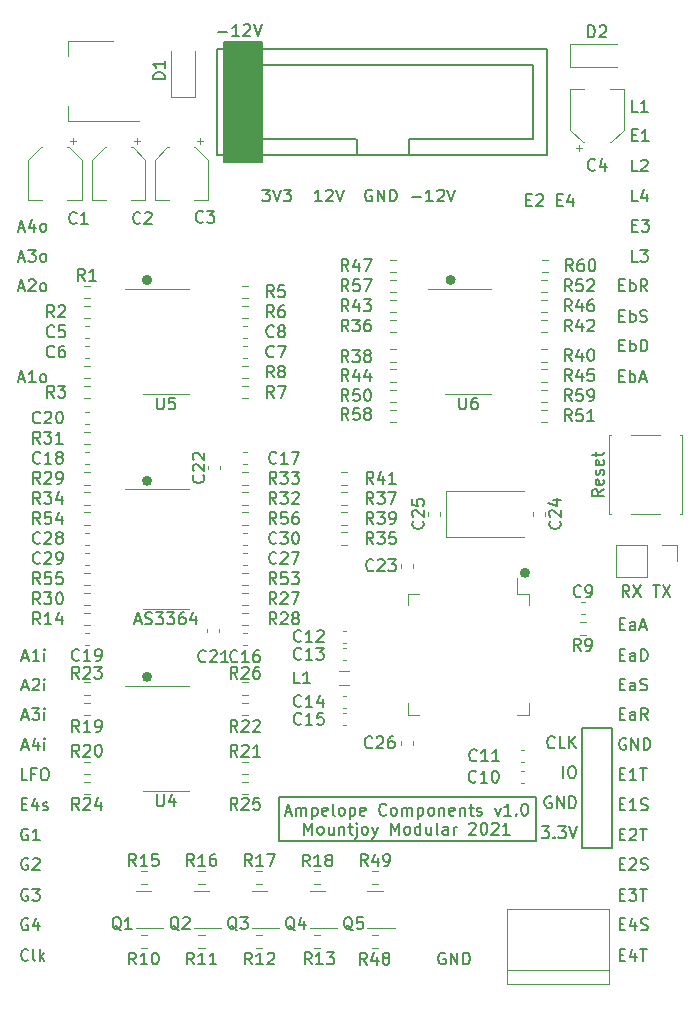
<source format=gbr>
%TF.GenerationSoftware,KiCad,Pcbnew,(5.99.0-12348-g4b436fb86d)*%
%TF.CreationDate,2021-09-23T11:19:06+01:00*%
%TF.ProjectId,Ampelope_Components,416d7065-6c6f-4706-955f-436f6d706f6e,rev?*%
%TF.SameCoordinates,Original*%
%TF.FileFunction,Legend,Top*%
%TF.FilePolarity,Positive*%
%FSLAX46Y46*%
G04 Gerber Fmt 4.6, Leading zero omitted, Abs format (unit mm)*
G04 Created by KiCad (PCBNEW (5.99.0-12348-g4b436fb86d)) date 2021-09-23 11:19:06*
%MOMM*%
%LPD*%
G01*
G04 APERTURE LIST*
%ADD10C,0.450000*%
%ADD11C,0.150000*%
%ADD12C,0.120000*%
G04 APERTURE END LIST*
D10*
X114625000Y-105500000D02*
G75*
G03*
X114625000Y-105500000I-225000J0D01*
G01*
X140325000Y-71900000D02*
G75*
G03*
X140325000Y-71900000I-225000J0D01*
G01*
X114625000Y-71900000D02*
G75*
G03*
X114625000Y-71900000I-225000J0D01*
G01*
D11*
X125600000Y-115700000D02*
X147300000Y-115700000D01*
X147300000Y-115700000D02*
X147300000Y-119400000D01*
X147300000Y-119400000D02*
X125600000Y-119400000D01*
X125600000Y-119400000D02*
X125600000Y-115700000D01*
D10*
X114625000Y-88900000D02*
G75*
G03*
X114625000Y-88900000I-225000J0D01*
G01*
X146625000Y-96700000D02*
G75*
G03*
X146625000Y-96700000I-225000J0D01*
G01*
D11*
X157238095Y-97752380D02*
X157809523Y-97752380D01*
X157523809Y-98752380D02*
X157523809Y-97752380D01*
X158047619Y-97752380D02*
X158714285Y-98752380D01*
X158714285Y-97752380D02*
X158047619Y-98752380D01*
X154380951Y-74928571D02*
X154714285Y-74928571D01*
X154857142Y-75452380D02*
X154380951Y-75452380D01*
X154380951Y-74452380D01*
X154857142Y-74452380D01*
X155285713Y-75452380D02*
X155285713Y-74452380D01*
X155285713Y-74833333D02*
X155380951Y-74785714D01*
X155571428Y-74785714D01*
X155666666Y-74833333D01*
X155714285Y-74880952D01*
X155761904Y-74976190D01*
X155761904Y-75261904D01*
X155714285Y-75357142D01*
X155666666Y-75404761D01*
X155571428Y-75452380D01*
X155380951Y-75452380D01*
X155285713Y-75404761D01*
X156142856Y-75404761D02*
X156285713Y-75452380D01*
X156523809Y-75452380D01*
X156619047Y-75404761D01*
X156666666Y-75357142D01*
X156714285Y-75261904D01*
X156714285Y-75166666D01*
X156666666Y-75071428D01*
X156619047Y-75023809D01*
X156523809Y-74976190D01*
X156333332Y-74928571D01*
X156238094Y-74880952D01*
X156190475Y-74833333D01*
X156142856Y-74738095D01*
X156142856Y-74642857D01*
X156190475Y-74547619D01*
X156238094Y-74500000D01*
X156333332Y-74452380D01*
X156571428Y-74452380D01*
X156714285Y-74500000D01*
X155457142Y-59628571D02*
X155790476Y-59628571D01*
X155933333Y-60152380D02*
X155457142Y-60152380D01*
X155457142Y-59152380D01*
X155933333Y-59152380D01*
X156885714Y-60152380D02*
X156314285Y-60152380D01*
X156599999Y-60152380D02*
X156599999Y-59152380D01*
X156504761Y-59295238D01*
X156409523Y-59390476D01*
X156314285Y-59438095D01*
X104304761Y-120900000D02*
X104209523Y-120852380D01*
X104066666Y-120852380D01*
X103923808Y-120900000D01*
X103828570Y-120995238D01*
X103780951Y-121090476D01*
X103733332Y-121280952D01*
X103733332Y-121423809D01*
X103780951Y-121614285D01*
X103828570Y-121709523D01*
X103923808Y-121804761D01*
X104066666Y-121852380D01*
X104161904Y-121852380D01*
X104304761Y-121804761D01*
X104352380Y-121757142D01*
X104352380Y-121423809D01*
X104161904Y-121423809D01*
X104733332Y-120947619D02*
X104780951Y-120900000D01*
X104876189Y-120852380D01*
X105114285Y-120852380D01*
X105209523Y-120900000D01*
X105257142Y-120947619D01*
X105304761Y-121042857D01*
X105304761Y-121138095D01*
X105257142Y-121280952D01*
X104685713Y-121852380D01*
X105304761Y-121852380D01*
X155933333Y-57652380D02*
X155457142Y-57652380D01*
X155457142Y-56652380D01*
X156790476Y-57652380D02*
X156219047Y-57652380D01*
X156504761Y-57652380D02*
X156504761Y-56652380D01*
X156409523Y-56795238D01*
X156314285Y-56890476D01*
X156219047Y-56938095D01*
X154404762Y-118828571D02*
X154738095Y-118828571D01*
X154880952Y-119352380D02*
X154404762Y-119352380D01*
X154404762Y-118352380D01*
X154880952Y-118352380D01*
X155261905Y-118447619D02*
X155309524Y-118400000D01*
X155404762Y-118352380D01*
X155642857Y-118352380D01*
X155738095Y-118400000D01*
X155785714Y-118447619D01*
X155833333Y-118542857D01*
X155833333Y-118638095D01*
X155785714Y-118780952D01*
X155214286Y-119352380D01*
X155833333Y-119352380D01*
X156119048Y-118352380D02*
X156690476Y-118352380D01*
X156404762Y-119352380D02*
X156404762Y-118352380D01*
X154404761Y-106128571D02*
X154738095Y-106128571D01*
X154880952Y-106652380D02*
X154404761Y-106652380D01*
X154404761Y-105652380D01*
X154880952Y-105652380D01*
X155738095Y-106652380D02*
X155738095Y-106128571D01*
X155690476Y-106033333D01*
X155595238Y-105985714D01*
X155404761Y-105985714D01*
X155309523Y-106033333D01*
X155738095Y-106604761D02*
X155642857Y-106652380D01*
X155404761Y-106652380D01*
X155309523Y-106604761D01*
X155261904Y-106509523D01*
X155261904Y-106414285D01*
X155309523Y-106319047D01*
X155404761Y-106271428D01*
X155642857Y-106271428D01*
X155738095Y-106223809D01*
X156166666Y-106604761D02*
X156309523Y-106652380D01*
X156547619Y-106652380D01*
X156642857Y-106604761D01*
X156690476Y-106557142D01*
X156738095Y-106461904D01*
X156738095Y-106366666D01*
X156690476Y-106271428D01*
X156642857Y-106223809D01*
X156547619Y-106176190D01*
X156357142Y-106128571D01*
X156261904Y-106080952D01*
X156214285Y-106033333D01*
X156166666Y-105938095D01*
X156166666Y-105842857D01*
X156214285Y-105747619D01*
X156261904Y-105700000D01*
X156357142Y-105652380D01*
X156595238Y-105652380D01*
X156738095Y-105700000D01*
X124161904Y-64252380D02*
X124780952Y-64252380D01*
X124447619Y-64633333D01*
X124590476Y-64633333D01*
X124685714Y-64680952D01*
X124733333Y-64728571D01*
X124780952Y-64823809D01*
X124780952Y-65061904D01*
X124733333Y-65157142D01*
X124685714Y-65204761D01*
X124590476Y-65252380D01*
X124304761Y-65252380D01*
X124209523Y-65204761D01*
X124161904Y-65157142D01*
X125066666Y-64252380D02*
X125400000Y-65252380D01*
X125733333Y-64252380D01*
X125971428Y-64252380D02*
X126590476Y-64252380D01*
X126257142Y-64633333D01*
X126400000Y-64633333D01*
X126495238Y-64680952D01*
X126542857Y-64728571D01*
X126590476Y-64823809D01*
X126590476Y-65061904D01*
X126542857Y-65157142D01*
X126495238Y-65204761D01*
X126400000Y-65252380D01*
X126114285Y-65252380D01*
X126019047Y-65204761D01*
X125971428Y-65157142D01*
X104304761Y-123500000D02*
X104209523Y-123452380D01*
X104066666Y-123452380D01*
X103923808Y-123500000D01*
X103828570Y-123595238D01*
X103780951Y-123690476D01*
X103733332Y-123880952D01*
X103733332Y-124023809D01*
X103780951Y-124214285D01*
X103828570Y-124309523D01*
X103923808Y-124404761D01*
X104066666Y-124452380D01*
X104161904Y-124452380D01*
X104304761Y-124404761D01*
X104352380Y-124357142D01*
X104352380Y-124023809D01*
X104161904Y-124023809D01*
X104685713Y-123452380D02*
X105304761Y-123452380D01*
X104971427Y-123833333D01*
X105114285Y-123833333D01*
X105209523Y-123880952D01*
X105257142Y-123928571D01*
X105304761Y-124023809D01*
X105304761Y-124261904D01*
X105257142Y-124357142D01*
X105209523Y-124404761D01*
X105114285Y-124452380D01*
X104828570Y-124452380D01*
X104733332Y-124404761D01*
X104685713Y-124357142D01*
X133438095Y-64300000D02*
X133342857Y-64252380D01*
X133200000Y-64252380D01*
X133057142Y-64300000D01*
X132961904Y-64395238D01*
X132914285Y-64490476D01*
X132866666Y-64680952D01*
X132866666Y-64823809D01*
X132914285Y-65014285D01*
X132961904Y-65109523D01*
X133057142Y-65204761D01*
X133200000Y-65252380D01*
X133295238Y-65252380D01*
X133438095Y-65204761D01*
X133485714Y-65157142D01*
X133485714Y-64823809D01*
X133295238Y-64823809D01*
X133914285Y-65252380D02*
X133914285Y-64252380D01*
X134485714Y-65252380D01*
X134485714Y-64252380D01*
X134961904Y-65252380D02*
X134961904Y-64252380D01*
X135200000Y-64252380D01*
X135342857Y-64300000D01*
X135438095Y-64395238D01*
X135485714Y-64490476D01*
X135533333Y-64680952D01*
X135533333Y-64823809D01*
X135485714Y-65014285D01*
X135438095Y-65109523D01*
X135342857Y-65204761D01*
X135200000Y-65252380D01*
X134961904Y-65252380D01*
X154928571Y-110750000D02*
X154833333Y-110702380D01*
X154690476Y-110702380D01*
X154547618Y-110750000D01*
X154452380Y-110845238D01*
X154404761Y-110940476D01*
X154357142Y-111130952D01*
X154357142Y-111273809D01*
X154404761Y-111464285D01*
X154452380Y-111559523D01*
X154547618Y-111654761D01*
X154690476Y-111702380D01*
X154785714Y-111702380D01*
X154928571Y-111654761D01*
X154976190Y-111607142D01*
X154976190Y-111273809D01*
X154785714Y-111273809D01*
X155404761Y-111702380D02*
X155404761Y-110702380D01*
X155976190Y-111702380D01*
X155976190Y-110702380D01*
X156452380Y-111702380D02*
X156452380Y-110702380D01*
X156690476Y-110702380D01*
X156833333Y-110750000D01*
X156928571Y-110845238D01*
X156976190Y-110940476D01*
X157023809Y-111130952D01*
X157023809Y-111273809D01*
X156976190Y-111464285D01*
X156928571Y-111559523D01*
X156833333Y-111654761D01*
X156690476Y-111702380D01*
X156452380Y-111702380D01*
X154404762Y-108628571D02*
X154738095Y-108628571D01*
X154880952Y-109152380D02*
X154404762Y-109152380D01*
X154404762Y-108152380D01*
X154880952Y-108152380D01*
X155738095Y-109152380D02*
X155738095Y-108628571D01*
X155690476Y-108533333D01*
X155595238Y-108485714D01*
X155404762Y-108485714D01*
X155309524Y-108533333D01*
X155738095Y-109104761D02*
X155642857Y-109152380D01*
X155404762Y-109152380D01*
X155309524Y-109104761D01*
X155261905Y-109009523D01*
X155261905Y-108914285D01*
X155309524Y-108819047D01*
X155404762Y-108771428D01*
X155642857Y-108771428D01*
X155738095Y-108723809D01*
X156785714Y-109152380D02*
X156452381Y-108676190D01*
X156214286Y-109152380D02*
X156214286Y-108152380D01*
X156595238Y-108152380D01*
X156690476Y-108200000D01*
X156738095Y-108247619D01*
X156785714Y-108342857D01*
X156785714Y-108485714D01*
X156738095Y-108580952D01*
X156690476Y-108628571D01*
X156595238Y-108676190D01*
X156214286Y-108676190D01*
X154404762Y-121328571D02*
X154738095Y-121328571D01*
X154880952Y-121852380D02*
X154404762Y-121852380D01*
X154404762Y-120852380D01*
X154880952Y-120852380D01*
X155261905Y-120947619D02*
X155309524Y-120900000D01*
X155404762Y-120852380D01*
X155642857Y-120852380D01*
X155738095Y-120900000D01*
X155785714Y-120947619D01*
X155833333Y-121042857D01*
X155833333Y-121138095D01*
X155785714Y-121280952D01*
X155214286Y-121852380D01*
X155833333Y-121852380D01*
X156214286Y-121804761D02*
X156357143Y-121852380D01*
X156595238Y-121852380D01*
X156690476Y-121804761D01*
X156738095Y-121757142D01*
X156785714Y-121661904D01*
X156785714Y-121566666D01*
X156738095Y-121471428D01*
X156690476Y-121423809D01*
X156595238Y-121376190D01*
X156404762Y-121328571D01*
X156309524Y-121280952D01*
X156261905Y-121233333D01*
X156214286Y-121138095D01*
X156214286Y-121042857D01*
X156261905Y-120947619D01*
X156309524Y-120900000D01*
X156404762Y-120852380D01*
X156642857Y-120852380D01*
X156785714Y-120900000D01*
X154404761Y-101028571D02*
X154738095Y-101028571D01*
X154880952Y-101552380D02*
X154404761Y-101552380D01*
X154404761Y-100552380D01*
X154880952Y-100552380D01*
X155738095Y-101552380D02*
X155738095Y-101028571D01*
X155690476Y-100933333D01*
X155595238Y-100885714D01*
X155404761Y-100885714D01*
X155309523Y-100933333D01*
X155738095Y-101504761D02*
X155642857Y-101552380D01*
X155404761Y-101552380D01*
X155309523Y-101504761D01*
X155261904Y-101409523D01*
X155261904Y-101314285D01*
X155309523Y-101219047D01*
X155404761Y-101171428D01*
X155642857Y-101171428D01*
X155738095Y-101123809D01*
X156166666Y-101266666D02*
X156642857Y-101266666D01*
X156071428Y-101552380D02*
X156404761Y-100552380D01*
X156738095Y-101552380D01*
X139638095Y-128900000D02*
X139542857Y-128852380D01*
X139400000Y-128852380D01*
X139257142Y-128900000D01*
X139161904Y-128995238D01*
X139114285Y-129090476D01*
X139066666Y-129280952D01*
X139066666Y-129423809D01*
X139114285Y-129614285D01*
X139161904Y-129709523D01*
X139257142Y-129804761D01*
X139400000Y-129852380D01*
X139495238Y-129852380D01*
X139638095Y-129804761D01*
X139685714Y-129757142D01*
X139685714Y-129423809D01*
X139495238Y-129423809D01*
X140114285Y-129852380D02*
X140114285Y-128852380D01*
X140685714Y-129852380D01*
X140685714Y-128852380D01*
X141161904Y-129852380D02*
X141161904Y-128852380D01*
X141400000Y-128852380D01*
X141542857Y-128900000D01*
X141638095Y-128995238D01*
X141685714Y-129090476D01*
X141733333Y-129280952D01*
X141733333Y-129423809D01*
X141685714Y-129614285D01*
X141638095Y-129709523D01*
X141542857Y-129804761D01*
X141400000Y-129852380D01*
X141161904Y-129852380D01*
X104352380Y-129457142D02*
X104304761Y-129504761D01*
X104161903Y-129552380D01*
X104066665Y-129552380D01*
X103923808Y-129504761D01*
X103828570Y-129409523D01*
X103780951Y-129314285D01*
X103733332Y-129123809D01*
X103733332Y-128980952D01*
X103780951Y-128790476D01*
X103828570Y-128695238D01*
X103923808Y-128600000D01*
X104066665Y-128552380D01*
X104161903Y-128552380D01*
X104304761Y-128600000D01*
X104352380Y-128647619D01*
X104923808Y-129552380D02*
X104828570Y-129504761D01*
X104780951Y-129409523D01*
X104780951Y-128552380D01*
X105304761Y-129552380D02*
X105304761Y-128552380D01*
X105399999Y-129171428D02*
X105685713Y-129552380D01*
X105685713Y-128885714D02*
X105304761Y-129266666D01*
X103533333Y-72566666D02*
X104009523Y-72566666D01*
X103438095Y-72852380D02*
X103771428Y-71852380D01*
X104104761Y-72852380D01*
X104390476Y-71947619D02*
X104438095Y-71900000D01*
X104533333Y-71852380D01*
X104771428Y-71852380D01*
X104866666Y-71900000D01*
X104914285Y-71947619D01*
X104961904Y-72042857D01*
X104961904Y-72138095D01*
X104914285Y-72280952D01*
X104342857Y-72852380D01*
X104961904Y-72852380D01*
X105533333Y-72852380D02*
X105438095Y-72804761D01*
X105390476Y-72757142D01*
X105342857Y-72661904D01*
X105342857Y-72376190D01*
X105390476Y-72280952D01*
X105438095Y-72233333D01*
X105533333Y-72185714D01*
X105676190Y-72185714D01*
X105771428Y-72233333D01*
X105819047Y-72280952D01*
X105866666Y-72376190D01*
X105866666Y-72661904D01*
X105819047Y-72757142D01*
X105771428Y-72804761D01*
X105676190Y-72852380D01*
X105533333Y-72852380D01*
X154404762Y-103628571D02*
X154738095Y-103628571D01*
X154880952Y-104152380D02*
X154404762Y-104152380D01*
X154404762Y-103152380D01*
X154880952Y-103152380D01*
X155738095Y-104152380D02*
X155738095Y-103628571D01*
X155690476Y-103533333D01*
X155595238Y-103485714D01*
X155404762Y-103485714D01*
X155309524Y-103533333D01*
X155738095Y-104104761D02*
X155642857Y-104152380D01*
X155404762Y-104152380D01*
X155309524Y-104104761D01*
X155261905Y-104009523D01*
X155261905Y-103914285D01*
X155309524Y-103819047D01*
X155404762Y-103771428D01*
X155642857Y-103771428D01*
X155738095Y-103723809D01*
X156214286Y-104152380D02*
X156214286Y-103152380D01*
X156452381Y-103152380D01*
X156595238Y-103200000D01*
X156690476Y-103295238D01*
X156738095Y-103390476D01*
X156785714Y-103580952D01*
X156785714Y-103723809D01*
X156738095Y-103914285D01*
X156690476Y-104009523D01*
X156595238Y-104104761D01*
X156452381Y-104152380D01*
X156214286Y-104152380D01*
X154404762Y-126428571D02*
X154738095Y-126428571D01*
X154880952Y-126952380D02*
X154404762Y-126952380D01*
X154404762Y-125952380D01*
X154880952Y-125952380D01*
X155738095Y-126285714D02*
X155738095Y-126952380D01*
X155500000Y-125904761D02*
X155261905Y-126619047D01*
X155880952Y-126619047D01*
X156214286Y-126904761D02*
X156357143Y-126952380D01*
X156595238Y-126952380D01*
X156690476Y-126904761D01*
X156738095Y-126857142D01*
X156785714Y-126761904D01*
X156785714Y-126666666D01*
X156738095Y-126571428D01*
X156690476Y-126523809D01*
X156595238Y-126476190D01*
X156404762Y-126428571D01*
X156309524Y-126380952D01*
X156261905Y-126333333D01*
X156214286Y-126238095D01*
X156214286Y-126142857D01*
X156261905Y-126047619D01*
X156309524Y-126000000D01*
X156404762Y-125952380D01*
X156642857Y-125952380D01*
X156785714Y-126000000D01*
X154404762Y-113728571D02*
X154738095Y-113728571D01*
X154880952Y-114252380D02*
X154404762Y-114252380D01*
X154404762Y-113252380D01*
X154880952Y-113252380D01*
X155833333Y-114252380D02*
X155261905Y-114252380D01*
X155547619Y-114252380D02*
X155547619Y-113252380D01*
X155452381Y-113395238D01*
X155357143Y-113490476D01*
X155261905Y-113538095D01*
X156119048Y-113252380D02*
X156690476Y-113252380D01*
X156404762Y-114252380D02*
X156404762Y-113252380D01*
X103780951Y-116278571D02*
X104114285Y-116278571D01*
X104257142Y-116802380D02*
X103780951Y-116802380D01*
X103780951Y-115802380D01*
X104257142Y-115802380D01*
X105114285Y-116135714D02*
X105114285Y-116802380D01*
X104876190Y-115754761D02*
X104638094Y-116469047D01*
X105257142Y-116469047D01*
X105590475Y-116754761D02*
X105685713Y-116802380D01*
X105876190Y-116802380D01*
X105971428Y-116754761D01*
X106019047Y-116659523D01*
X106019047Y-116611904D01*
X105971428Y-116516666D01*
X105876190Y-116469047D01*
X105733332Y-116469047D01*
X105638094Y-116421428D01*
X105590475Y-116326190D01*
X105590475Y-116278571D01*
X105638094Y-116183333D01*
X105733332Y-116135714D01*
X105876190Y-116135714D01*
X105971428Y-116183333D01*
X154380952Y-77428571D02*
X154714285Y-77428571D01*
X154857142Y-77952380D02*
X154380952Y-77952380D01*
X154380952Y-76952380D01*
X154857142Y-76952380D01*
X155285714Y-77952380D02*
X155285714Y-76952380D01*
X155285714Y-77333333D02*
X155380952Y-77285714D01*
X155571428Y-77285714D01*
X155666666Y-77333333D01*
X155714285Y-77380952D01*
X155761904Y-77476190D01*
X155761904Y-77761904D01*
X155714285Y-77857142D01*
X155666666Y-77904761D01*
X155571428Y-77952380D01*
X155380952Y-77952380D01*
X155285714Y-77904761D01*
X156190476Y-77952380D02*
X156190476Y-76952380D01*
X156428571Y-76952380D01*
X156571428Y-77000000D01*
X156666666Y-77095238D01*
X156714285Y-77190476D01*
X156761904Y-77380952D01*
X156761904Y-77523809D01*
X156714285Y-77714285D01*
X156666666Y-77809523D01*
X156571428Y-77904761D01*
X156428571Y-77952380D01*
X156190476Y-77952380D01*
X104304761Y-118400000D02*
X104209523Y-118352380D01*
X104066666Y-118352380D01*
X103923808Y-118400000D01*
X103828570Y-118495238D01*
X103780951Y-118590476D01*
X103733332Y-118780952D01*
X103733332Y-118923809D01*
X103780951Y-119114285D01*
X103828570Y-119209523D01*
X103923808Y-119304761D01*
X104066666Y-119352380D01*
X104161904Y-119352380D01*
X104304761Y-119304761D01*
X104352380Y-119257142D01*
X104352380Y-118923809D01*
X104161904Y-118923809D01*
X105304761Y-119352380D02*
X104733332Y-119352380D01*
X105019047Y-119352380D02*
X105019047Y-118352380D01*
X104923808Y-118495238D01*
X104828570Y-118590476D01*
X104733332Y-118638095D01*
X103847619Y-106366666D02*
X104323809Y-106366666D01*
X103752380Y-106652380D02*
X104085714Y-105652380D01*
X104419047Y-106652380D01*
X104704761Y-105747619D02*
X104752380Y-105700000D01*
X104847619Y-105652380D01*
X105085714Y-105652380D01*
X105180952Y-105700000D01*
X105228571Y-105747619D01*
X105276190Y-105842857D01*
X105276190Y-105938095D01*
X105228571Y-106080952D01*
X104657142Y-106652380D01*
X105276190Y-106652380D01*
X105704761Y-106652380D02*
X105704761Y-105985714D01*
X105704761Y-105652380D02*
X105657142Y-105700000D01*
X105704761Y-105747619D01*
X105752380Y-105700000D01*
X105704761Y-105652380D01*
X105704761Y-105747619D01*
X154404762Y-116278571D02*
X154738095Y-116278571D01*
X154880952Y-116802380D02*
X154404762Y-116802380D01*
X154404762Y-115802380D01*
X154880952Y-115802380D01*
X155833333Y-116802380D02*
X155261905Y-116802380D01*
X155547619Y-116802380D02*
X155547619Y-115802380D01*
X155452381Y-115945238D01*
X155357143Y-116040476D01*
X155261905Y-116088095D01*
X156214286Y-116754761D02*
X156357143Y-116802380D01*
X156595238Y-116802380D01*
X156690476Y-116754761D01*
X156738095Y-116707142D01*
X156785714Y-116611904D01*
X156785714Y-116516666D01*
X156738095Y-116421428D01*
X156690476Y-116373809D01*
X156595238Y-116326190D01*
X156404762Y-116278571D01*
X156309524Y-116230952D01*
X156261905Y-116183333D01*
X156214286Y-116088095D01*
X156214286Y-115992857D01*
X156261905Y-115897619D01*
X156309524Y-115850000D01*
X156404762Y-115802380D01*
X156642857Y-115802380D01*
X156785714Y-115850000D01*
X136838095Y-64871428D02*
X137600000Y-64871428D01*
X138600000Y-65252380D02*
X138028571Y-65252380D01*
X138314285Y-65252380D02*
X138314285Y-64252380D01*
X138219047Y-64395238D01*
X138123809Y-64490476D01*
X138028571Y-64538095D01*
X138980952Y-64347619D02*
X139028571Y-64300000D01*
X139123809Y-64252380D01*
X139361904Y-64252380D01*
X139457142Y-64300000D01*
X139504761Y-64347619D01*
X139552380Y-64442857D01*
X139552380Y-64538095D01*
X139504761Y-64680952D01*
X138933333Y-65252380D01*
X139552380Y-65252380D01*
X139838095Y-64252380D02*
X140171428Y-65252380D01*
X140504761Y-64252380D01*
X155233333Y-98752380D02*
X154900000Y-98276190D01*
X154661904Y-98752380D02*
X154661904Y-97752380D01*
X155042857Y-97752380D01*
X155138095Y-97800000D01*
X155185714Y-97847619D01*
X155233333Y-97942857D01*
X155233333Y-98085714D01*
X155185714Y-98180952D01*
X155138095Y-98228571D01*
X155042857Y-98276190D01*
X154661904Y-98276190D01*
X155566666Y-97752380D02*
X156233333Y-98752380D01*
X156233333Y-97752380D02*
X155566666Y-98752380D01*
X154404762Y-123928571D02*
X154738095Y-123928571D01*
X154880952Y-124452380D02*
X154404762Y-124452380D01*
X154404762Y-123452380D01*
X154880952Y-123452380D01*
X155214286Y-123452380D02*
X155833333Y-123452380D01*
X155500000Y-123833333D01*
X155642857Y-123833333D01*
X155738095Y-123880952D01*
X155785714Y-123928571D01*
X155833333Y-124023809D01*
X155833333Y-124261904D01*
X155785714Y-124357142D01*
X155738095Y-124404761D01*
X155642857Y-124452380D01*
X155357143Y-124452380D01*
X155261905Y-124404761D01*
X155214286Y-124357142D01*
X156119048Y-123452380D02*
X156690476Y-123452380D01*
X156404762Y-124452380D02*
X156404762Y-123452380D01*
X103847619Y-111416666D02*
X104323809Y-111416666D01*
X103752380Y-111702380D02*
X104085714Y-110702380D01*
X104419047Y-111702380D01*
X105180952Y-111035714D02*
X105180952Y-111702380D01*
X104942857Y-110654761D02*
X104704761Y-111369047D01*
X105323809Y-111369047D01*
X105704761Y-111702380D02*
X105704761Y-111035714D01*
X105704761Y-110702380D02*
X105657142Y-110750000D01*
X105704761Y-110797619D01*
X105752380Y-110750000D01*
X105704761Y-110702380D01*
X105704761Y-110797619D01*
X154380952Y-72328571D02*
X154714285Y-72328571D01*
X154857142Y-72852380D02*
X154380952Y-72852380D01*
X154380952Y-71852380D01*
X154857142Y-71852380D01*
X155285714Y-72852380D02*
X155285714Y-71852380D01*
X155285714Y-72233333D02*
X155380952Y-72185714D01*
X155571428Y-72185714D01*
X155666666Y-72233333D01*
X155714285Y-72280952D01*
X155761904Y-72376190D01*
X155761904Y-72661904D01*
X155714285Y-72757142D01*
X155666666Y-72804761D01*
X155571428Y-72852380D01*
X155380952Y-72852380D01*
X155285714Y-72804761D01*
X156761904Y-72852380D02*
X156428571Y-72376190D01*
X156190476Y-72852380D02*
X156190476Y-71852380D01*
X156571428Y-71852380D01*
X156666666Y-71900000D01*
X156714285Y-71947619D01*
X156761904Y-72042857D01*
X156761904Y-72185714D01*
X156714285Y-72280952D01*
X156666666Y-72328571D01*
X156571428Y-72376190D01*
X156190476Y-72376190D01*
X155933333Y-70352380D02*
X155457142Y-70352380D01*
X155457142Y-69352380D01*
X156171428Y-69352380D02*
X156790476Y-69352380D01*
X156457142Y-69733333D01*
X156600000Y-69733333D01*
X156695238Y-69780952D01*
X156742857Y-69828571D01*
X156790476Y-69923809D01*
X156790476Y-70161904D01*
X156742857Y-70257142D01*
X156695238Y-70304761D01*
X156600000Y-70352380D01*
X156314285Y-70352380D01*
X156219047Y-70304761D01*
X156171428Y-70257142D01*
X154376189Y-80028571D02*
X154709523Y-80028571D01*
X154852380Y-80552380D02*
X154376189Y-80552380D01*
X154376189Y-79552380D01*
X154852380Y-79552380D01*
X155280951Y-80552380D02*
X155280951Y-79552380D01*
X155280951Y-79933333D02*
X155376189Y-79885714D01*
X155566666Y-79885714D01*
X155661904Y-79933333D01*
X155709523Y-79980952D01*
X155757142Y-80076190D01*
X155757142Y-80361904D01*
X155709523Y-80457142D01*
X155661904Y-80504761D01*
X155566666Y-80552380D01*
X155376189Y-80552380D01*
X155280951Y-80504761D01*
X156138094Y-80266666D02*
X156614285Y-80266666D01*
X156042856Y-80552380D02*
X156376189Y-79552380D01*
X156709523Y-80552380D01*
X103533333Y-70066666D02*
X104009523Y-70066666D01*
X103438095Y-70352380D02*
X103771428Y-69352380D01*
X104104761Y-70352380D01*
X104342857Y-69352380D02*
X104961904Y-69352380D01*
X104628571Y-69733333D01*
X104771428Y-69733333D01*
X104866666Y-69780952D01*
X104914285Y-69828571D01*
X104961904Y-69923809D01*
X104961904Y-70161904D01*
X104914285Y-70257142D01*
X104866666Y-70304761D01*
X104771428Y-70352380D01*
X104485714Y-70352380D01*
X104390476Y-70304761D01*
X104342857Y-70257142D01*
X105533333Y-70352380D02*
X105438095Y-70304761D01*
X105390476Y-70257142D01*
X105342857Y-70161904D01*
X105342857Y-69876190D01*
X105390476Y-69780952D01*
X105438095Y-69733333D01*
X105533333Y-69685714D01*
X105676190Y-69685714D01*
X105771428Y-69733333D01*
X105819047Y-69780952D01*
X105866666Y-69876190D01*
X105866666Y-70161904D01*
X105819047Y-70257142D01*
X105771428Y-70304761D01*
X105676190Y-70352380D01*
X105533333Y-70352380D01*
X104304761Y-126000000D02*
X104209523Y-125952380D01*
X104066666Y-125952380D01*
X103923808Y-126000000D01*
X103828570Y-126095238D01*
X103780951Y-126190476D01*
X103733332Y-126380952D01*
X103733332Y-126523809D01*
X103780951Y-126714285D01*
X103828570Y-126809523D01*
X103923808Y-126904761D01*
X104066666Y-126952380D01*
X104161904Y-126952380D01*
X104304761Y-126904761D01*
X104352380Y-126857142D01*
X104352380Y-126523809D01*
X104161904Y-126523809D01*
X105209523Y-126285714D02*
X105209523Y-126952380D01*
X104971427Y-125904761D02*
X104733332Y-126619047D01*
X105352380Y-126619047D01*
X104257142Y-114252380D02*
X103780952Y-114252380D01*
X103780952Y-113252380D01*
X104923809Y-113728571D02*
X104590476Y-113728571D01*
X104590476Y-114252380D02*
X104590476Y-113252380D01*
X105066666Y-113252380D01*
X105638095Y-113252380D02*
X105828571Y-113252380D01*
X105923809Y-113300000D01*
X106019047Y-113395238D01*
X106066666Y-113585714D01*
X106066666Y-113919047D01*
X106019047Y-114109523D01*
X105923809Y-114204761D01*
X105828571Y-114252380D01*
X105638095Y-114252380D01*
X105542857Y-114204761D01*
X105447619Y-114109523D01*
X105400000Y-113919047D01*
X105400000Y-113585714D01*
X105447619Y-113395238D01*
X105542857Y-113300000D01*
X105638095Y-113252380D01*
X155933333Y-62702380D02*
X155457142Y-62702380D01*
X155457142Y-61702380D01*
X156219047Y-61797619D02*
X156266666Y-61750000D01*
X156361904Y-61702380D01*
X156600000Y-61702380D01*
X156695238Y-61750000D01*
X156742857Y-61797619D01*
X156790476Y-61892857D01*
X156790476Y-61988095D01*
X156742857Y-62130952D01*
X156171428Y-62702380D01*
X156790476Y-62702380D01*
X149109523Y-65128571D02*
X149442857Y-65128571D01*
X149585714Y-65652380D02*
X149109523Y-65652380D01*
X149109523Y-64652380D01*
X149585714Y-64652380D01*
X150442857Y-64985714D02*
X150442857Y-65652380D01*
X150204761Y-64604761D02*
X149966666Y-65319047D01*
X150585714Y-65319047D01*
X126138095Y-116961666D02*
X126614285Y-116961666D01*
X126042857Y-117247380D02*
X126376190Y-116247380D01*
X126709523Y-117247380D01*
X127042857Y-117247380D02*
X127042857Y-116580714D01*
X127042857Y-116675952D02*
X127090476Y-116628333D01*
X127185714Y-116580714D01*
X127328571Y-116580714D01*
X127423809Y-116628333D01*
X127471428Y-116723571D01*
X127471428Y-117247380D01*
X127471428Y-116723571D02*
X127519047Y-116628333D01*
X127614285Y-116580714D01*
X127757142Y-116580714D01*
X127852380Y-116628333D01*
X127900000Y-116723571D01*
X127900000Y-117247380D01*
X128376190Y-116580714D02*
X128376190Y-117580714D01*
X128376190Y-116628333D02*
X128471428Y-116580714D01*
X128661904Y-116580714D01*
X128757142Y-116628333D01*
X128804761Y-116675952D01*
X128852380Y-116771190D01*
X128852380Y-117056904D01*
X128804761Y-117152142D01*
X128757142Y-117199761D01*
X128661904Y-117247380D01*
X128471428Y-117247380D01*
X128376190Y-117199761D01*
X129661904Y-117199761D02*
X129566666Y-117247380D01*
X129376190Y-117247380D01*
X129280952Y-117199761D01*
X129233333Y-117104523D01*
X129233333Y-116723571D01*
X129280952Y-116628333D01*
X129376190Y-116580714D01*
X129566666Y-116580714D01*
X129661904Y-116628333D01*
X129709523Y-116723571D01*
X129709523Y-116818809D01*
X129233333Y-116914047D01*
X130280952Y-117247380D02*
X130185714Y-117199761D01*
X130138095Y-117104523D01*
X130138095Y-116247380D01*
X130804761Y-117247380D02*
X130709523Y-117199761D01*
X130661904Y-117152142D01*
X130614285Y-117056904D01*
X130614285Y-116771190D01*
X130661904Y-116675952D01*
X130709523Y-116628333D01*
X130804761Y-116580714D01*
X130947619Y-116580714D01*
X131042857Y-116628333D01*
X131090476Y-116675952D01*
X131138095Y-116771190D01*
X131138095Y-117056904D01*
X131090476Y-117152142D01*
X131042857Y-117199761D01*
X130947619Y-117247380D01*
X130804761Y-117247380D01*
X131566666Y-116580714D02*
X131566666Y-117580714D01*
X131566666Y-116628333D02*
X131661904Y-116580714D01*
X131852380Y-116580714D01*
X131947619Y-116628333D01*
X131995238Y-116675952D01*
X132042857Y-116771190D01*
X132042857Y-117056904D01*
X131995238Y-117152142D01*
X131947619Y-117199761D01*
X131852380Y-117247380D01*
X131661904Y-117247380D01*
X131566666Y-117199761D01*
X132852380Y-117199761D02*
X132757142Y-117247380D01*
X132566666Y-117247380D01*
X132471428Y-117199761D01*
X132423809Y-117104523D01*
X132423809Y-116723571D01*
X132471428Y-116628333D01*
X132566666Y-116580714D01*
X132757142Y-116580714D01*
X132852380Y-116628333D01*
X132900000Y-116723571D01*
X132900000Y-116818809D01*
X132423809Y-116914047D01*
X134661904Y-117152142D02*
X134614285Y-117199761D01*
X134471428Y-117247380D01*
X134376190Y-117247380D01*
X134233333Y-117199761D01*
X134138095Y-117104523D01*
X134090476Y-117009285D01*
X134042857Y-116818809D01*
X134042857Y-116675952D01*
X134090476Y-116485476D01*
X134138095Y-116390238D01*
X134233333Y-116295000D01*
X134376190Y-116247380D01*
X134471428Y-116247380D01*
X134614285Y-116295000D01*
X134661904Y-116342619D01*
X135233333Y-117247380D02*
X135138095Y-117199761D01*
X135090476Y-117152142D01*
X135042857Y-117056904D01*
X135042857Y-116771190D01*
X135090476Y-116675952D01*
X135138095Y-116628333D01*
X135233333Y-116580714D01*
X135376190Y-116580714D01*
X135471428Y-116628333D01*
X135519047Y-116675952D01*
X135566666Y-116771190D01*
X135566666Y-117056904D01*
X135519047Y-117152142D01*
X135471428Y-117199761D01*
X135376190Y-117247380D01*
X135233333Y-117247380D01*
X135995238Y-117247380D02*
X135995238Y-116580714D01*
X135995238Y-116675952D02*
X136042857Y-116628333D01*
X136138095Y-116580714D01*
X136280952Y-116580714D01*
X136376190Y-116628333D01*
X136423809Y-116723571D01*
X136423809Y-117247380D01*
X136423809Y-116723571D02*
X136471428Y-116628333D01*
X136566666Y-116580714D01*
X136709523Y-116580714D01*
X136804761Y-116628333D01*
X136852380Y-116723571D01*
X136852380Y-117247380D01*
X137328571Y-116580714D02*
X137328571Y-117580714D01*
X137328571Y-116628333D02*
X137423809Y-116580714D01*
X137614285Y-116580714D01*
X137709523Y-116628333D01*
X137757142Y-116675952D01*
X137804761Y-116771190D01*
X137804761Y-117056904D01*
X137757142Y-117152142D01*
X137709523Y-117199761D01*
X137614285Y-117247380D01*
X137423809Y-117247380D01*
X137328571Y-117199761D01*
X138376190Y-117247380D02*
X138280952Y-117199761D01*
X138233333Y-117152142D01*
X138185714Y-117056904D01*
X138185714Y-116771190D01*
X138233333Y-116675952D01*
X138280952Y-116628333D01*
X138376190Y-116580714D01*
X138519047Y-116580714D01*
X138614285Y-116628333D01*
X138661904Y-116675952D01*
X138709523Y-116771190D01*
X138709523Y-117056904D01*
X138661904Y-117152142D01*
X138614285Y-117199761D01*
X138519047Y-117247380D01*
X138376190Y-117247380D01*
X139138095Y-116580714D02*
X139138095Y-117247380D01*
X139138095Y-116675952D02*
X139185714Y-116628333D01*
X139280952Y-116580714D01*
X139423809Y-116580714D01*
X139519047Y-116628333D01*
X139566666Y-116723571D01*
X139566666Y-117247380D01*
X140423809Y-117199761D02*
X140328571Y-117247380D01*
X140138095Y-117247380D01*
X140042857Y-117199761D01*
X139995238Y-117104523D01*
X139995238Y-116723571D01*
X140042857Y-116628333D01*
X140138095Y-116580714D01*
X140328571Y-116580714D01*
X140423809Y-116628333D01*
X140471428Y-116723571D01*
X140471428Y-116818809D01*
X139995238Y-116914047D01*
X140900000Y-116580714D02*
X140900000Y-117247380D01*
X140900000Y-116675952D02*
X140947619Y-116628333D01*
X141042857Y-116580714D01*
X141185714Y-116580714D01*
X141280952Y-116628333D01*
X141328571Y-116723571D01*
X141328571Y-117247380D01*
X141661904Y-116580714D02*
X142042857Y-116580714D01*
X141804761Y-116247380D02*
X141804761Y-117104523D01*
X141852380Y-117199761D01*
X141947619Y-117247380D01*
X142042857Y-117247380D01*
X142328571Y-117199761D02*
X142423809Y-117247380D01*
X142614285Y-117247380D01*
X142709523Y-117199761D01*
X142757142Y-117104523D01*
X142757142Y-117056904D01*
X142709523Y-116961666D01*
X142614285Y-116914047D01*
X142471428Y-116914047D01*
X142376190Y-116866428D01*
X142328571Y-116771190D01*
X142328571Y-116723571D01*
X142376190Y-116628333D01*
X142471428Y-116580714D01*
X142614285Y-116580714D01*
X142709523Y-116628333D01*
X143852380Y-116580714D02*
X144090476Y-117247380D01*
X144328571Y-116580714D01*
X145233333Y-117247380D02*
X144661904Y-117247380D01*
X144947619Y-117247380D02*
X144947619Y-116247380D01*
X144852380Y-116390238D01*
X144757142Y-116485476D01*
X144661904Y-116533095D01*
X145661904Y-117152142D02*
X145709523Y-117199761D01*
X145661904Y-117247380D01*
X145614285Y-117199761D01*
X145661904Y-117152142D01*
X145661904Y-117247380D01*
X146328571Y-116247380D02*
X146423809Y-116247380D01*
X146519047Y-116295000D01*
X146566666Y-116342619D01*
X146614285Y-116437857D01*
X146661904Y-116628333D01*
X146661904Y-116866428D01*
X146614285Y-117056904D01*
X146566666Y-117152142D01*
X146519047Y-117199761D01*
X146423809Y-117247380D01*
X146328571Y-117247380D01*
X146233333Y-117199761D01*
X146185714Y-117152142D01*
X146138095Y-117056904D01*
X146090476Y-116866428D01*
X146090476Y-116628333D01*
X146138095Y-116437857D01*
X146185714Y-116342619D01*
X146233333Y-116295000D01*
X146328571Y-116247380D01*
X127733333Y-118857380D02*
X127733333Y-117857380D01*
X128066666Y-118571666D01*
X128400000Y-117857380D01*
X128400000Y-118857380D01*
X129019047Y-118857380D02*
X128923809Y-118809761D01*
X128876190Y-118762142D01*
X128828571Y-118666904D01*
X128828571Y-118381190D01*
X128876190Y-118285952D01*
X128923809Y-118238333D01*
X129019047Y-118190714D01*
X129161904Y-118190714D01*
X129257142Y-118238333D01*
X129304761Y-118285952D01*
X129352380Y-118381190D01*
X129352380Y-118666904D01*
X129304761Y-118762142D01*
X129257142Y-118809761D01*
X129161904Y-118857380D01*
X129019047Y-118857380D01*
X130209523Y-118190714D02*
X130209523Y-118857380D01*
X129780952Y-118190714D02*
X129780952Y-118714523D01*
X129828571Y-118809761D01*
X129923809Y-118857380D01*
X130066666Y-118857380D01*
X130161904Y-118809761D01*
X130209523Y-118762142D01*
X130685714Y-118190714D02*
X130685714Y-118857380D01*
X130685714Y-118285952D02*
X130733333Y-118238333D01*
X130828571Y-118190714D01*
X130971428Y-118190714D01*
X131066666Y-118238333D01*
X131114285Y-118333571D01*
X131114285Y-118857380D01*
X131447619Y-118190714D02*
X131828571Y-118190714D01*
X131590476Y-117857380D02*
X131590476Y-118714523D01*
X131638095Y-118809761D01*
X131733333Y-118857380D01*
X131828571Y-118857380D01*
X132161904Y-118190714D02*
X132161904Y-119047857D01*
X132114285Y-119143095D01*
X132019047Y-119190714D01*
X131971428Y-119190714D01*
X132161904Y-117857380D02*
X132114285Y-117905000D01*
X132161904Y-117952619D01*
X132209523Y-117905000D01*
X132161904Y-117857380D01*
X132161904Y-117952619D01*
X132780952Y-118857380D02*
X132685714Y-118809761D01*
X132638095Y-118762142D01*
X132590476Y-118666904D01*
X132590476Y-118381190D01*
X132638095Y-118285952D01*
X132685714Y-118238333D01*
X132780952Y-118190714D01*
X132923809Y-118190714D01*
X133019047Y-118238333D01*
X133066666Y-118285952D01*
X133114285Y-118381190D01*
X133114285Y-118666904D01*
X133066666Y-118762142D01*
X133019047Y-118809761D01*
X132923809Y-118857380D01*
X132780952Y-118857380D01*
X133447619Y-118190714D02*
X133685714Y-118857380D01*
X133923809Y-118190714D02*
X133685714Y-118857380D01*
X133590476Y-119095476D01*
X133542857Y-119143095D01*
X133447619Y-119190714D01*
X135066666Y-118857380D02*
X135066666Y-117857380D01*
X135400000Y-118571666D01*
X135733333Y-117857380D01*
X135733333Y-118857380D01*
X136352380Y-118857380D02*
X136257142Y-118809761D01*
X136209523Y-118762142D01*
X136161904Y-118666904D01*
X136161904Y-118381190D01*
X136209523Y-118285952D01*
X136257142Y-118238333D01*
X136352380Y-118190714D01*
X136495238Y-118190714D01*
X136590476Y-118238333D01*
X136638095Y-118285952D01*
X136685714Y-118381190D01*
X136685714Y-118666904D01*
X136638095Y-118762142D01*
X136590476Y-118809761D01*
X136495238Y-118857380D01*
X136352380Y-118857380D01*
X137542857Y-118857380D02*
X137542857Y-117857380D01*
X137542857Y-118809761D02*
X137447619Y-118857380D01*
X137257142Y-118857380D01*
X137161904Y-118809761D01*
X137114285Y-118762142D01*
X137066666Y-118666904D01*
X137066666Y-118381190D01*
X137114285Y-118285952D01*
X137161904Y-118238333D01*
X137257142Y-118190714D01*
X137447619Y-118190714D01*
X137542857Y-118238333D01*
X138447619Y-118190714D02*
X138447619Y-118857380D01*
X138019047Y-118190714D02*
X138019047Y-118714523D01*
X138066666Y-118809761D01*
X138161904Y-118857380D01*
X138304761Y-118857380D01*
X138400000Y-118809761D01*
X138447619Y-118762142D01*
X139066666Y-118857380D02*
X138971428Y-118809761D01*
X138923809Y-118714523D01*
X138923809Y-117857380D01*
X139876190Y-118857380D02*
X139876190Y-118333571D01*
X139828571Y-118238333D01*
X139733333Y-118190714D01*
X139542857Y-118190714D01*
X139447619Y-118238333D01*
X139876190Y-118809761D02*
X139780952Y-118857380D01*
X139542857Y-118857380D01*
X139447619Y-118809761D01*
X139400000Y-118714523D01*
X139400000Y-118619285D01*
X139447619Y-118524047D01*
X139542857Y-118476428D01*
X139780952Y-118476428D01*
X139876190Y-118428809D01*
X140352380Y-118857380D02*
X140352380Y-118190714D01*
X140352380Y-118381190D02*
X140400000Y-118285952D01*
X140447619Y-118238333D01*
X140542857Y-118190714D01*
X140638095Y-118190714D01*
X141685714Y-117952619D02*
X141733333Y-117905000D01*
X141828571Y-117857380D01*
X142066666Y-117857380D01*
X142161904Y-117905000D01*
X142209523Y-117952619D01*
X142257142Y-118047857D01*
X142257142Y-118143095D01*
X142209523Y-118285952D01*
X141638095Y-118857380D01*
X142257142Y-118857380D01*
X142876190Y-117857380D02*
X142971428Y-117857380D01*
X143066666Y-117905000D01*
X143114285Y-117952619D01*
X143161904Y-118047857D01*
X143209523Y-118238333D01*
X143209523Y-118476428D01*
X143161904Y-118666904D01*
X143114285Y-118762142D01*
X143066666Y-118809761D01*
X142971428Y-118857380D01*
X142876190Y-118857380D01*
X142780952Y-118809761D01*
X142733333Y-118762142D01*
X142685714Y-118666904D01*
X142638095Y-118476428D01*
X142638095Y-118238333D01*
X142685714Y-118047857D01*
X142733333Y-117952619D01*
X142780952Y-117905000D01*
X142876190Y-117857380D01*
X143590476Y-117952619D02*
X143638095Y-117905000D01*
X143733333Y-117857380D01*
X143971428Y-117857380D01*
X144066666Y-117905000D01*
X144114285Y-117952619D01*
X144161904Y-118047857D01*
X144161904Y-118143095D01*
X144114285Y-118285952D01*
X143542857Y-118857380D01*
X144161904Y-118857380D01*
X145114285Y-118857380D02*
X144542857Y-118857380D01*
X144828571Y-118857380D02*
X144828571Y-117857380D01*
X144733333Y-118000238D01*
X144638095Y-118095476D01*
X144542857Y-118143095D01*
X155457142Y-67278571D02*
X155790476Y-67278571D01*
X155933333Y-67802380D02*
X155457142Y-67802380D01*
X155457142Y-66802380D01*
X155933333Y-66802380D01*
X156266666Y-66802380D02*
X156885714Y-66802380D01*
X156552380Y-67183333D01*
X156695238Y-67183333D01*
X156790476Y-67230952D01*
X156838095Y-67278571D01*
X156885714Y-67373809D01*
X156885714Y-67611904D01*
X156838095Y-67707142D01*
X156790476Y-67754761D01*
X156695238Y-67802380D01*
X156409523Y-67802380D01*
X156314285Y-67754761D01*
X156266666Y-67707142D01*
X155933333Y-65252380D02*
X155457142Y-65252380D01*
X155457142Y-64252380D01*
X156695238Y-64585714D02*
X156695238Y-65252380D01*
X156457142Y-64204761D02*
X156219047Y-64919047D01*
X156838095Y-64919047D01*
X103533333Y-80266666D02*
X104009523Y-80266666D01*
X103438095Y-80552380D02*
X103771428Y-79552380D01*
X104104761Y-80552380D01*
X104961904Y-80552380D02*
X104390476Y-80552380D01*
X104676190Y-80552380D02*
X104676190Y-79552380D01*
X104580952Y-79695238D01*
X104485714Y-79790476D01*
X104390476Y-79838095D01*
X105533333Y-80552380D02*
X105438095Y-80504761D01*
X105390476Y-80457142D01*
X105342857Y-80361904D01*
X105342857Y-80076190D01*
X105390476Y-79980952D01*
X105438095Y-79933333D01*
X105533333Y-79885714D01*
X105676190Y-79885714D01*
X105771428Y-79933333D01*
X105819047Y-79980952D01*
X105866666Y-80076190D01*
X105866666Y-80361904D01*
X105819047Y-80457142D01*
X105771428Y-80504761D01*
X105676190Y-80552380D01*
X105533333Y-80552380D01*
X153052380Y-89638095D02*
X152576190Y-89971428D01*
X153052380Y-90209523D02*
X152052380Y-90209523D01*
X152052380Y-89828571D01*
X152100000Y-89733333D01*
X152147619Y-89685714D01*
X152242857Y-89638095D01*
X152385714Y-89638095D01*
X152480952Y-89685714D01*
X152528571Y-89733333D01*
X152576190Y-89828571D01*
X152576190Y-90209523D01*
X153004761Y-88828571D02*
X153052380Y-88923809D01*
X153052380Y-89114285D01*
X153004761Y-89209523D01*
X152909523Y-89257142D01*
X152528571Y-89257142D01*
X152433333Y-89209523D01*
X152385714Y-89114285D01*
X152385714Y-88923809D01*
X152433333Y-88828571D01*
X152528571Y-88780952D01*
X152623809Y-88780952D01*
X152719047Y-89257142D01*
X153004761Y-88400000D02*
X153052380Y-88304761D01*
X153052380Y-88114285D01*
X153004761Y-88019047D01*
X152909523Y-87971428D01*
X152861904Y-87971428D01*
X152766666Y-88019047D01*
X152719047Y-88114285D01*
X152719047Y-88257142D01*
X152671428Y-88352380D01*
X152576190Y-88400000D01*
X152528571Y-88400000D01*
X152433333Y-88352380D01*
X152385714Y-88257142D01*
X152385714Y-88114285D01*
X152433333Y-88019047D01*
X153004761Y-87161904D02*
X153052380Y-87257142D01*
X153052380Y-87447619D01*
X153004761Y-87542857D01*
X152909523Y-87590476D01*
X152528571Y-87590476D01*
X152433333Y-87542857D01*
X152385714Y-87447619D01*
X152385714Y-87257142D01*
X152433333Y-87161904D01*
X152528571Y-87114285D01*
X152623809Y-87114285D01*
X152719047Y-87590476D01*
X152385714Y-86828571D02*
X152385714Y-86447619D01*
X152052380Y-86685714D02*
X152909523Y-86685714D01*
X153004761Y-86638095D01*
X153052380Y-86542857D01*
X153052380Y-86447619D01*
X103847619Y-108866666D02*
X104323809Y-108866666D01*
X103752380Y-109152380D02*
X104085714Y-108152380D01*
X104419047Y-109152380D01*
X104657142Y-108152380D02*
X105276190Y-108152380D01*
X104942857Y-108533333D01*
X105085714Y-108533333D01*
X105180952Y-108580952D01*
X105228571Y-108628571D01*
X105276190Y-108723809D01*
X105276190Y-108961904D01*
X105228571Y-109057142D01*
X105180952Y-109104761D01*
X105085714Y-109152380D01*
X104800000Y-109152380D01*
X104704761Y-109104761D01*
X104657142Y-109057142D01*
X105704761Y-109152380D02*
X105704761Y-108485714D01*
X105704761Y-108152380D02*
X105657142Y-108200000D01*
X105704761Y-108247619D01*
X105752380Y-108200000D01*
X105704761Y-108152380D01*
X105704761Y-108247619D01*
X154404762Y-129028571D02*
X154738095Y-129028571D01*
X154880952Y-129552380D02*
X154404762Y-129552380D01*
X154404762Y-128552380D01*
X154880952Y-128552380D01*
X155738095Y-128885714D02*
X155738095Y-129552380D01*
X155500000Y-128504761D02*
X155261905Y-129219047D01*
X155880952Y-129219047D01*
X156119048Y-128552380D02*
X156690476Y-128552380D01*
X156404762Y-129552380D02*
X156404762Y-128552380D01*
X146509523Y-65128571D02*
X146842857Y-65128571D01*
X146985714Y-65652380D02*
X146509523Y-65652380D01*
X146509523Y-64652380D01*
X146985714Y-64652380D01*
X147366666Y-64747619D02*
X147414285Y-64700000D01*
X147509523Y-64652380D01*
X147747619Y-64652380D01*
X147842857Y-64700000D01*
X147890476Y-64747619D01*
X147938095Y-64842857D01*
X147938095Y-64938095D01*
X147890476Y-65080952D01*
X147319047Y-65652380D01*
X147938095Y-65652380D01*
X103533333Y-67516666D02*
X104009523Y-67516666D01*
X103438095Y-67802380D02*
X103771428Y-66802380D01*
X104104761Y-67802380D01*
X104866666Y-67135714D02*
X104866666Y-67802380D01*
X104628571Y-66754761D02*
X104390476Y-67469047D01*
X105009523Y-67469047D01*
X105533333Y-67802380D02*
X105438095Y-67754761D01*
X105390476Y-67707142D01*
X105342857Y-67611904D01*
X105342857Y-67326190D01*
X105390476Y-67230952D01*
X105438095Y-67183333D01*
X105533333Y-67135714D01*
X105676190Y-67135714D01*
X105771428Y-67183333D01*
X105819047Y-67230952D01*
X105866666Y-67326190D01*
X105866666Y-67611904D01*
X105819047Y-67707142D01*
X105771428Y-67754761D01*
X105676190Y-67802380D01*
X105533333Y-67802380D01*
X103847619Y-103866666D02*
X104323809Y-103866666D01*
X103752380Y-104152380D02*
X104085714Y-103152380D01*
X104419047Y-104152380D01*
X105276190Y-104152380D02*
X104704761Y-104152380D01*
X104990476Y-104152380D02*
X104990476Y-103152380D01*
X104895238Y-103295238D01*
X104800000Y-103390476D01*
X104704761Y-103438095D01*
X105704761Y-104152380D02*
X105704761Y-103485714D01*
X105704761Y-103152380D02*
X105657142Y-103200000D01*
X105704761Y-103247619D01*
X105752380Y-103200000D01*
X105704761Y-103152380D01*
X105704761Y-103247619D01*
X129180952Y-65252380D02*
X128609523Y-65252380D01*
X128895238Y-65252380D02*
X128895238Y-64252380D01*
X128800000Y-64395238D01*
X128704761Y-64490476D01*
X128609523Y-64538095D01*
X129561904Y-64347619D02*
X129609523Y-64300000D01*
X129704761Y-64252380D01*
X129942857Y-64252380D01*
X130038095Y-64300000D01*
X130085714Y-64347619D01*
X130133333Y-64442857D01*
X130133333Y-64538095D01*
X130085714Y-64680952D01*
X129514285Y-65252380D01*
X130133333Y-65252380D01*
X130419047Y-64252380D02*
X130752380Y-65252380D01*
X131085714Y-64252380D01*
%TO.C,Q5*%
X131804761Y-126947619D02*
X131709523Y-126900000D01*
X131614285Y-126804761D01*
X131471428Y-126661904D01*
X131376190Y-126614285D01*
X131280952Y-126614285D01*
X131328571Y-126852380D02*
X131233333Y-126804761D01*
X131138095Y-126709523D01*
X131090476Y-126519047D01*
X131090476Y-126185714D01*
X131138095Y-125995238D01*
X131233333Y-125900000D01*
X131328571Y-125852380D01*
X131519047Y-125852380D01*
X131614285Y-125900000D01*
X131709523Y-125995238D01*
X131757142Y-126185714D01*
X131757142Y-126519047D01*
X131709523Y-126709523D01*
X131614285Y-126804761D01*
X131519047Y-126852380D01*
X131328571Y-126852380D01*
X132661904Y-125852380D02*
X132185714Y-125852380D01*
X132138095Y-126328571D01*
X132185714Y-126280952D01*
X132280952Y-126233333D01*
X132519047Y-126233333D01*
X132614285Y-126280952D01*
X132661904Y-126328571D01*
X132709523Y-126423809D01*
X132709523Y-126661904D01*
X132661904Y-126757142D01*
X132614285Y-126804761D01*
X132519047Y-126852380D01*
X132280952Y-126852380D01*
X132185714Y-126804761D01*
X132138095Y-126757142D01*
%TO.C,Q4*%
X126904761Y-126947619D02*
X126809523Y-126900000D01*
X126714285Y-126804761D01*
X126571428Y-126661904D01*
X126476190Y-126614285D01*
X126380952Y-126614285D01*
X126428571Y-126852380D02*
X126333333Y-126804761D01*
X126238095Y-126709523D01*
X126190476Y-126519047D01*
X126190476Y-126185714D01*
X126238095Y-125995238D01*
X126333333Y-125900000D01*
X126428571Y-125852380D01*
X126619047Y-125852380D01*
X126714285Y-125900000D01*
X126809523Y-125995238D01*
X126857142Y-126185714D01*
X126857142Y-126519047D01*
X126809523Y-126709523D01*
X126714285Y-126804761D01*
X126619047Y-126852380D01*
X126428571Y-126852380D01*
X127714285Y-126185714D02*
X127714285Y-126852380D01*
X127476190Y-125804761D02*
X127238095Y-126519047D01*
X127857142Y-126519047D01*
%TO.C,Q3*%
X122004761Y-126947619D02*
X121909523Y-126900000D01*
X121814285Y-126804761D01*
X121671428Y-126661904D01*
X121576190Y-126614285D01*
X121480952Y-126614285D01*
X121528571Y-126852380D02*
X121433333Y-126804761D01*
X121338095Y-126709523D01*
X121290476Y-126519047D01*
X121290476Y-126185714D01*
X121338095Y-125995238D01*
X121433333Y-125900000D01*
X121528571Y-125852380D01*
X121719047Y-125852380D01*
X121814285Y-125900000D01*
X121909523Y-125995238D01*
X121957142Y-126185714D01*
X121957142Y-126519047D01*
X121909523Y-126709523D01*
X121814285Y-126804761D01*
X121719047Y-126852380D01*
X121528571Y-126852380D01*
X122290476Y-125852380D02*
X122909523Y-125852380D01*
X122576190Y-126233333D01*
X122719047Y-126233333D01*
X122814285Y-126280952D01*
X122861904Y-126328571D01*
X122909523Y-126423809D01*
X122909523Y-126661904D01*
X122861904Y-126757142D01*
X122814285Y-126804761D01*
X122719047Y-126852380D01*
X122433333Y-126852380D01*
X122338095Y-126804761D01*
X122290476Y-126757142D01*
%TO.C,Q2*%
X117104761Y-126947619D02*
X117009523Y-126900000D01*
X116914285Y-126804761D01*
X116771428Y-126661904D01*
X116676190Y-126614285D01*
X116580952Y-126614285D01*
X116628571Y-126852380D02*
X116533333Y-126804761D01*
X116438095Y-126709523D01*
X116390476Y-126519047D01*
X116390476Y-126185714D01*
X116438095Y-125995238D01*
X116533333Y-125900000D01*
X116628571Y-125852380D01*
X116819047Y-125852380D01*
X116914285Y-125900000D01*
X117009523Y-125995238D01*
X117057142Y-126185714D01*
X117057142Y-126519047D01*
X117009523Y-126709523D01*
X116914285Y-126804761D01*
X116819047Y-126852380D01*
X116628571Y-126852380D01*
X117438095Y-125947619D02*
X117485714Y-125900000D01*
X117580952Y-125852380D01*
X117819047Y-125852380D01*
X117914285Y-125900000D01*
X117961904Y-125947619D01*
X118009523Y-126042857D01*
X118009523Y-126138095D01*
X117961904Y-126280952D01*
X117390476Y-126852380D01*
X118009523Y-126852380D01*
%TO.C,Q1*%
X112204761Y-126947619D02*
X112109523Y-126900000D01*
X112014285Y-126804761D01*
X111871428Y-126661904D01*
X111776190Y-126614285D01*
X111680952Y-126614285D01*
X111728571Y-126852380D02*
X111633333Y-126804761D01*
X111538095Y-126709523D01*
X111490476Y-126519047D01*
X111490476Y-126185714D01*
X111538095Y-125995238D01*
X111633333Y-125900000D01*
X111728571Y-125852380D01*
X111919047Y-125852380D01*
X112014285Y-125900000D01*
X112109523Y-125995238D01*
X112157142Y-126185714D01*
X112157142Y-126519047D01*
X112109523Y-126709523D01*
X112014285Y-126804761D01*
X111919047Y-126852380D01*
X111728571Y-126852380D01*
X113109523Y-126852380D02*
X112538095Y-126852380D01*
X112823809Y-126852380D02*
X112823809Y-125852380D01*
X112728571Y-125995238D01*
X112633333Y-126090476D01*
X112538095Y-126138095D01*
%TO.C,C4*%
X152333333Y-62557142D02*
X152285714Y-62604761D01*
X152142857Y-62652380D01*
X152047619Y-62652380D01*
X151904761Y-62604761D01*
X151809523Y-62509523D01*
X151761904Y-62414285D01*
X151714285Y-62223809D01*
X151714285Y-62080952D01*
X151761904Y-61890476D01*
X151809523Y-61795238D01*
X151904761Y-61700000D01*
X152047619Y-61652380D01*
X152142857Y-61652380D01*
X152285714Y-61700000D01*
X152333333Y-61747619D01*
X153190476Y-61985714D02*
X153190476Y-62652380D01*
X152952380Y-61604761D02*
X152714285Y-62319047D01*
X153333333Y-62319047D01*
%TO.C,C18*%
X105357142Y-87357142D02*
X105309523Y-87404761D01*
X105166666Y-87452380D01*
X105071428Y-87452380D01*
X104928571Y-87404761D01*
X104833333Y-87309523D01*
X104785714Y-87214285D01*
X104738095Y-87023809D01*
X104738095Y-86880952D01*
X104785714Y-86690476D01*
X104833333Y-86595238D01*
X104928571Y-86500000D01*
X105071428Y-86452380D01*
X105166666Y-86452380D01*
X105309523Y-86500000D01*
X105357142Y-86547619D01*
X106309523Y-87452380D02*
X105738095Y-87452380D01*
X106023809Y-87452380D02*
X106023809Y-86452380D01*
X105928571Y-86595238D01*
X105833333Y-86690476D01*
X105738095Y-86738095D01*
X106880952Y-86880952D02*
X106785714Y-86833333D01*
X106738095Y-86785714D01*
X106690476Y-86690476D01*
X106690476Y-86642857D01*
X106738095Y-86547619D01*
X106785714Y-86500000D01*
X106880952Y-86452380D01*
X107071428Y-86452380D01*
X107166666Y-86500000D01*
X107214285Y-86547619D01*
X107261904Y-86642857D01*
X107261904Y-86690476D01*
X107214285Y-86785714D01*
X107166666Y-86833333D01*
X107071428Y-86880952D01*
X106880952Y-86880952D01*
X106785714Y-86928571D01*
X106738095Y-86976190D01*
X106690476Y-87071428D01*
X106690476Y-87261904D01*
X106738095Y-87357142D01*
X106785714Y-87404761D01*
X106880952Y-87452380D01*
X107071428Y-87452380D01*
X107166666Y-87404761D01*
X107214285Y-87357142D01*
X107261904Y-87261904D01*
X107261904Y-87071428D01*
X107214285Y-86976190D01*
X107166666Y-86928571D01*
X107071428Y-86880952D01*
%TO.C,R60*%
X150457142Y-71152380D02*
X150123809Y-70676190D01*
X149885714Y-71152380D02*
X149885714Y-70152380D01*
X150266666Y-70152380D01*
X150361904Y-70200000D01*
X150409523Y-70247619D01*
X150457142Y-70342857D01*
X150457142Y-70485714D01*
X150409523Y-70580952D01*
X150361904Y-70628571D01*
X150266666Y-70676190D01*
X149885714Y-70676190D01*
X151314285Y-70152380D02*
X151123809Y-70152380D01*
X151028571Y-70200000D01*
X150980952Y-70247619D01*
X150885714Y-70390476D01*
X150838095Y-70580952D01*
X150838095Y-70961904D01*
X150885714Y-71057142D01*
X150933333Y-71104761D01*
X151028571Y-71152380D01*
X151219047Y-71152380D01*
X151314285Y-71104761D01*
X151361904Y-71057142D01*
X151409523Y-70961904D01*
X151409523Y-70723809D01*
X151361904Y-70628571D01*
X151314285Y-70580952D01*
X151219047Y-70533333D01*
X151028571Y-70533333D01*
X150933333Y-70580952D01*
X150885714Y-70628571D01*
X150838095Y-70723809D01*
X152028571Y-70152380D02*
X152123809Y-70152380D01*
X152219047Y-70200000D01*
X152266666Y-70247619D01*
X152314285Y-70342857D01*
X152361904Y-70533333D01*
X152361904Y-70771428D01*
X152314285Y-70961904D01*
X152266666Y-71057142D01*
X152219047Y-71104761D01*
X152123809Y-71152380D01*
X152028571Y-71152380D01*
X151933333Y-71104761D01*
X151885714Y-71057142D01*
X151838095Y-70961904D01*
X151790476Y-70771428D01*
X151790476Y-70533333D01*
X151838095Y-70342857D01*
X151885714Y-70247619D01*
X151933333Y-70200000D01*
X152028571Y-70152380D01*
%TO.C,R6*%
X125133333Y-75052380D02*
X124800000Y-74576190D01*
X124561904Y-75052380D02*
X124561904Y-74052380D01*
X124942857Y-74052380D01*
X125038095Y-74100000D01*
X125085714Y-74147619D01*
X125133333Y-74242857D01*
X125133333Y-74385714D01*
X125085714Y-74480952D01*
X125038095Y-74528571D01*
X124942857Y-74576190D01*
X124561904Y-74576190D01*
X125990476Y-74052380D02*
X125800000Y-74052380D01*
X125704761Y-74100000D01*
X125657142Y-74147619D01*
X125561904Y-74290476D01*
X125514285Y-74480952D01*
X125514285Y-74861904D01*
X125561904Y-74957142D01*
X125609523Y-75004761D01*
X125704761Y-75052380D01*
X125895238Y-75052380D01*
X125990476Y-75004761D01*
X126038095Y-74957142D01*
X126085714Y-74861904D01*
X126085714Y-74623809D01*
X126038095Y-74528571D01*
X125990476Y-74480952D01*
X125895238Y-74433333D01*
X125704761Y-74433333D01*
X125609523Y-74480952D01*
X125561904Y-74528571D01*
X125514285Y-74623809D01*
%TO.C,R59*%
X150357142Y-82152380D02*
X150023809Y-81676190D01*
X149785714Y-82152380D02*
X149785714Y-81152380D01*
X150166666Y-81152380D01*
X150261904Y-81200000D01*
X150309523Y-81247619D01*
X150357142Y-81342857D01*
X150357142Y-81485714D01*
X150309523Y-81580952D01*
X150261904Y-81628571D01*
X150166666Y-81676190D01*
X149785714Y-81676190D01*
X151261904Y-81152380D02*
X150785714Y-81152380D01*
X150738095Y-81628571D01*
X150785714Y-81580952D01*
X150880952Y-81533333D01*
X151119047Y-81533333D01*
X151214285Y-81580952D01*
X151261904Y-81628571D01*
X151309523Y-81723809D01*
X151309523Y-81961904D01*
X151261904Y-82057142D01*
X151214285Y-82104761D01*
X151119047Y-82152380D01*
X150880952Y-82152380D01*
X150785714Y-82104761D01*
X150738095Y-82057142D01*
X151785714Y-82152380D02*
X151976190Y-82152380D01*
X152071428Y-82104761D01*
X152119047Y-82057142D01*
X152214285Y-81914285D01*
X152261904Y-81723809D01*
X152261904Y-81342857D01*
X152214285Y-81247619D01*
X152166666Y-81200000D01*
X152071428Y-81152380D01*
X151880952Y-81152380D01*
X151785714Y-81200000D01*
X151738095Y-81247619D01*
X151690476Y-81342857D01*
X151690476Y-81580952D01*
X151738095Y-81676190D01*
X151785714Y-81723809D01*
X151880952Y-81771428D01*
X152071428Y-81771428D01*
X152166666Y-81723809D01*
X152214285Y-81676190D01*
X152261904Y-81580952D01*
%TO.C,C21*%
X119357142Y-104157142D02*
X119309523Y-104204761D01*
X119166666Y-104252380D01*
X119071428Y-104252380D01*
X118928571Y-104204761D01*
X118833333Y-104109523D01*
X118785714Y-104014285D01*
X118738095Y-103823809D01*
X118738095Y-103680952D01*
X118785714Y-103490476D01*
X118833333Y-103395238D01*
X118928571Y-103300000D01*
X119071428Y-103252380D01*
X119166666Y-103252380D01*
X119309523Y-103300000D01*
X119357142Y-103347619D01*
X119738095Y-103347619D02*
X119785714Y-103300000D01*
X119880952Y-103252380D01*
X120119047Y-103252380D01*
X120214285Y-103300000D01*
X120261904Y-103347619D01*
X120309523Y-103442857D01*
X120309523Y-103538095D01*
X120261904Y-103680952D01*
X119690476Y-104252380D01*
X120309523Y-104252380D01*
X121261904Y-104252380D02*
X120690476Y-104252380D01*
X120976190Y-104252380D02*
X120976190Y-103252380D01*
X120880952Y-103395238D01*
X120785714Y-103490476D01*
X120690476Y-103538095D01*
%TO.C,R51*%
X150357142Y-83852380D02*
X150023809Y-83376190D01*
X149785714Y-83852380D02*
X149785714Y-82852380D01*
X150166666Y-82852380D01*
X150261904Y-82900000D01*
X150309523Y-82947619D01*
X150357142Y-83042857D01*
X150357142Y-83185714D01*
X150309523Y-83280952D01*
X150261904Y-83328571D01*
X150166666Y-83376190D01*
X149785714Y-83376190D01*
X151261904Y-82852380D02*
X150785714Y-82852380D01*
X150738095Y-83328571D01*
X150785714Y-83280952D01*
X150880952Y-83233333D01*
X151119047Y-83233333D01*
X151214285Y-83280952D01*
X151261904Y-83328571D01*
X151309523Y-83423809D01*
X151309523Y-83661904D01*
X151261904Y-83757142D01*
X151214285Y-83804761D01*
X151119047Y-83852380D01*
X150880952Y-83852380D01*
X150785714Y-83804761D01*
X150738095Y-83757142D01*
X152261904Y-83852380D02*
X151690476Y-83852380D01*
X151976190Y-83852380D02*
X151976190Y-82852380D01*
X151880952Y-82995238D01*
X151785714Y-83090476D01*
X151690476Y-83138095D01*
%TO.C,R46*%
X150357142Y-74552380D02*
X150023809Y-74076190D01*
X149785714Y-74552380D02*
X149785714Y-73552380D01*
X150166666Y-73552380D01*
X150261904Y-73600000D01*
X150309523Y-73647619D01*
X150357142Y-73742857D01*
X150357142Y-73885714D01*
X150309523Y-73980952D01*
X150261904Y-74028571D01*
X150166666Y-74076190D01*
X149785714Y-74076190D01*
X151214285Y-73885714D02*
X151214285Y-74552380D01*
X150976190Y-73504761D02*
X150738095Y-74219047D01*
X151357142Y-74219047D01*
X152166666Y-73552380D02*
X151976190Y-73552380D01*
X151880952Y-73600000D01*
X151833333Y-73647619D01*
X151738095Y-73790476D01*
X151690476Y-73980952D01*
X151690476Y-74361904D01*
X151738095Y-74457142D01*
X151785714Y-74504761D01*
X151880952Y-74552380D01*
X152071428Y-74552380D01*
X152166666Y-74504761D01*
X152214285Y-74457142D01*
X152261904Y-74361904D01*
X152261904Y-74123809D01*
X152214285Y-74028571D01*
X152166666Y-73980952D01*
X152071428Y-73933333D01*
X151880952Y-73933333D01*
X151785714Y-73980952D01*
X151738095Y-74028571D01*
X151690476Y-74123809D01*
%TO.C,C24*%
X149337142Y-92342857D02*
X149384761Y-92390476D01*
X149432380Y-92533333D01*
X149432380Y-92628571D01*
X149384761Y-92771428D01*
X149289523Y-92866666D01*
X149194285Y-92914285D01*
X149003809Y-92961904D01*
X148860952Y-92961904D01*
X148670476Y-92914285D01*
X148575238Y-92866666D01*
X148480000Y-92771428D01*
X148432380Y-92628571D01*
X148432380Y-92533333D01*
X148480000Y-92390476D01*
X148527619Y-92342857D01*
X148527619Y-91961904D02*
X148480000Y-91914285D01*
X148432380Y-91819047D01*
X148432380Y-91580952D01*
X148480000Y-91485714D01*
X148527619Y-91438095D01*
X148622857Y-91390476D01*
X148718095Y-91390476D01*
X148860952Y-91438095D01*
X149432380Y-92009523D01*
X149432380Y-91390476D01*
X148765714Y-90533333D02*
X149432380Y-90533333D01*
X148384761Y-90771428D02*
X149099047Y-91009523D01*
X149099047Y-90390476D01*
%TO.C,R12*%
X123269642Y-129852380D02*
X122936309Y-129376190D01*
X122698214Y-129852380D02*
X122698214Y-128852380D01*
X123079166Y-128852380D01*
X123174404Y-128900000D01*
X123222023Y-128947619D01*
X123269642Y-129042857D01*
X123269642Y-129185714D01*
X123222023Y-129280952D01*
X123174404Y-129328571D01*
X123079166Y-129376190D01*
X122698214Y-129376190D01*
X124222023Y-129852380D02*
X123650595Y-129852380D01*
X123936309Y-129852380D02*
X123936309Y-128852380D01*
X123841071Y-128995238D01*
X123745833Y-129090476D01*
X123650595Y-129138095D01*
X124602976Y-128947619D02*
X124650595Y-128900000D01*
X124745833Y-128852380D01*
X124983928Y-128852380D01*
X125079166Y-128900000D01*
X125126785Y-128947619D01*
X125174404Y-129042857D01*
X125174404Y-129138095D01*
X125126785Y-129280952D01*
X124555357Y-129852380D01*
X125174404Y-129852380D01*
%TO.C,L1*%
X127333333Y-106052380D02*
X126857142Y-106052380D01*
X126857142Y-105052380D01*
X128190476Y-106052380D02*
X127619047Y-106052380D01*
X127904761Y-106052380D02*
X127904761Y-105052380D01*
X127809523Y-105195238D01*
X127714285Y-105290476D01*
X127619047Y-105338095D01*
%TO.C,R19*%
X108657142Y-110152380D02*
X108323809Y-109676190D01*
X108085714Y-110152380D02*
X108085714Y-109152380D01*
X108466666Y-109152380D01*
X108561904Y-109200000D01*
X108609523Y-109247619D01*
X108657142Y-109342857D01*
X108657142Y-109485714D01*
X108609523Y-109580952D01*
X108561904Y-109628571D01*
X108466666Y-109676190D01*
X108085714Y-109676190D01*
X109609523Y-110152380D02*
X109038095Y-110152380D01*
X109323809Y-110152380D02*
X109323809Y-109152380D01*
X109228571Y-109295238D01*
X109133333Y-109390476D01*
X109038095Y-109438095D01*
X110085714Y-110152380D02*
X110276190Y-110152380D01*
X110371428Y-110104761D01*
X110419047Y-110057142D01*
X110514285Y-109914285D01*
X110561904Y-109723809D01*
X110561904Y-109342857D01*
X110514285Y-109247619D01*
X110466666Y-109200000D01*
X110371428Y-109152380D01*
X110180952Y-109152380D01*
X110085714Y-109200000D01*
X110038095Y-109247619D01*
X109990476Y-109342857D01*
X109990476Y-109580952D01*
X110038095Y-109676190D01*
X110085714Y-109723809D01*
X110180952Y-109771428D01*
X110371428Y-109771428D01*
X110466666Y-109723809D01*
X110514285Y-109676190D01*
X110561904Y-109580952D01*
%TO.C,C20*%
X105357142Y-83957142D02*
X105309523Y-84004761D01*
X105166666Y-84052380D01*
X105071428Y-84052380D01*
X104928571Y-84004761D01*
X104833333Y-83909523D01*
X104785714Y-83814285D01*
X104738095Y-83623809D01*
X104738095Y-83480952D01*
X104785714Y-83290476D01*
X104833333Y-83195238D01*
X104928571Y-83100000D01*
X105071428Y-83052380D01*
X105166666Y-83052380D01*
X105309523Y-83100000D01*
X105357142Y-83147619D01*
X105738095Y-83147619D02*
X105785714Y-83100000D01*
X105880952Y-83052380D01*
X106119047Y-83052380D01*
X106214285Y-83100000D01*
X106261904Y-83147619D01*
X106309523Y-83242857D01*
X106309523Y-83338095D01*
X106261904Y-83480952D01*
X105690476Y-84052380D01*
X106309523Y-84052380D01*
X106928571Y-83052380D02*
X107023809Y-83052380D01*
X107119047Y-83100000D01*
X107166666Y-83147619D01*
X107214285Y-83242857D01*
X107261904Y-83433333D01*
X107261904Y-83671428D01*
X107214285Y-83861904D01*
X107166666Y-83957142D01*
X107119047Y-84004761D01*
X107023809Y-84052380D01*
X106928571Y-84052380D01*
X106833333Y-84004761D01*
X106785714Y-83957142D01*
X106738095Y-83861904D01*
X106690476Y-83671428D01*
X106690476Y-83433333D01*
X106738095Y-83242857D01*
X106785714Y-83147619D01*
X106833333Y-83100000D01*
X106928571Y-83052380D01*
%TO.C,C28*%
X105357142Y-94157142D02*
X105309523Y-94204761D01*
X105166666Y-94252380D01*
X105071428Y-94252380D01*
X104928571Y-94204761D01*
X104833333Y-94109523D01*
X104785714Y-94014285D01*
X104738095Y-93823809D01*
X104738095Y-93680952D01*
X104785714Y-93490476D01*
X104833333Y-93395238D01*
X104928571Y-93300000D01*
X105071428Y-93252380D01*
X105166666Y-93252380D01*
X105309523Y-93300000D01*
X105357142Y-93347619D01*
X105738095Y-93347619D02*
X105785714Y-93300000D01*
X105880952Y-93252380D01*
X106119047Y-93252380D01*
X106214285Y-93300000D01*
X106261904Y-93347619D01*
X106309523Y-93442857D01*
X106309523Y-93538095D01*
X106261904Y-93680952D01*
X105690476Y-94252380D01*
X106309523Y-94252380D01*
X106880952Y-93680952D02*
X106785714Y-93633333D01*
X106738095Y-93585714D01*
X106690476Y-93490476D01*
X106690476Y-93442857D01*
X106738095Y-93347619D01*
X106785714Y-93300000D01*
X106880952Y-93252380D01*
X107071428Y-93252380D01*
X107166666Y-93300000D01*
X107214285Y-93347619D01*
X107261904Y-93442857D01*
X107261904Y-93490476D01*
X107214285Y-93585714D01*
X107166666Y-93633333D01*
X107071428Y-93680952D01*
X106880952Y-93680952D01*
X106785714Y-93728571D01*
X106738095Y-93776190D01*
X106690476Y-93871428D01*
X106690476Y-94061904D01*
X106738095Y-94157142D01*
X106785714Y-94204761D01*
X106880952Y-94252380D01*
X107071428Y-94252380D01*
X107166666Y-94204761D01*
X107214285Y-94157142D01*
X107261904Y-94061904D01*
X107261904Y-93871428D01*
X107214285Y-93776190D01*
X107166666Y-93728571D01*
X107071428Y-93680952D01*
%TO.C,R21*%
X122057142Y-112252380D02*
X121723809Y-111776190D01*
X121485714Y-112252380D02*
X121485714Y-111252380D01*
X121866666Y-111252380D01*
X121961904Y-111300000D01*
X122009523Y-111347619D01*
X122057142Y-111442857D01*
X122057142Y-111585714D01*
X122009523Y-111680952D01*
X121961904Y-111728571D01*
X121866666Y-111776190D01*
X121485714Y-111776190D01*
X122438095Y-111347619D02*
X122485714Y-111300000D01*
X122580952Y-111252380D01*
X122819047Y-111252380D01*
X122914285Y-111300000D01*
X122961904Y-111347619D01*
X123009523Y-111442857D01*
X123009523Y-111538095D01*
X122961904Y-111680952D01*
X122390476Y-112252380D01*
X123009523Y-112252380D01*
X123961904Y-112252380D02*
X123390476Y-112252380D01*
X123676190Y-112252380D02*
X123676190Y-111252380D01*
X123580952Y-111395238D01*
X123485714Y-111490476D01*
X123390476Y-111538095D01*
%TO.C,R3*%
X106533333Y-81852380D02*
X106200000Y-81376190D01*
X105961904Y-81852380D02*
X105961904Y-80852380D01*
X106342857Y-80852380D01*
X106438095Y-80900000D01*
X106485714Y-80947619D01*
X106533333Y-81042857D01*
X106533333Y-81185714D01*
X106485714Y-81280952D01*
X106438095Y-81328571D01*
X106342857Y-81376190D01*
X105961904Y-81376190D01*
X106866666Y-80852380D02*
X107485714Y-80852380D01*
X107152380Y-81233333D01*
X107295238Y-81233333D01*
X107390476Y-81280952D01*
X107438095Y-81328571D01*
X107485714Y-81423809D01*
X107485714Y-81661904D01*
X107438095Y-81757142D01*
X107390476Y-81804761D01*
X107295238Y-81852380D01*
X107009523Y-81852380D01*
X106914285Y-81804761D01*
X106866666Y-81757142D01*
%TO.C,U6*%
X140838095Y-81852380D02*
X140838095Y-82661904D01*
X140885714Y-82757142D01*
X140933333Y-82804761D01*
X141028571Y-82852380D01*
X141219047Y-82852380D01*
X141314285Y-82804761D01*
X141361904Y-82757142D01*
X141409523Y-82661904D01*
X141409523Y-81852380D01*
X142314285Y-81852380D02*
X142123809Y-81852380D01*
X142028571Y-81900000D01*
X141980952Y-81947619D01*
X141885714Y-82090476D01*
X141838095Y-82280952D01*
X141838095Y-82661904D01*
X141885714Y-82757142D01*
X141933333Y-82804761D01*
X142028571Y-82852380D01*
X142219047Y-82852380D01*
X142314285Y-82804761D01*
X142361904Y-82757142D01*
X142409523Y-82661904D01*
X142409523Y-82423809D01*
X142361904Y-82328571D01*
X142314285Y-82280952D01*
X142219047Y-82233333D01*
X142028571Y-82233333D01*
X141933333Y-82280952D01*
X141885714Y-82328571D01*
X141838095Y-82423809D01*
%TO.C,C3*%
X119133333Y-66957142D02*
X119085714Y-67004761D01*
X118942857Y-67052380D01*
X118847619Y-67052380D01*
X118704761Y-67004761D01*
X118609523Y-66909523D01*
X118561904Y-66814285D01*
X118514285Y-66623809D01*
X118514285Y-66480952D01*
X118561904Y-66290476D01*
X118609523Y-66195238D01*
X118704761Y-66100000D01*
X118847619Y-66052380D01*
X118942857Y-66052380D01*
X119085714Y-66100000D01*
X119133333Y-66147619D01*
X119466666Y-66052380D02*
X120085714Y-66052380D01*
X119752380Y-66433333D01*
X119895238Y-66433333D01*
X119990476Y-66480952D01*
X120038095Y-66528571D01*
X120085714Y-66623809D01*
X120085714Y-66861904D01*
X120038095Y-66957142D01*
X119990476Y-67004761D01*
X119895238Y-67052380D01*
X119609523Y-67052380D01*
X119514285Y-67004761D01*
X119466666Y-66957142D01*
%TO.C,R29*%
X105357142Y-89152380D02*
X105023809Y-88676190D01*
X104785714Y-89152380D02*
X104785714Y-88152380D01*
X105166666Y-88152380D01*
X105261904Y-88200000D01*
X105309523Y-88247619D01*
X105357142Y-88342857D01*
X105357142Y-88485714D01*
X105309523Y-88580952D01*
X105261904Y-88628571D01*
X105166666Y-88676190D01*
X104785714Y-88676190D01*
X105738095Y-88247619D02*
X105785714Y-88200000D01*
X105880952Y-88152380D01*
X106119047Y-88152380D01*
X106214285Y-88200000D01*
X106261904Y-88247619D01*
X106309523Y-88342857D01*
X106309523Y-88438095D01*
X106261904Y-88580952D01*
X105690476Y-89152380D01*
X106309523Y-89152380D01*
X106785714Y-89152380D02*
X106976190Y-89152380D01*
X107071428Y-89104761D01*
X107119047Y-89057142D01*
X107214285Y-88914285D01*
X107261904Y-88723809D01*
X107261904Y-88342857D01*
X107214285Y-88247619D01*
X107166666Y-88200000D01*
X107071428Y-88152380D01*
X106880952Y-88152380D01*
X106785714Y-88200000D01*
X106738095Y-88247619D01*
X106690476Y-88342857D01*
X106690476Y-88580952D01*
X106738095Y-88676190D01*
X106785714Y-88723809D01*
X106880952Y-88771428D01*
X107071428Y-88771428D01*
X107166666Y-88723809D01*
X107214285Y-88676190D01*
X107261904Y-88580952D01*
%TO.C,U2*%
X113380952Y-100766666D02*
X113857142Y-100766666D01*
X113285714Y-101052380D02*
X113619047Y-100052380D01*
X113952380Y-101052380D01*
X114238095Y-101004761D02*
X114380952Y-101052380D01*
X114619047Y-101052380D01*
X114714285Y-101004761D01*
X114761904Y-100957142D01*
X114809523Y-100861904D01*
X114809523Y-100766666D01*
X114761904Y-100671428D01*
X114714285Y-100623809D01*
X114619047Y-100576190D01*
X114428571Y-100528571D01*
X114333333Y-100480952D01*
X114285714Y-100433333D01*
X114238095Y-100338095D01*
X114238095Y-100242857D01*
X114285714Y-100147619D01*
X114333333Y-100100000D01*
X114428571Y-100052380D01*
X114666666Y-100052380D01*
X114809523Y-100100000D01*
X115142857Y-100052380D02*
X115761904Y-100052380D01*
X115428571Y-100433333D01*
X115571428Y-100433333D01*
X115666666Y-100480952D01*
X115714285Y-100528571D01*
X115761904Y-100623809D01*
X115761904Y-100861904D01*
X115714285Y-100957142D01*
X115666666Y-101004761D01*
X115571428Y-101052380D01*
X115285714Y-101052380D01*
X115190476Y-101004761D01*
X115142857Y-100957142D01*
X116095238Y-100052380D02*
X116714285Y-100052380D01*
X116380952Y-100433333D01*
X116523809Y-100433333D01*
X116619047Y-100480952D01*
X116666666Y-100528571D01*
X116714285Y-100623809D01*
X116714285Y-100861904D01*
X116666666Y-100957142D01*
X116619047Y-101004761D01*
X116523809Y-101052380D01*
X116238095Y-101052380D01*
X116142857Y-101004761D01*
X116095238Y-100957142D01*
X117571428Y-100052380D02*
X117380952Y-100052380D01*
X117285714Y-100100000D01*
X117238095Y-100147619D01*
X117142857Y-100290476D01*
X117095238Y-100480952D01*
X117095238Y-100861904D01*
X117142857Y-100957142D01*
X117190476Y-101004761D01*
X117285714Y-101052380D01*
X117476190Y-101052380D01*
X117571428Y-101004761D01*
X117619047Y-100957142D01*
X117666666Y-100861904D01*
X117666666Y-100623809D01*
X117619047Y-100528571D01*
X117571428Y-100480952D01*
X117476190Y-100433333D01*
X117285714Y-100433333D01*
X117190476Y-100480952D01*
X117142857Y-100528571D01*
X117095238Y-100623809D01*
X118523809Y-100385714D02*
X118523809Y-101052380D01*
X118285714Y-100004761D02*
X118047619Y-100719047D01*
X118666666Y-100719047D01*
%TO.C,R43*%
X131457142Y-74552380D02*
X131123809Y-74076190D01*
X130885714Y-74552380D02*
X130885714Y-73552380D01*
X131266666Y-73552380D01*
X131361904Y-73600000D01*
X131409523Y-73647619D01*
X131457142Y-73742857D01*
X131457142Y-73885714D01*
X131409523Y-73980952D01*
X131361904Y-74028571D01*
X131266666Y-74076190D01*
X130885714Y-74076190D01*
X132314285Y-73885714D02*
X132314285Y-74552380D01*
X132076190Y-73504761D02*
X131838095Y-74219047D01*
X132457142Y-74219047D01*
X132742857Y-73552380D02*
X133361904Y-73552380D01*
X133028571Y-73933333D01*
X133171428Y-73933333D01*
X133266666Y-73980952D01*
X133314285Y-74028571D01*
X133361904Y-74123809D01*
X133361904Y-74361904D01*
X133314285Y-74457142D01*
X133266666Y-74504761D01*
X133171428Y-74552380D01*
X132885714Y-74552380D01*
X132790476Y-74504761D01*
X132742857Y-74457142D01*
%TO.C,R32*%
X125357142Y-90852380D02*
X125023809Y-90376190D01*
X124785714Y-90852380D02*
X124785714Y-89852380D01*
X125166666Y-89852380D01*
X125261904Y-89900000D01*
X125309523Y-89947619D01*
X125357142Y-90042857D01*
X125357142Y-90185714D01*
X125309523Y-90280952D01*
X125261904Y-90328571D01*
X125166666Y-90376190D01*
X124785714Y-90376190D01*
X125690476Y-89852380D02*
X126309523Y-89852380D01*
X125976190Y-90233333D01*
X126119047Y-90233333D01*
X126214285Y-90280952D01*
X126261904Y-90328571D01*
X126309523Y-90423809D01*
X126309523Y-90661904D01*
X126261904Y-90757142D01*
X126214285Y-90804761D01*
X126119047Y-90852380D01*
X125833333Y-90852380D01*
X125738095Y-90804761D01*
X125690476Y-90757142D01*
X126690476Y-89947619D02*
X126738095Y-89900000D01*
X126833333Y-89852380D01*
X127071428Y-89852380D01*
X127166666Y-89900000D01*
X127214285Y-89947619D01*
X127261904Y-90042857D01*
X127261904Y-90138095D01*
X127214285Y-90280952D01*
X126642857Y-90852380D01*
X127261904Y-90852380D01*
%TO.C,R26*%
X122057142Y-105652380D02*
X121723809Y-105176190D01*
X121485714Y-105652380D02*
X121485714Y-104652380D01*
X121866666Y-104652380D01*
X121961904Y-104700000D01*
X122009523Y-104747619D01*
X122057142Y-104842857D01*
X122057142Y-104985714D01*
X122009523Y-105080952D01*
X121961904Y-105128571D01*
X121866666Y-105176190D01*
X121485714Y-105176190D01*
X122438095Y-104747619D02*
X122485714Y-104700000D01*
X122580952Y-104652380D01*
X122819047Y-104652380D01*
X122914285Y-104700000D01*
X122961904Y-104747619D01*
X123009523Y-104842857D01*
X123009523Y-104938095D01*
X122961904Y-105080952D01*
X122390476Y-105652380D01*
X123009523Y-105652380D01*
X123866666Y-104652380D02*
X123676190Y-104652380D01*
X123580952Y-104700000D01*
X123533333Y-104747619D01*
X123438095Y-104890476D01*
X123390476Y-105080952D01*
X123390476Y-105461904D01*
X123438095Y-105557142D01*
X123485714Y-105604761D01*
X123580952Y-105652380D01*
X123771428Y-105652380D01*
X123866666Y-105604761D01*
X123914285Y-105557142D01*
X123961904Y-105461904D01*
X123961904Y-105223809D01*
X123914285Y-105128571D01*
X123866666Y-105080952D01*
X123771428Y-105033333D01*
X123580952Y-105033333D01*
X123485714Y-105080952D01*
X123438095Y-105128571D01*
X123390476Y-105223809D01*
%TO.C,R45*%
X150357142Y-80452380D02*
X150023809Y-79976190D01*
X149785714Y-80452380D02*
X149785714Y-79452380D01*
X150166666Y-79452380D01*
X150261904Y-79500000D01*
X150309523Y-79547619D01*
X150357142Y-79642857D01*
X150357142Y-79785714D01*
X150309523Y-79880952D01*
X150261904Y-79928571D01*
X150166666Y-79976190D01*
X149785714Y-79976190D01*
X151214285Y-79785714D02*
X151214285Y-80452380D01*
X150976190Y-79404761D02*
X150738095Y-80119047D01*
X151357142Y-80119047D01*
X152214285Y-79452380D02*
X151738095Y-79452380D01*
X151690476Y-79928571D01*
X151738095Y-79880952D01*
X151833333Y-79833333D01*
X152071428Y-79833333D01*
X152166666Y-79880952D01*
X152214285Y-79928571D01*
X152261904Y-80023809D01*
X152261904Y-80261904D01*
X152214285Y-80357142D01*
X152166666Y-80404761D01*
X152071428Y-80452380D01*
X151833333Y-80452380D01*
X151738095Y-80404761D01*
X151690476Y-80357142D01*
%TO.C,R34*%
X105357142Y-90852380D02*
X105023809Y-90376190D01*
X104785714Y-90852380D02*
X104785714Y-89852380D01*
X105166666Y-89852380D01*
X105261904Y-89900000D01*
X105309523Y-89947619D01*
X105357142Y-90042857D01*
X105357142Y-90185714D01*
X105309523Y-90280952D01*
X105261904Y-90328571D01*
X105166666Y-90376190D01*
X104785714Y-90376190D01*
X105690476Y-89852380D02*
X106309523Y-89852380D01*
X105976190Y-90233333D01*
X106119047Y-90233333D01*
X106214285Y-90280952D01*
X106261904Y-90328571D01*
X106309523Y-90423809D01*
X106309523Y-90661904D01*
X106261904Y-90757142D01*
X106214285Y-90804761D01*
X106119047Y-90852380D01*
X105833333Y-90852380D01*
X105738095Y-90804761D01*
X105690476Y-90757142D01*
X107166666Y-90185714D02*
X107166666Y-90852380D01*
X106928571Y-89804761D02*
X106690476Y-90519047D01*
X107309523Y-90519047D01*
%TO.C,R20*%
X108657142Y-112252380D02*
X108323809Y-111776190D01*
X108085714Y-112252380D02*
X108085714Y-111252380D01*
X108466666Y-111252380D01*
X108561904Y-111300000D01*
X108609523Y-111347619D01*
X108657142Y-111442857D01*
X108657142Y-111585714D01*
X108609523Y-111680952D01*
X108561904Y-111728571D01*
X108466666Y-111776190D01*
X108085714Y-111776190D01*
X109038095Y-111347619D02*
X109085714Y-111300000D01*
X109180952Y-111252380D01*
X109419047Y-111252380D01*
X109514285Y-111300000D01*
X109561904Y-111347619D01*
X109609523Y-111442857D01*
X109609523Y-111538095D01*
X109561904Y-111680952D01*
X108990476Y-112252380D01*
X109609523Y-112252380D01*
X110228571Y-111252380D02*
X110323809Y-111252380D01*
X110419047Y-111300000D01*
X110466666Y-111347619D01*
X110514285Y-111442857D01*
X110561904Y-111633333D01*
X110561904Y-111871428D01*
X110514285Y-112061904D01*
X110466666Y-112157142D01*
X110419047Y-112204761D01*
X110323809Y-112252380D01*
X110228571Y-112252380D01*
X110133333Y-112204761D01*
X110085714Y-112157142D01*
X110038095Y-112061904D01*
X109990476Y-111871428D01*
X109990476Y-111633333D01*
X110038095Y-111442857D01*
X110085714Y-111347619D01*
X110133333Y-111300000D01*
X110228571Y-111252380D01*
%TO.C,C2*%
X113833333Y-67057142D02*
X113785714Y-67104761D01*
X113642857Y-67152380D01*
X113547619Y-67152380D01*
X113404761Y-67104761D01*
X113309523Y-67009523D01*
X113261904Y-66914285D01*
X113214285Y-66723809D01*
X113214285Y-66580952D01*
X113261904Y-66390476D01*
X113309523Y-66295238D01*
X113404761Y-66200000D01*
X113547619Y-66152380D01*
X113642857Y-66152380D01*
X113785714Y-66200000D01*
X113833333Y-66247619D01*
X114214285Y-66247619D02*
X114261904Y-66200000D01*
X114357142Y-66152380D01*
X114595238Y-66152380D01*
X114690476Y-66200000D01*
X114738095Y-66247619D01*
X114785714Y-66342857D01*
X114785714Y-66438095D01*
X114738095Y-66580952D01*
X114166666Y-67152380D01*
X114785714Y-67152380D01*
%TO.C,R1*%
X109133333Y-71952380D02*
X108800000Y-71476190D01*
X108561904Y-71952380D02*
X108561904Y-70952380D01*
X108942857Y-70952380D01*
X109038095Y-71000000D01*
X109085714Y-71047619D01*
X109133333Y-71142857D01*
X109133333Y-71285714D01*
X109085714Y-71380952D01*
X109038095Y-71428571D01*
X108942857Y-71476190D01*
X108561904Y-71476190D01*
X110085714Y-71952380D02*
X109514285Y-71952380D01*
X109800000Y-71952380D02*
X109800000Y-70952380D01*
X109704761Y-71095238D01*
X109609523Y-71190476D01*
X109514285Y-71238095D01*
%TO.C,R39*%
X133557142Y-92552380D02*
X133223809Y-92076190D01*
X132985714Y-92552380D02*
X132985714Y-91552380D01*
X133366666Y-91552380D01*
X133461904Y-91600000D01*
X133509523Y-91647619D01*
X133557142Y-91742857D01*
X133557142Y-91885714D01*
X133509523Y-91980952D01*
X133461904Y-92028571D01*
X133366666Y-92076190D01*
X132985714Y-92076190D01*
X133890476Y-91552380D02*
X134509523Y-91552380D01*
X134176190Y-91933333D01*
X134319047Y-91933333D01*
X134414285Y-91980952D01*
X134461904Y-92028571D01*
X134509523Y-92123809D01*
X134509523Y-92361904D01*
X134461904Y-92457142D01*
X134414285Y-92504761D01*
X134319047Y-92552380D01*
X134033333Y-92552380D01*
X133938095Y-92504761D01*
X133890476Y-92457142D01*
X134985714Y-92552380D02*
X135176190Y-92552380D01*
X135271428Y-92504761D01*
X135319047Y-92457142D01*
X135414285Y-92314285D01*
X135461904Y-92123809D01*
X135461904Y-91742857D01*
X135414285Y-91647619D01*
X135366666Y-91600000D01*
X135271428Y-91552380D01*
X135080952Y-91552380D01*
X134985714Y-91600000D01*
X134938095Y-91647619D01*
X134890476Y-91742857D01*
X134890476Y-91980952D01*
X134938095Y-92076190D01*
X134985714Y-92123809D01*
X135080952Y-92171428D01*
X135271428Y-92171428D01*
X135366666Y-92123809D01*
X135414285Y-92076190D01*
X135461904Y-91980952D01*
%TO.C,R52*%
X150357142Y-72852380D02*
X150023809Y-72376190D01*
X149785714Y-72852380D02*
X149785714Y-71852380D01*
X150166666Y-71852380D01*
X150261904Y-71900000D01*
X150309523Y-71947619D01*
X150357142Y-72042857D01*
X150357142Y-72185714D01*
X150309523Y-72280952D01*
X150261904Y-72328571D01*
X150166666Y-72376190D01*
X149785714Y-72376190D01*
X151261904Y-71852380D02*
X150785714Y-71852380D01*
X150738095Y-72328571D01*
X150785714Y-72280952D01*
X150880952Y-72233333D01*
X151119047Y-72233333D01*
X151214285Y-72280952D01*
X151261904Y-72328571D01*
X151309523Y-72423809D01*
X151309523Y-72661904D01*
X151261904Y-72757142D01*
X151214285Y-72804761D01*
X151119047Y-72852380D01*
X150880952Y-72852380D01*
X150785714Y-72804761D01*
X150738095Y-72757142D01*
X151690476Y-71947619D02*
X151738095Y-71900000D01*
X151833333Y-71852380D01*
X152071428Y-71852380D01*
X152166666Y-71900000D01*
X152214285Y-71947619D01*
X152261904Y-72042857D01*
X152261904Y-72138095D01*
X152214285Y-72280952D01*
X151642857Y-72852380D01*
X152261904Y-72852380D01*
%TO.C,C23*%
X133557142Y-96457142D02*
X133509523Y-96504761D01*
X133366666Y-96552380D01*
X133271428Y-96552380D01*
X133128571Y-96504761D01*
X133033333Y-96409523D01*
X132985714Y-96314285D01*
X132938095Y-96123809D01*
X132938095Y-95980952D01*
X132985714Y-95790476D01*
X133033333Y-95695238D01*
X133128571Y-95600000D01*
X133271428Y-95552380D01*
X133366666Y-95552380D01*
X133509523Y-95600000D01*
X133557142Y-95647619D01*
X133938095Y-95647619D02*
X133985714Y-95600000D01*
X134080952Y-95552380D01*
X134319047Y-95552380D01*
X134414285Y-95600000D01*
X134461904Y-95647619D01*
X134509523Y-95742857D01*
X134509523Y-95838095D01*
X134461904Y-95980952D01*
X133890476Y-96552380D01*
X134509523Y-96552380D01*
X134842857Y-95552380D02*
X135461904Y-95552380D01*
X135128571Y-95933333D01*
X135271428Y-95933333D01*
X135366666Y-95980952D01*
X135414285Y-96028571D01*
X135461904Y-96123809D01*
X135461904Y-96361904D01*
X135414285Y-96457142D01*
X135366666Y-96504761D01*
X135271428Y-96552380D01*
X134985714Y-96552380D01*
X134890476Y-96504761D01*
X134842857Y-96457142D01*
%TO.C,R24*%
X108657142Y-116752380D02*
X108323809Y-116276190D01*
X108085714Y-116752380D02*
X108085714Y-115752380D01*
X108466666Y-115752380D01*
X108561904Y-115800000D01*
X108609523Y-115847619D01*
X108657142Y-115942857D01*
X108657142Y-116085714D01*
X108609523Y-116180952D01*
X108561904Y-116228571D01*
X108466666Y-116276190D01*
X108085714Y-116276190D01*
X109038095Y-115847619D02*
X109085714Y-115800000D01*
X109180952Y-115752380D01*
X109419047Y-115752380D01*
X109514285Y-115800000D01*
X109561904Y-115847619D01*
X109609523Y-115942857D01*
X109609523Y-116038095D01*
X109561904Y-116180952D01*
X108990476Y-116752380D01*
X109609523Y-116752380D01*
X110466666Y-116085714D02*
X110466666Y-116752380D01*
X110228571Y-115704761D02*
X109990476Y-116419047D01*
X110609523Y-116419047D01*
%TO.C,C11*%
X142307142Y-112557142D02*
X142259523Y-112604761D01*
X142116666Y-112652380D01*
X142021428Y-112652380D01*
X141878571Y-112604761D01*
X141783333Y-112509523D01*
X141735714Y-112414285D01*
X141688095Y-112223809D01*
X141688095Y-112080952D01*
X141735714Y-111890476D01*
X141783333Y-111795238D01*
X141878571Y-111700000D01*
X142021428Y-111652380D01*
X142116666Y-111652380D01*
X142259523Y-111700000D01*
X142307142Y-111747619D01*
X143259523Y-112652380D02*
X142688095Y-112652380D01*
X142973809Y-112652380D02*
X142973809Y-111652380D01*
X142878571Y-111795238D01*
X142783333Y-111890476D01*
X142688095Y-111938095D01*
X144211904Y-112652380D02*
X143640476Y-112652380D01*
X143926190Y-112652380D02*
X143926190Y-111652380D01*
X143830952Y-111795238D01*
X143735714Y-111890476D01*
X143640476Y-111938095D01*
%TO.C,J5*%
X120438095Y-50871428D02*
X121200000Y-50871428D01*
X122200000Y-51252380D02*
X121628571Y-51252380D01*
X121914285Y-51252380D02*
X121914285Y-50252380D01*
X121819047Y-50395238D01*
X121723809Y-50490476D01*
X121628571Y-50538095D01*
X122580952Y-50347619D02*
X122628571Y-50300000D01*
X122723809Y-50252380D01*
X122961904Y-50252380D01*
X123057142Y-50300000D01*
X123104761Y-50347619D01*
X123152380Y-50442857D01*
X123152380Y-50538095D01*
X123104761Y-50680952D01*
X122533333Y-51252380D01*
X123152380Y-51252380D01*
X123438095Y-50252380D02*
X123771428Y-51252380D01*
X124104761Y-50252380D01*
%TO.C,R44*%
X131457142Y-80452380D02*
X131123809Y-79976190D01*
X130885714Y-80452380D02*
X130885714Y-79452380D01*
X131266666Y-79452380D01*
X131361904Y-79500000D01*
X131409523Y-79547619D01*
X131457142Y-79642857D01*
X131457142Y-79785714D01*
X131409523Y-79880952D01*
X131361904Y-79928571D01*
X131266666Y-79976190D01*
X130885714Y-79976190D01*
X132314285Y-79785714D02*
X132314285Y-80452380D01*
X132076190Y-79404761D02*
X131838095Y-80119047D01*
X132457142Y-80119047D01*
X133266666Y-79785714D02*
X133266666Y-80452380D01*
X133028571Y-79404761D02*
X132790476Y-80119047D01*
X133409523Y-80119047D01*
%TO.C,R41*%
X133557142Y-89152380D02*
X133223809Y-88676190D01*
X132985714Y-89152380D02*
X132985714Y-88152380D01*
X133366666Y-88152380D01*
X133461904Y-88200000D01*
X133509523Y-88247619D01*
X133557142Y-88342857D01*
X133557142Y-88485714D01*
X133509523Y-88580952D01*
X133461904Y-88628571D01*
X133366666Y-88676190D01*
X132985714Y-88676190D01*
X134414285Y-88485714D02*
X134414285Y-89152380D01*
X134176190Y-88104761D02*
X133938095Y-88819047D01*
X134557142Y-88819047D01*
X135461904Y-89152380D02*
X134890476Y-89152380D01*
X135176190Y-89152380D02*
X135176190Y-88152380D01*
X135080952Y-88295238D01*
X134985714Y-88390476D01*
X134890476Y-88438095D01*
%TO.C,R36*%
X131457142Y-76252380D02*
X131123809Y-75776190D01*
X130885714Y-76252380D02*
X130885714Y-75252380D01*
X131266666Y-75252380D01*
X131361904Y-75300000D01*
X131409523Y-75347619D01*
X131457142Y-75442857D01*
X131457142Y-75585714D01*
X131409523Y-75680952D01*
X131361904Y-75728571D01*
X131266666Y-75776190D01*
X130885714Y-75776190D01*
X131790476Y-75252380D02*
X132409523Y-75252380D01*
X132076190Y-75633333D01*
X132219047Y-75633333D01*
X132314285Y-75680952D01*
X132361904Y-75728571D01*
X132409523Y-75823809D01*
X132409523Y-76061904D01*
X132361904Y-76157142D01*
X132314285Y-76204761D01*
X132219047Y-76252380D01*
X131933333Y-76252380D01*
X131838095Y-76204761D01*
X131790476Y-76157142D01*
X133266666Y-75252380D02*
X133076190Y-75252380D01*
X132980952Y-75300000D01*
X132933333Y-75347619D01*
X132838095Y-75490476D01*
X132790476Y-75680952D01*
X132790476Y-76061904D01*
X132838095Y-76157142D01*
X132885714Y-76204761D01*
X132980952Y-76252380D01*
X133171428Y-76252380D01*
X133266666Y-76204761D01*
X133314285Y-76157142D01*
X133361904Y-76061904D01*
X133361904Y-75823809D01*
X133314285Y-75728571D01*
X133266666Y-75680952D01*
X133171428Y-75633333D01*
X132980952Y-75633333D01*
X132885714Y-75680952D01*
X132838095Y-75728571D01*
X132790476Y-75823809D01*
%TO.C,R31*%
X105357142Y-85752380D02*
X105023809Y-85276190D01*
X104785714Y-85752380D02*
X104785714Y-84752380D01*
X105166666Y-84752380D01*
X105261904Y-84800000D01*
X105309523Y-84847619D01*
X105357142Y-84942857D01*
X105357142Y-85085714D01*
X105309523Y-85180952D01*
X105261904Y-85228571D01*
X105166666Y-85276190D01*
X104785714Y-85276190D01*
X105690476Y-84752380D02*
X106309523Y-84752380D01*
X105976190Y-85133333D01*
X106119047Y-85133333D01*
X106214285Y-85180952D01*
X106261904Y-85228571D01*
X106309523Y-85323809D01*
X106309523Y-85561904D01*
X106261904Y-85657142D01*
X106214285Y-85704761D01*
X106119047Y-85752380D01*
X105833333Y-85752380D01*
X105738095Y-85704761D01*
X105690476Y-85657142D01*
X107261904Y-85752380D02*
X106690476Y-85752380D01*
X106976190Y-85752380D02*
X106976190Y-84752380D01*
X106880952Y-84895238D01*
X106785714Y-84990476D01*
X106690476Y-85038095D01*
%TO.C,R14*%
X105357142Y-101052380D02*
X105023809Y-100576190D01*
X104785714Y-101052380D02*
X104785714Y-100052380D01*
X105166666Y-100052380D01*
X105261904Y-100100000D01*
X105309523Y-100147619D01*
X105357142Y-100242857D01*
X105357142Y-100385714D01*
X105309523Y-100480952D01*
X105261904Y-100528571D01*
X105166666Y-100576190D01*
X104785714Y-100576190D01*
X106309523Y-101052380D02*
X105738095Y-101052380D01*
X106023809Y-101052380D02*
X106023809Y-100052380D01*
X105928571Y-100195238D01*
X105833333Y-100290476D01*
X105738095Y-100338095D01*
X107166666Y-100385714D02*
X107166666Y-101052380D01*
X106928571Y-100004761D02*
X106690476Y-100719047D01*
X107309523Y-100719047D01*
%TO.C,R48*%
X133007142Y-129864880D02*
X132673809Y-129388690D01*
X132435714Y-129864880D02*
X132435714Y-128864880D01*
X132816666Y-128864880D01*
X132911904Y-128912500D01*
X132959523Y-128960119D01*
X133007142Y-129055357D01*
X133007142Y-129198214D01*
X132959523Y-129293452D01*
X132911904Y-129341071D01*
X132816666Y-129388690D01*
X132435714Y-129388690D01*
X133864285Y-129198214D02*
X133864285Y-129864880D01*
X133626190Y-128817261D02*
X133388095Y-129531547D01*
X134007142Y-129531547D01*
X134530952Y-129293452D02*
X134435714Y-129245833D01*
X134388095Y-129198214D01*
X134340476Y-129102976D01*
X134340476Y-129055357D01*
X134388095Y-128960119D01*
X134435714Y-128912500D01*
X134530952Y-128864880D01*
X134721428Y-128864880D01*
X134816666Y-128912500D01*
X134864285Y-128960119D01*
X134911904Y-129055357D01*
X134911904Y-129102976D01*
X134864285Y-129198214D01*
X134816666Y-129245833D01*
X134721428Y-129293452D01*
X134530952Y-129293452D01*
X134435714Y-129341071D01*
X134388095Y-129388690D01*
X134340476Y-129483928D01*
X134340476Y-129674404D01*
X134388095Y-129769642D01*
X134435714Y-129817261D01*
X134530952Y-129864880D01*
X134721428Y-129864880D01*
X134816666Y-129817261D01*
X134864285Y-129769642D01*
X134911904Y-129674404D01*
X134911904Y-129483928D01*
X134864285Y-129388690D01*
X134816666Y-129341071D01*
X134721428Y-129293452D01*
%TO.C,R16*%
X118369642Y-121522380D02*
X118036309Y-121046190D01*
X117798214Y-121522380D02*
X117798214Y-120522380D01*
X118179166Y-120522380D01*
X118274404Y-120570000D01*
X118322023Y-120617619D01*
X118369642Y-120712857D01*
X118369642Y-120855714D01*
X118322023Y-120950952D01*
X118274404Y-120998571D01*
X118179166Y-121046190D01*
X117798214Y-121046190D01*
X119322023Y-121522380D02*
X118750595Y-121522380D01*
X119036309Y-121522380D02*
X119036309Y-120522380D01*
X118941071Y-120665238D01*
X118845833Y-120760476D01*
X118750595Y-120808095D01*
X120179166Y-120522380D02*
X119988690Y-120522380D01*
X119893452Y-120570000D01*
X119845833Y-120617619D01*
X119750595Y-120760476D01*
X119702976Y-120950952D01*
X119702976Y-121331904D01*
X119750595Y-121427142D01*
X119798214Y-121474761D01*
X119893452Y-121522380D01*
X120083928Y-121522380D01*
X120179166Y-121474761D01*
X120226785Y-121427142D01*
X120274404Y-121331904D01*
X120274404Y-121093809D01*
X120226785Y-120998571D01*
X120179166Y-120950952D01*
X120083928Y-120903333D01*
X119893452Y-120903333D01*
X119798214Y-120950952D01*
X119750595Y-120998571D01*
X119702976Y-121093809D01*
%TO.C,R55*%
X105357142Y-97652380D02*
X105023809Y-97176190D01*
X104785714Y-97652380D02*
X104785714Y-96652380D01*
X105166666Y-96652380D01*
X105261904Y-96700000D01*
X105309523Y-96747619D01*
X105357142Y-96842857D01*
X105357142Y-96985714D01*
X105309523Y-97080952D01*
X105261904Y-97128571D01*
X105166666Y-97176190D01*
X104785714Y-97176190D01*
X106261904Y-96652380D02*
X105785714Y-96652380D01*
X105738095Y-97128571D01*
X105785714Y-97080952D01*
X105880952Y-97033333D01*
X106119047Y-97033333D01*
X106214285Y-97080952D01*
X106261904Y-97128571D01*
X106309523Y-97223809D01*
X106309523Y-97461904D01*
X106261904Y-97557142D01*
X106214285Y-97604761D01*
X106119047Y-97652380D01*
X105880952Y-97652380D01*
X105785714Y-97604761D01*
X105738095Y-97557142D01*
X107214285Y-96652380D02*
X106738095Y-96652380D01*
X106690476Y-97128571D01*
X106738095Y-97080952D01*
X106833333Y-97033333D01*
X107071428Y-97033333D01*
X107166666Y-97080952D01*
X107214285Y-97128571D01*
X107261904Y-97223809D01*
X107261904Y-97461904D01*
X107214285Y-97557142D01*
X107166666Y-97604761D01*
X107071428Y-97652380D01*
X106833333Y-97652380D01*
X106738095Y-97604761D01*
X106690476Y-97557142D01*
%TO.C,C1*%
X108433333Y-67057142D02*
X108385714Y-67104761D01*
X108242857Y-67152380D01*
X108147619Y-67152380D01*
X108004761Y-67104761D01*
X107909523Y-67009523D01*
X107861904Y-66914285D01*
X107814285Y-66723809D01*
X107814285Y-66580952D01*
X107861904Y-66390476D01*
X107909523Y-66295238D01*
X108004761Y-66200000D01*
X108147619Y-66152380D01*
X108242857Y-66152380D01*
X108385714Y-66200000D01*
X108433333Y-66247619D01*
X109385714Y-67152380D02*
X108814285Y-67152380D01*
X109100000Y-67152380D02*
X109100000Y-66152380D01*
X109004761Y-66295238D01*
X108909523Y-66390476D01*
X108814285Y-66438095D01*
%TO.C,R35*%
X133557142Y-94252380D02*
X133223809Y-93776190D01*
X132985714Y-94252380D02*
X132985714Y-93252380D01*
X133366666Y-93252380D01*
X133461904Y-93300000D01*
X133509523Y-93347619D01*
X133557142Y-93442857D01*
X133557142Y-93585714D01*
X133509523Y-93680952D01*
X133461904Y-93728571D01*
X133366666Y-93776190D01*
X132985714Y-93776190D01*
X133890476Y-93252380D02*
X134509523Y-93252380D01*
X134176190Y-93633333D01*
X134319047Y-93633333D01*
X134414285Y-93680952D01*
X134461904Y-93728571D01*
X134509523Y-93823809D01*
X134509523Y-94061904D01*
X134461904Y-94157142D01*
X134414285Y-94204761D01*
X134319047Y-94252380D01*
X134033333Y-94252380D01*
X133938095Y-94204761D01*
X133890476Y-94157142D01*
X135414285Y-93252380D02*
X134938095Y-93252380D01*
X134890476Y-93728571D01*
X134938095Y-93680952D01*
X135033333Y-93633333D01*
X135271428Y-93633333D01*
X135366666Y-93680952D01*
X135414285Y-93728571D01*
X135461904Y-93823809D01*
X135461904Y-94061904D01*
X135414285Y-94157142D01*
X135366666Y-94204761D01*
X135271428Y-94252380D01*
X135033333Y-94252380D01*
X134938095Y-94204761D01*
X134890476Y-94157142D01*
%TO.C,R28*%
X125357142Y-101052380D02*
X125023809Y-100576190D01*
X124785714Y-101052380D02*
X124785714Y-100052380D01*
X125166666Y-100052380D01*
X125261904Y-100100000D01*
X125309523Y-100147619D01*
X125357142Y-100242857D01*
X125357142Y-100385714D01*
X125309523Y-100480952D01*
X125261904Y-100528571D01*
X125166666Y-100576190D01*
X124785714Y-100576190D01*
X125738095Y-100147619D02*
X125785714Y-100100000D01*
X125880952Y-100052380D01*
X126119047Y-100052380D01*
X126214285Y-100100000D01*
X126261904Y-100147619D01*
X126309523Y-100242857D01*
X126309523Y-100338095D01*
X126261904Y-100480952D01*
X125690476Y-101052380D01*
X126309523Y-101052380D01*
X126880952Y-100480952D02*
X126785714Y-100433333D01*
X126738095Y-100385714D01*
X126690476Y-100290476D01*
X126690476Y-100242857D01*
X126738095Y-100147619D01*
X126785714Y-100100000D01*
X126880952Y-100052380D01*
X127071428Y-100052380D01*
X127166666Y-100100000D01*
X127214285Y-100147619D01*
X127261904Y-100242857D01*
X127261904Y-100290476D01*
X127214285Y-100385714D01*
X127166666Y-100433333D01*
X127071428Y-100480952D01*
X126880952Y-100480952D01*
X126785714Y-100528571D01*
X126738095Y-100576190D01*
X126690476Y-100671428D01*
X126690476Y-100861904D01*
X126738095Y-100957142D01*
X126785714Y-101004761D01*
X126880952Y-101052380D01*
X127071428Y-101052380D01*
X127166666Y-101004761D01*
X127214285Y-100957142D01*
X127261904Y-100861904D01*
X127261904Y-100671428D01*
X127214285Y-100576190D01*
X127166666Y-100528571D01*
X127071428Y-100480952D01*
%TO.C,U5*%
X115238095Y-81852380D02*
X115238095Y-82661904D01*
X115285714Y-82757142D01*
X115333333Y-82804761D01*
X115428571Y-82852380D01*
X115619047Y-82852380D01*
X115714285Y-82804761D01*
X115761904Y-82757142D01*
X115809523Y-82661904D01*
X115809523Y-81852380D01*
X116761904Y-81852380D02*
X116285714Y-81852380D01*
X116238095Y-82328571D01*
X116285714Y-82280952D01*
X116380952Y-82233333D01*
X116619047Y-82233333D01*
X116714285Y-82280952D01*
X116761904Y-82328571D01*
X116809523Y-82423809D01*
X116809523Y-82661904D01*
X116761904Y-82757142D01*
X116714285Y-82804761D01*
X116619047Y-82852380D01*
X116380952Y-82852380D01*
X116285714Y-82804761D01*
X116238095Y-82757142D01*
%TO.C,R22*%
X122057142Y-110152380D02*
X121723809Y-109676190D01*
X121485714Y-110152380D02*
X121485714Y-109152380D01*
X121866666Y-109152380D01*
X121961904Y-109200000D01*
X122009523Y-109247619D01*
X122057142Y-109342857D01*
X122057142Y-109485714D01*
X122009523Y-109580952D01*
X121961904Y-109628571D01*
X121866666Y-109676190D01*
X121485714Y-109676190D01*
X122438095Y-109247619D02*
X122485714Y-109200000D01*
X122580952Y-109152380D01*
X122819047Y-109152380D01*
X122914285Y-109200000D01*
X122961904Y-109247619D01*
X123009523Y-109342857D01*
X123009523Y-109438095D01*
X122961904Y-109580952D01*
X122390476Y-110152380D01*
X123009523Y-110152380D01*
X123390476Y-109247619D02*
X123438095Y-109200000D01*
X123533333Y-109152380D01*
X123771428Y-109152380D01*
X123866666Y-109200000D01*
X123914285Y-109247619D01*
X123961904Y-109342857D01*
X123961904Y-109438095D01*
X123914285Y-109580952D01*
X123342857Y-110152380D01*
X123961904Y-110152380D01*
%TO.C,R8*%
X125133333Y-80152380D02*
X124800000Y-79676190D01*
X124561904Y-80152380D02*
X124561904Y-79152380D01*
X124942857Y-79152380D01*
X125038095Y-79200000D01*
X125085714Y-79247619D01*
X125133333Y-79342857D01*
X125133333Y-79485714D01*
X125085714Y-79580952D01*
X125038095Y-79628571D01*
X124942857Y-79676190D01*
X124561904Y-79676190D01*
X125704761Y-79580952D02*
X125609523Y-79533333D01*
X125561904Y-79485714D01*
X125514285Y-79390476D01*
X125514285Y-79342857D01*
X125561904Y-79247619D01*
X125609523Y-79200000D01*
X125704761Y-79152380D01*
X125895238Y-79152380D01*
X125990476Y-79200000D01*
X126038095Y-79247619D01*
X126085714Y-79342857D01*
X126085714Y-79390476D01*
X126038095Y-79485714D01*
X125990476Y-79533333D01*
X125895238Y-79580952D01*
X125704761Y-79580952D01*
X125609523Y-79628571D01*
X125561904Y-79676190D01*
X125514285Y-79771428D01*
X125514285Y-79961904D01*
X125561904Y-80057142D01*
X125609523Y-80104761D01*
X125704761Y-80152380D01*
X125895238Y-80152380D01*
X125990476Y-80104761D01*
X126038095Y-80057142D01*
X126085714Y-79961904D01*
X126085714Y-79771428D01*
X126038095Y-79676190D01*
X125990476Y-79628571D01*
X125895238Y-79580952D01*
%TO.C,R11*%
X118369642Y-129852380D02*
X118036309Y-129376190D01*
X117798214Y-129852380D02*
X117798214Y-128852380D01*
X118179166Y-128852380D01*
X118274404Y-128900000D01*
X118322023Y-128947619D01*
X118369642Y-129042857D01*
X118369642Y-129185714D01*
X118322023Y-129280952D01*
X118274404Y-129328571D01*
X118179166Y-129376190D01*
X117798214Y-129376190D01*
X119322023Y-129852380D02*
X118750595Y-129852380D01*
X119036309Y-129852380D02*
X119036309Y-128852380D01*
X118941071Y-128995238D01*
X118845833Y-129090476D01*
X118750595Y-129138095D01*
X120274404Y-129852380D02*
X119702976Y-129852380D01*
X119988690Y-129852380D02*
X119988690Y-128852380D01*
X119893452Y-128995238D01*
X119798214Y-129090476D01*
X119702976Y-129138095D01*
%TO.C,C12*%
X127457142Y-102457142D02*
X127409523Y-102504761D01*
X127266666Y-102552380D01*
X127171428Y-102552380D01*
X127028571Y-102504761D01*
X126933333Y-102409523D01*
X126885714Y-102314285D01*
X126838095Y-102123809D01*
X126838095Y-101980952D01*
X126885714Y-101790476D01*
X126933333Y-101695238D01*
X127028571Y-101600000D01*
X127171428Y-101552380D01*
X127266666Y-101552380D01*
X127409523Y-101600000D01*
X127457142Y-101647619D01*
X128409523Y-102552380D02*
X127838095Y-102552380D01*
X128123809Y-102552380D02*
X128123809Y-101552380D01*
X128028571Y-101695238D01*
X127933333Y-101790476D01*
X127838095Y-101838095D01*
X128790476Y-101647619D02*
X128838095Y-101600000D01*
X128933333Y-101552380D01*
X129171428Y-101552380D01*
X129266666Y-101600000D01*
X129314285Y-101647619D01*
X129361904Y-101742857D01*
X129361904Y-101838095D01*
X129314285Y-101980952D01*
X128742857Y-102552380D01*
X129361904Y-102552380D01*
%TO.C,R23*%
X108657142Y-105652380D02*
X108323809Y-105176190D01*
X108085714Y-105652380D02*
X108085714Y-104652380D01*
X108466666Y-104652380D01*
X108561904Y-104700000D01*
X108609523Y-104747619D01*
X108657142Y-104842857D01*
X108657142Y-104985714D01*
X108609523Y-105080952D01*
X108561904Y-105128571D01*
X108466666Y-105176190D01*
X108085714Y-105176190D01*
X109038095Y-104747619D02*
X109085714Y-104700000D01*
X109180952Y-104652380D01*
X109419047Y-104652380D01*
X109514285Y-104700000D01*
X109561904Y-104747619D01*
X109609523Y-104842857D01*
X109609523Y-104938095D01*
X109561904Y-105080952D01*
X108990476Y-105652380D01*
X109609523Y-105652380D01*
X109942857Y-104652380D02*
X110561904Y-104652380D01*
X110228571Y-105033333D01*
X110371428Y-105033333D01*
X110466666Y-105080952D01*
X110514285Y-105128571D01*
X110561904Y-105223809D01*
X110561904Y-105461904D01*
X110514285Y-105557142D01*
X110466666Y-105604761D01*
X110371428Y-105652380D01*
X110085714Y-105652380D01*
X109990476Y-105604761D01*
X109942857Y-105557142D01*
%TO.C,R18*%
X128169642Y-121552380D02*
X127836309Y-121076190D01*
X127598214Y-121552380D02*
X127598214Y-120552380D01*
X127979166Y-120552380D01*
X128074404Y-120600000D01*
X128122023Y-120647619D01*
X128169642Y-120742857D01*
X128169642Y-120885714D01*
X128122023Y-120980952D01*
X128074404Y-121028571D01*
X127979166Y-121076190D01*
X127598214Y-121076190D01*
X129122023Y-121552380D02*
X128550595Y-121552380D01*
X128836309Y-121552380D02*
X128836309Y-120552380D01*
X128741071Y-120695238D01*
X128645833Y-120790476D01*
X128550595Y-120838095D01*
X129693452Y-120980952D02*
X129598214Y-120933333D01*
X129550595Y-120885714D01*
X129502976Y-120790476D01*
X129502976Y-120742857D01*
X129550595Y-120647619D01*
X129598214Y-120600000D01*
X129693452Y-120552380D01*
X129883928Y-120552380D01*
X129979166Y-120600000D01*
X130026785Y-120647619D01*
X130074404Y-120742857D01*
X130074404Y-120790476D01*
X130026785Y-120885714D01*
X129979166Y-120933333D01*
X129883928Y-120980952D01*
X129693452Y-120980952D01*
X129598214Y-121028571D01*
X129550595Y-121076190D01*
X129502976Y-121171428D01*
X129502976Y-121361904D01*
X129550595Y-121457142D01*
X129598214Y-121504761D01*
X129693452Y-121552380D01*
X129883928Y-121552380D01*
X129979166Y-121504761D01*
X130026785Y-121457142D01*
X130074404Y-121361904D01*
X130074404Y-121171428D01*
X130026785Y-121076190D01*
X129979166Y-121028571D01*
X129883928Y-120980952D01*
%TO.C,R49*%
X133069642Y-121522380D02*
X132736309Y-121046190D01*
X132498214Y-121522380D02*
X132498214Y-120522380D01*
X132879166Y-120522380D01*
X132974404Y-120570000D01*
X133022023Y-120617619D01*
X133069642Y-120712857D01*
X133069642Y-120855714D01*
X133022023Y-120950952D01*
X132974404Y-120998571D01*
X132879166Y-121046190D01*
X132498214Y-121046190D01*
X133926785Y-120855714D02*
X133926785Y-121522380D01*
X133688690Y-120474761D02*
X133450595Y-121189047D01*
X134069642Y-121189047D01*
X134498214Y-121522380D02*
X134688690Y-121522380D01*
X134783928Y-121474761D01*
X134831547Y-121427142D01*
X134926785Y-121284285D01*
X134974404Y-121093809D01*
X134974404Y-120712857D01*
X134926785Y-120617619D01*
X134879166Y-120570000D01*
X134783928Y-120522380D01*
X134593452Y-120522380D01*
X134498214Y-120570000D01*
X134450595Y-120617619D01*
X134402976Y-120712857D01*
X134402976Y-120950952D01*
X134450595Y-121046190D01*
X134498214Y-121093809D01*
X134593452Y-121141428D01*
X134783928Y-121141428D01*
X134879166Y-121093809D01*
X134926785Y-121046190D01*
X134974404Y-120950952D01*
%TO.C,R37*%
X133557142Y-90852380D02*
X133223809Y-90376190D01*
X132985714Y-90852380D02*
X132985714Y-89852380D01*
X133366666Y-89852380D01*
X133461904Y-89900000D01*
X133509523Y-89947619D01*
X133557142Y-90042857D01*
X133557142Y-90185714D01*
X133509523Y-90280952D01*
X133461904Y-90328571D01*
X133366666Y-90376190D01*
X132985714Y-90376190D01*
X133890476Y-89852380D02*
X134509523Y-89852380D01*
X134176190Y-90233333D01*
X134319047Y-90233333D01*
X134414285Y-90280952D01*
X134461904Y-90328571D01*
X134509523Y-90423809D01*
X134509523Y-90661904D01*
X134461904Y-90757142D01*
X134414285Y-90804761D01*
X134319047Y-90852380D01*
X134033333Y-90852380D01*
X133938095Y-90804761D01*
X133890476Y-90757142D01*
X134842857Y-89852380D02*
X135509523Y-89852380D01*
X135080952Y-90852380D01*
%TO.C,R56*%
X125357142Y-92552380D02*
X125023809Y-92076190D01*
X124785714Y-92552380D02*
X124785714Y-91552380D01*
X125166666Y-91552380D01*
X125261904Y-91600000D01*
X125309523Y-91647619D01*
X125357142Y-91742857D01*
X125357142Y-91885714D01*
X125309523Y-91980952D01*
X125261904Y-92028571D01*
X125166666Y-92076190D01*
X124785714Y-92076190D01*
X126261904Y-91552380D02*
X125785714Y-91552380D01*
X125738095Y-92028571D01*
X125785714Y-91980952D01*
X125880952Y-91933333D01*
X126119047Y-91933333D01*
X126214285Y-91980952D01*
X126261904Y-92028571D01*
X126309523Y-92123809D01*
X126309523Y-92361904D01*
X126261904Y-92457142D01*
X126214285Y-92504761D01*
X126119047Y-92552380D01*
X125880952Y-92552380D01*
X125785714Y-92504761D01*
X125738095Y-92457142D01*
X127166666Y-91552380D02*
X126976190Y-91552380D01*
X126880952Y-91600000D01*
X126833333Y-91647619D01*
X126738095Y-91790476D01*
X126690476Y-91980952D01*
X126690476Y-92361904D01*
X126738095Y-92457142D01*
X126785714Y-92504761D01*
X126880952Y-92552380D01*
X127071428Y-92552380D01*
X127166666Y-92504761D01*
X127214285Y-92457142D01*
X127261904Y-92361904D01*
X127261904Y-92123809D01*
X127214285Y-92028571D01*
X127166666Y-91980952D01*
X127071428Y-91933333D01*
X126880952Y-91933333D01*
X126785714Y-91980952D01*
X126738095Y-92028571D01*
X126690476Y-92123809D01*
%TO.C,D1*%
X115902380Y-54888095D02*
X114902380Y-54888095D01*
X114902380Y-54650000D01*
X114950000Y-54507142D01*
X115045238Y-54411904D01*
X115140476Y-54364285D01*
X115330952Y-54316666D01*
X115473809Y-54316666D01*
X115664285Y-54364285D01*
X115759523Y-54411904D01*
X115854761Y-54507142D01*
X115902380Y-54650000D01*
X115902380Y-54888095D01*
X115902380Y-53364285D02*
X115902380Y-53935714D01*
X115902380Y-53650000D02*
X114902380Y-53650000D01*
X115045238Y-53745238D01*
X115140476Y-53840476D01*
X115188095Y-53935714D01*
%TO.C,R54*%
X105357142Y-92552380D02*
X105023809Y-92076190D01*
X104785714Y-92552380D02*
X104785714Y-91552380D01*
X105166666Y-91552380D01*
X105261904Y-91600000D01*
X105309523Y-91647619D01*
X105357142Y-91742857D01*
X105357142Y-91885714D01*
X105309523Y-91980952D01*
X105261904Y-92028571D01*
X105166666Y-92076190D01*
X104785714Y-92076190D01*
X106261904Y-91552380D02*
X105785714Y-91552380D01*
X105738095Y-92028571D01*
X105785714Y-91980952D01*
X105880952Y-91933333D01*
X106119047Y-91933333D01*
X106214285Y-91980952D01*
X106261904Y-92028571D01*
X106309523Y-92123809D01*
X106309523Y-92361904D01*
X106261904Y-92457142D01*
X106214285Y-92504761D01*
X106119047Y-92552380D01*
X105880952Y-92552380D01*
X105785714Y-92504761D01*
X105738095Y-92457142D01*
X107166666Y-91885714D02*
X107166666Y-92552380D01*
X106928571Y-91504761D02*
X106690476Y-92219047D01*
X107309523Y-92219047D01*
%TO.C,R10*%
X113469642Y-129852380D02*
X113136309Y-129376190D01*
X112898214Y-129852380D02*
X112898214Y-128852380D01*
X113279166Y-128852380D01*
X113374404Y-128900000D01*
X113422023Y-128947619D01*
X113469642Y-129042857D01*
X113469642Y-129185714D01*
X113422023Y-129280952D01*
X113374404Y-129328571D01*
X113279166Y-129376190D01*
X112898214Y-129376190D01*
X114422023Y-129852380D02*
X113850595Y-129852380D01*
X114136309Y-129852380D02*
X114136309Y-128852380D01*
X114041071Y-128995238D01*
X113945833Y-129090476D01*
X113850595Y-129138095D01*
X115041071Y-128852380D02*
X115136309Y-128852380D01*
X115231547Y-128900000D01*
X115279166Y-128947619D01*
X115326785Y-129042857D01*
X115374404Y-129233333D01*
X115374404Y-129471428D01*
X115326785Y-129661904D01*
X115279166Y-129757142D01*
X115231547Y-129804761D01*
X115136309Y-129852380D01*
X115041071Y-129852380D01*
X114945833Y-129804761D01*
X114898214Y-129757142D01*
X114850595Y-129661904D01*
X114802976Y-129471428D01*
X114802976Y-129233333D01*
X114850595Y-129042857D01*
X114898214Y-128947619D01*
X114945833Y-128900000D01*
X115041071Y-128852380D01*
%TO.C,R47*%
X131457142Y-71152380D02*
X131123809Y-70676190D01*
X130885714Y-71152380D02*
X130885714Y-70152380D01*
X131266666Y-70152380D01*
X131361904Y-70200000D01*
X131409523Y-70247619D01*
X131457142Y-70342857D01*
X131457142Y-70485714D01*
X131409523Y-70580952D01*
X131361904Y-70628571D01*
X131266666Y-70676190D01*
X130885714Y-70676190D01*
X132314285Y-70485714D02*
X132314285Y-71152380D01*
X132076190Y-70104761D02*
X131838095Y-70819047D01*
X132457142Y-70819047D01*
X132742857Y-70152380D02*
X133409523Y-70152380D01*
X132980952Y-71152380D01*
%TO.C,J7*%
X148619047Y-115670000D02*
X148523809Y-115622380D01*
X148380952Y-115622380D01*
X148238094Y-115670000D01*
X148142856Y-115765238D01*
X148095237Y-115860476D01*
X148047618Y-116050952D01*
X148047618Y-116193809D01*
X148095237Y-116384285D01*
X148142856Y-116479523D01*
X148238094Y-116574761D01*
X148380952Y-116622380D01*
X148476190Y-116622380D01*
X148619047Y-116574761D01*
X148666666Y-116527142D01*
X148666666Y-116193809D01*
X148476190Y-116193809D01*
X149095237Y-116622380D02*
X149095237Y-115622380D01*
X149666666Y-116622380D01*
X149666666Y-115622380D01*
X150142856Y-116622380D02*
X150142856Y-115622380D01*
X150380952Y-115622380D01*
X150523809Y-115670000D01*
X150619047Y-115765238D01*
X150666666Y-115860476D01*
X150714285Y-116050952D01*
X150714285Y-116193809D01*
X150666666Y-116384285D01*
X150619047Y-116479523D01*
X150523809Y-116574761D01*
X150380952Y-116622380D01*
X150142856Y-116622380D01*
X148904761Y-111457142D02*
X148857142Y-111504761D01*
X148714285Y-111552380D01*
X148619047Y-111552380D01*
X148476190Y-111504761D01*
X148380952Y-111409523D01*
X148333333Y-111314285D01*
X148285714Y-111123809D01*
X148285714Y-110980952D01*
X148333333Y-110790476D01*
X148380952Y-110695238D01*
X148476190Y-110600000D01*
X148619047Y-110552380D01*
X148714285Y-110552380D01*
X148857142Y-110600000D01*
X148904761Y-110647619D01*
X149809523Y-111552380D02*
X149333333Y-111552380D01*
X149333333Y-110552380D01*
X150142857Y-111552380D02*
X150142857Y-110552380D01*
X150714285Y-111552380D02*
X150285714Y-110980952D01*
X150714285Y-110552380D02*
X150142857Y-111123809D01*
X147809523Y-118162380D02*
X148428571Y-118162380D01*
X148095237Y-118543333D01*
X148238094Y-118543333D01*
X148333333Y-118590952D01*
X148380952Y-118638571D01*
X148428571Y-118733809D01*
X148428571Y-118971904D01*
X148380952Y-119067142D01*
X148333333Y-119114761D01*
X148238094Y-119162380D01*
X147952380Y-119162380D01*
X147857142Y-119114761D01*
X147809523Y-119067142D01*
X148857142Y-119067142D02*
X148904761Y-119114761D01*
X148857142Y-119162380D01*
X148809523Y-119114761D01*
X148857142Y-119067142D01*
X148857142Y-119162380D01*
X149238094Y-118162380D02*
X149857142Y-118162380D01*
X149523809Y-118543333D01*
X149666666Y-118543333D01*
X149761904Y-118590952D01*
X149809523Y-118638571D01*
X149857142Y-118733809D01*
X149857142Y-118971904D01*
X149809523Y-119067142D01*
X149761904Y-119114761D01*
X149666666Y-119162380D01*
X149380952Y-119162380D01*
X149285714Y-119114761D01*
X149238094Y-119067142D01*
X150142856Y-118162380D02*
X150476190Y-119162380D01*
X150809523Y-118162380D01*
X149619047Y-114082380D02*
X149619047Y-113082380D01*
X150285714Y-113082380D02*
X150476190Y-113082380D01*
X150571428Y-113130000D01*
X150666666Y-113225238D01*
X150714285Y-113415714D01*
X150714285Y-113749047D01*
X150666666Y-113939523D01*
X150571428Y-114034761D01*
X150476190Y-114082380D01*
X150285714Y-114082380D01*
X150190476Y-114034761D01*
X150095237Y-113939523D01*
X150047618Y-113749047D01*
X150047618Y-113415714D01*
X150095237Y-113225238D01*
X150190476Y-113130000D01*
X150285714Y-113082380D01*
%TO.C,R40*%
X150357142Y-78752380D02*
X150023809Y-78276190D01*
X149785714Y-78752380D02*
X149785714Y-77752380D01*
X150166666Y-77752380D01*
X150261904Y-77800000D01*
X150309523Y-77847619D01*
X150357142Y-77942857D01*
X150357142Y-78085714D01*
X150309523Y-78180952D01*
X150261904Y-78228571D01*
X150166666Y-78276190D01*
X149785714Y-78276190D01*
X151214285Y-78085714D02*
X151214285Y-78752380D01*
X150976190Y-77704761D02*
X150738095Y-78419047D01*
X151357142Y-78419047D01*
X151928571Y-77752380D02*
X152023809Y-77752380D01*
X152119047Y-77800000D01*
X152166666Y-77847619D01*
X152214285Y-77942857D01*
X152261904Y-78133333D01*
X152261904Y-78371428D01*
X152214285Y-78561904D01*
X152166666Y-78657142D01*
X152119047Y-78704761D01*
X152023809Y-78752380D01*
X151928571Y-78752380D01*
X151833333Y-78704761D01*
X151785714Y-78657142D01*
X151738095Y-78561904D01*
X151690476Y-78371428D01*
X151690476Y-78133333D01*
X151738095Y-77942857D01*
X151785714Y-77847619D01*
X151833333Y-77800000D01*
X151928571Y-77752380D01*
%TO.C,R38*%
X131457142Y-78852380D02*
X131123809Y-78376190D01*
X130885714Y-78852380D02*
X130885714Y-77852380D01*
X131266666Y-77852380D01*
X131361904Y-77900000D01*
X131409523Y-77947619D01*
X131457142Y-78042857D01*
X131457142Y-78185714D01*
X131409523Y-78280952D01*
X131361904Y-78328571D01*
X131266666Y-78376190D01*
X130885714Y-78376190D01*
X131790476Y-77852380D02*
X132409523Y-77852380D01*
X132076190Y-78233333D01*
X132219047Y-78233333D01*
X132314285Y-78280952D01*
X132361904Y-78328571D01*
X132409523Y-78423809D01*
X132409523Y-78661904D01*
X132361904Y-78757142D01*
X132314285Y-78804761D01*
X132219047Y-78852380D01*
X131933333Y-78852380D01*
X131838095Y-78804761D01*
X131790476Y-78757142D01*
X132980952Y-78280952D02*
X132885714Y-78233333D01*
X132838095Y-78185714D01*
X132790476Y-78090476D01*
X132790476Y-78042857D01*
X132838095Y-77947619D01*
X132885714Y-77900000D01*
X132980952Y-77852380D01*
X133171428Y-77852380D01*
X133266666Y-77900000D01*
X133314285Y-77947619D01*
X133361904Y-78042857D01*
X133361904Y-78090476D01*
X133314285Y-78185714D01*
X133266666Y-78233333D01*
X133171428Y-78280952D01*
X132980952Y-78280952D01*
X132885714Y-78328571D01*
X132838095Y-78376190D01*
X132790476Y-78471428D01*
X132790476Y-78661904D01*
X132838095Y-78757142D01*
X132885714Y-78804761D01*
X132980952Y-78852380D01*
X133171428Y-78852380D01*
X133266666Y-78804761D01*
X133314285Y-78757142D01*
X133361904Y-78661904D01*
X133361904Y-78471428D01*
X133314285Y-78376190D01*
X133266666Y-78328571D01*
X133171428Y-78280952D01*
%TO.C,C10*%
X142257142Y-114357142D02*
X142209523Y-114404761D01*
X142066666Y-114452380D01*
X141971428Y-114452380D01*
X141828571Y-114404761D01*
X141733333Y-114309523D01*
X141685714Y-114214285D01*
X141638095Y-114023809D01*
X141638095Y-113880952D01*
X141685714Y-113690476D01*
X141733333Y-113595238D01*
X141828571Y-113500000D01*
X141971428Y-113452380D01*
X142066666Y-113452380D01*
X142209523Y-113500000D01*
X142257142Y-113547619D01*
X143209523Y-114452380D02*
X142638095Y-114452380D01*
X142923809Y-114452380D02*
X142923809Y-113452380D01*
X142828571Y-113595238D01*
X142733333Y-113690476D01*
X142638095Y-113738095D01*
X143828571Y-113452380D02*
X143923809Y-113452380D01*
X144019047Y-113500000D01*
X144066666Y-113547619D01*
X144114285Y-113642857D01*
X144161904Y-113833333D01*
X144161904Y-114071428D01*
X144114285Y-114261904D01*
X144066666Y-114357142D01*
X144019047Y-114404761D01*
X143923809Y-114452380D01*
X143828571Y-114452380D01*
X143733333Y-114404761D01*
X143685714Y-114357142D01*
X143638095Y-114261904D01*
X143590476Y-114071428D01*
X143590476Y-113833333D01*
X143638095Y-113642857D01*
X143685714Y-113547619D01*
X143733333Y-113500000D01*
X143828571Y-113452380D01*
%TO.C,C27*%
X125357142Y-95857142D02*
X125309523Y-95904761D01*
X125166666Y-95952380D01*
X125071428Y-95952380D01*
X124928571Y-95904761D01*
X124833333Y-95809523D01*
X124785714Y-95714285D01*
X124738095Y-95523809D01*
X124738095Y-95380952D01*
X124785714Y-95190476D01*
X124833333Y-95095238D01*
X124928571Y-95000000D01*
X125071428Y-94952380D01*
X125166666Y-94952380D01*
X125309523Y-95000000D01*
X125357142Y-95047619D01*
X125738095Y-95047619D02*
X125785714Y-95000000D01*
X125880952Y-94952380D01*
X126119047Y-94952380D01*
X126214285Y-95000000D01*
X126261904Y-95047619D01*
X126309523Y-95142857D01*
X126309523Y-95238095D01*
X126261904Y-95380952D01*
X125690476Y-95952380D01*
X126309523Y-95952380D01*
X126642857Y-94952380D02*
X127309523Y-94952380D01*
X126880952Y-95952380D01*
%TO.C,R5*%
X125133333Y-73352380D02*
X124800000Y-72876190D01*
X124561904Y-73352380D02*
X124561904Y-72352380D01*
X124942857Y-72352380D01*
X125038095Y-72400000D01*
X125085714Y-72447619D01*
X125133333Y-72542857D01*
X125133333Y-72685714D01*
X125085714Y-72780952D01*
X125038095Y-72828571D01*
X124942857Y-72876190D01*
X124561904Y-72876190D01*
X126038095Y-72352380D02*
X125561904Y-72352380D01*
X125514285Y-72828571D01*
X125561904Y-72780952D01*
X125657142Y-72733333D01*
X125895238Y-72733333D01*
X125990476Y-72780952D01*
X126038095Y-72828571D01*
X126085714Y-72923809D01*
X126085714Y-73161904D01*
X126038095Y-73257142D01*
X125990476Y-73304761D01*
X125895238Y-73352380D01*
X125657142Y-73352380D01*
X125561904Y-73304761D01*
X125514285Y-73257142D01*
%TO.C,R30*%
X105357142Y-99352380D02*
X105023809Y-98876190D01*
X104785714Y-99352380D02*
X104785714Y-98352380D01*
X105166666Y-98352380D01*
X105261904Y-98400000D01*
X105309523Y-98447619D01*
X105357142Y-98542857D01*
X105357142Y-98685714D01*
X105309523Y-98780952D01*
X105261904Y-98828571D01*
X105166666Y-98876190D01*
X104785714Y-98876190D01*
X105690476Y-98352380D02*
X106309523Y-98352380D01*
X105976190Y-98733333D01*
X106119047Y-98733333D01*
X106214285Y-98780952D01*
X106261904Y-98828571D01*
X106309523Y-98923809D01*
X106309523Y-99161904D01*
X106261904Y-99257142D01*
X106214285Y-99304761D01*
X106119047Y-99352380D01*
X105833333Y-99352380D01*
X105738095Y-99304761D01*
X105690476Y-99257142D01*
X106928571Y-98352380D02*
X107023809Y-98352380D01*
X107119047Y-98400000D01*
X107166666Y-98447619D01*
X107214285Y-98542857D01*
X107261904Y-98733333D01*
X107261904Y-98971428D01*
X107214285Y-99161904D01*
X107166666Y-99257142D01*
X107119047Y-99304761D01*
X107023809Y-99352380D01*
X106928571Y-99352380D01*
X106833333Y-99304761D01*
X106785714Y-99257142D01*
X106738095Y-99161904D01*
X106690476Y-98971428D01*
X106690476Y-98733333D01*
X106738095Y-98542857D01*
X106785714Y-98447619D01*
X106833333Y-98400000D01*
X106928571Y-98352380D01*
%TO.C,C30*%
X125357142Y-94157142D02*
X125309523Y-94204761D01*
X125166666Y-94252380D01*
X125071428Y-94252380D01*
X124928571Y-94204761D01*
X124833333Y-94109523D01*
X124785714Y-94014285D01*
X124738095Y-93823809D01*
X124738095Y-93680952D01*
X124785714Y-93490476D01*
X124833333Y-93395238D01*
X124928571Y-93300000D01*
X125071428Y-93252380D01*
X125166666Y-93252380D01*
X125309523Y-93300000D01*
X125357142Y-93347619D01*
X125690476Y-93252380D02*
X126309523Y-93252380D01*
X125976190Y-93633333D01*
X126119047Y-93633333D01*
X126214285Y-93680952D01*
X126261904Y-93728571D01*
X126309523Y-93823809D01*
X126309523Y-94061904D01*
X126261904Y-94157142D01*
X126214285Y-94204761D01*
X126119047Y-94252380D01*
X125833333Y-94252380D01*
X125738095Y-94204761D01*
X125690476Y-94157142D01*
X126928571Y-93252380D02*
X127023809Y-93252380D01*
X127119047Y-93300000D01*
X127166666Y-93347619D01*
X127214285Y-93442857D01*
X127261904Y-93633333D01*
X127261904Y-93871428D01*
X127214285Y-94061904D01*
X127166666Y-94157142D01*
X127119047Y-94204761D01*
X127023809Y-94252380D01*
X126928571Y-94252380D01*
X126833333Y-94204761D01*
X126785714Y-94157142D01*
X126738095Y-94061904D01*
X126690476Y-93871428D01*
X126690476Y-93633333D01*
X126738095Y-93442857D01*
X126785714Y-93347619D01*
X126833333Y-93300000D01*
X126928571Y-93252380D01*
%TO.C,C25*%
X137757142Y-92342857D02*
X137804761Y-92390476D01*
X137852380Y-92533333D01*
X137852380Y-92628571D01*
X137804761Y-92771428D01*
X137709523Y-92866666D01*
X137614285Y-92914285D01*
X137423809Y-92961904D01*
X137280952Y-92961904D01*
X137090476Y-92914285D01*
X136995238Y-92866666D01*
X136900000Y-92771428D01*
X136852380Y-92628571D01*
X136852380Y-92533333D01*
X136900000Y-92390476D01*
X136947619Y-92342857D01*
X136947619Y-91961904D02*
X136900000Y-91914285D01*
X136852380Y-91819047D01*
X136852380Y-91580952D01*
X136900000Y-91485714D01*
X136947619Y-91438095D01*
X137042857Y-91390476D01*
X137138095Y-91390476D01*
X137280952Y-91438095D01*
X137852380Y-92009523D01*
X137852380Y-91390476D01*
X136852380Y-90485714D02*
X136852380Y-90961904D01*
X137328571Y-91009523D01*
X137280952Y-90961904D01*
X137233333Y-90866666D01*
X137233333Y-90628571D01*
X137280952Y-90533333D01*
X137328571Y-90485714D01*
X137423809Y-90438095D01*
X137661904Y-90438095D01*
X137757142Y-90485714D01*
X137804761Y-90533333D01*
X137852380Y-90628571D01*
X137852380Y-90866666D01*
X137804761Y-90961904D01*
X137757142Y-91009523D01*
%TO.C,C15*%
X127457142Y-109457142D02*
X127409523Y-109504761D01*
X127266666Y-109552380D01*
X127171428Y-109552380D01*
X127028571Y-109504761D01*
X126933333Y-109409523D01*
X126885714Y-109314285D01*
X126838095Y-109123809D01*
X126838095Y-108980952D01*
X126885714Y-108790476D01*
X126933333Y-108695238D01*
X127028571Y-108600000D01*
X127171428Y-108552380D01*
X127266666Y-108552380D01*
X127409523Y-108600000D01*
X127457142Y-108647619D01*
X128409523Y-109552380D02*
X127838095Y-109552380D01*
X128123809Y-109552380D02*
X128123809Y-108552380D01*
X128028571Y-108695238D01*
X127933333Y-108790476D01*
X127838095Y-108838095D01*
X129314285Y-108552380D02*
X128838095Y-108552380D01*
X128790476Y-109028571D01*
X128838095Y-108980952D01*
X128933333Y-108933333D01*
X129171428Y-108933333D01*
X129266666Y-108980952D01*
X129314285Y-109028571D01*
X129361904Y-109123809D01*
X129361904Y-109361904D01*
X129314285Y-109457142D01*
X129266666Y-109504761D01*
X129171428Y-109552380D01*
X128933333Y-109552380D01*
X128838095Y-109504761D01*
X128790476Y-109457142D01*
%TO.C,R9*%
X151120833Y-103282380D02*
X150787500Y-102806190D01*
X150549404Y-103282380D02*
X150549404Y-102282380D01*
X150930357Y-102282380D01*
X151025595Y-102330000D01*
X151073214Y-102377619D01*
X151120833Y-102472857D01*
X151120833Y-102615714D01*
X151073214Y-102710952D01*
X151025595Y-102758571D01*
X150930357Y-102806190D01*
X150549404Y-102806190D01*
X151597023Y-103282380D02*
X151787500Y-103282380D01*
X151882738Y-103234761D01*
X151930357Y-103187142D01*
X152025595Y-103044285D01*
X152073214Y-102853809D01*
X152073214Y-102472857D01*
X152025595Y-102377619D01*
X151977976Y-102330000D01*
X151882738Y-102282380D01*
X151692261Y-102282380D01*
X151597023Y-102330000D01*
X151549404Y-102377619D01*
X151501785Y-102472857D01*
X151501785Y-102710952D01*
X151549404Y-102806190D01*
X151597023Y-102853809D01*
X151692261Y-102901428D01*
X151882738Y-102901428D01*
X151977976Y-102853809D01*
X152025595Y-102806190D01*
X152073214Y-102710952D01*
%TO.C,C5*%
X106533333Y-76657142D02*
X106485714Y-76704761D01*
X106342857Y-76752380D01*
X106247619Y-76752380D01*
X106104761Y-76704761D01*
X106009523Y-76609523D01*
X105961904Y-76514285D01*
X105914285Y-76323809D01*
X105914285Y-76180952D01*
X105961904Y-75990476D01*
X106009523Y-75895238D01*
X106104761Y-75800000D01*
X106247619Y-75752380D01*
X106342857Y-75752380D01*
X106485714Y-75800000D01*
X106533333Y-75847619D01*
X107438095Y-75752380D02*
X106961904Y-75752380D01*
X106914285Y-76228571D01*
X106961904Y-76180952D01*
X107057142Y-76133333D01*
X107295238Y-76133333D01*
X107390476Y-76180952D01*
X107438095Y-76228571D01*
X107485714Y-76323809D01*
X107485714Y-76561904D01*
X107438095Y-76657142D01*
X107390476Y-76704761D01*
X107295238Y-76752380D01*
X107057142Y-76752380D01*
X106961904Y-76704761D01*
X106914285Y-76657142D01*
%TO.C,R2*%
X106533333Y-75052380D02*
X106200000Y-74576190D01*
X105961904Y-75052380D02*
X105961904Y-74052380D01*
X106342857Y-74052380D01*
X106438095Y-74100000D01*
X106485714Y-74147619D01*
X106533333Y-74242857D01*
X106533333Y-74385714D01*
X106485714Y-74480952D01*
X106438095Y-74528571D01*
X106342857Y-74576190D01*
X105961904Y-74576190D01*
X106914285Y-74147619D02*
X106961904Y-74100000D01*
X107057142Y-74052380D01*
X107295238Y-74052380D01*
X107390476Y-74100000D01*
X107438095Y-74147619D01*
X107485714Y-74242857D01*
X107485714Y-74338095D01*
X107438095Y-74480952D01*
X106866666Y-75052380D01*
X107485714Y-75052380D01*
%TO.C,R58*%
X131457142Y-83752380D02*
X131123809Y-83276190D01*
X130885714Y-83752380D02*
X130885714Y-82752380D01*
X131266666Y-82752380D01*
X131361904Y-82800000D01*
X131409523Y-82847619D01*
X131457142Y-82942857D01*
X131457142Y-83085714D01*
X131409523Y-83180952D01*
X131361904Y-83228571D01*
X131266666Y-83276190D01*
X130885714Y-83276190D01*
X132361904Y-82752380D02*
X131885714Y-82752380D01*
X131838095Y-83228571D01*
X131885714Y-83180952D01*
X131980952Y-83133333D01*
X132219047Y-83133333D01*
X132314285Y-83180952D01*
X132361904Y-83228571D01*
X132409523Y-83323809D01*
X132409523Y-83561904D01*
X132361904Y-83657142D01*
X132314285Y-83704761D01*
X132219047Y-83752380D01*
X131980952Y-83752380D01*
X131885714Y-83704761D01*
X131838095Y-83657142D01*
X132980952Y-83180952D02*
X132885714Y-83133333D01*
X132838095Y-83085714D01*
X132790476Y-82990476D01*
X132790476Y-82942857D01*
X132838095Y-82847619D01*
X132885714Y-82800000D01*
X132980952Y-82752380D01*
X133171428Y-82752380D01*
X133266666Y-82800000D01*
X133314285Y-82847619D01*
X133361904Y-82942857D01*
X133361904Y-82990476D01*
X133314285Y-83085714D01*
X133266666Y-83133333D01*
X133171428Y-83180952D01*
X132980952Y-83180952D01*
X132885714Y-83228571D01*
X132838095Y-83276190D01*
X132790476Y-83371428D01*
X132790476Y-83561904D01*
X132838095Y-83657142D01*
X132885714Y-83704761D01*
X132980952Y-83752380D01*
X133171428Y-83752380D01*
X133266666Y-83704761D01*
X133314285Y-83657142D01*
X133361904Y-83561904D01*
X133361904Y-83371428D01*
X133314285Y-83276190D01*
X133266666Y-83228571D01*
X133171428Y-83180952D01*
%TO.C,R33*%
X125357142Y-89152380D02*
X125023809Y-88676190D01*
X124785714Y-89152380D02*
X124785714Y-88152380D01*
X125166666Y-88152380D01*
X125261904Y-88200000D01*
X125309523Y-88247619D01*
X125357142Y-88342857D01*
X125357142Y-88485714D01*
X125309523Y-88580952D01*
X125261904Y-88628571D01*
X125166666Y-88676190D01*
X124785714Y-88676190D01*
X125690476Y-88152380D02*
X126309523Y-88152380D01*
X125976190Y-88533333D01*
X126119047Y-88533333D01*
X126214285Y-88580952D01*
X126261904Y-88628571D01*
X126309523Y-88723809D01*
X126309523Y-88961904D01*
X126261904Y-89057142D01*
X126214285Y-89104761D01*
X126119047Y-89152380D01*
X125833333Y-89152380D01*
X125738095Y-89104761D01*
X125690476Y-89057142D01*
X126642857Y-88152380D02*
X127261904Y-88152380D01*
X126928571Y-88533333D01*
X127071428Y-88533333D01*
X127166666Y-88580952D01*
X127214285Y-88628571D01*
X127261904Y-88723809D01*
X127261904Y-88961904D01*
X127214285Y-89057142D01*
X127166666Y-89104761D01*
X127071428Y-89152380D01*
X126785714Y-89152380D01*
X126690476Y-89104761D01*
X126642857Y-89057142D01*
%TO.C,C13*%
X127457142Y-103957142D02*
X127409523Y-104004761D01*
X127266666Y-104052380D01*
X127171428Y-104052380D01*
X127028571Y-104004761D01*
X126933333Y-103909523D01*
X126885714Y-103814285D01*
X126838095Y-103623809D01*
X126838095Y-103480952D01*
X126885714Y-103290476D01*
X126933333Y-103195238D01*
X127028571Y-103100000D01*
X127171428Y-103052380D01*
X127266666Y-103052380D01*
X127409523Y-103100000D01*
X127457142Y-103147619D01*
X128409523Y-104052380D02*
X127838095Y-104052380D01*
X128123809Y-104052380D02*
X128123809Y-103052380D01*
X128028571Y-103195238D01*
X127933333Y-103290476D01*
X127838095Y-103338095D01*
X128742857Y-103052380D02*
X129361904Y-103052380D01*
X129028571Y-103433333D01*
X129171428Y-103433333D01*
X129266666Y-103480952D01*
X129314285Y-103528571D01*
X129361904Y-103623809D01*
X129361904Y-103861904D01*
X129314285Y-103957142D01*
X129266666Y-104004761D01*
X129171428Y-104052380D01*
X128885714Y-104052380D01*
X128790476Y-104004761D01*
X128742857Y-103957142D01*
%TO.C,R13*%
X128332142Y-129839880D02*
X127998809Y-129363690D01*
X127760714Y-129839880D02*
X127760714Y-128839880D01*
X128141666Y-128839880D01*
X128236904Y-128887500D01*
X128284523Y-128935119D01*
X128332142Y-129030357D01*
X128332142Y-129173214D01*
X128284523Y-129268452D01*
X128236904Y-129316071D01*
X128141666Y-129363690D01*
X127760714Y-129363690D01*
X129284523Y-129839880D02*
X128713095Y-129839880D01*
X128998809Y-129839880D02*
X128998809Y-128839880D01*
X128903571Y-128982738D01*
X128808333Y-129077976D01*
X128713095Y-129125595D01*
X129617857Y-128839880D02*
X130236904Y-128839880D01*
X129903571Y-129220833D01*
X130046428Y-129220833D01*
X130141666Y-129268452D01*
X130189285Y-129316071D01*
X130236904Y-129411309D01*
X130236904Y-129649404D01*
X130189285Y-129744642D01*
X130141666Y-129792261D01*
X130046428Y-129839880D01*
X129760714Y-129839880D01*
X129665476Y-129792261D01*
X129617857Y-129744642D01*
%TO.C,C16*%
X122057142Y-104157142D02*
X122009523Y-104204761D01*
X121866666Y-104252380D01*
X121771428Y-104252380D01*
X121628571Y-104204761D01*
X121533333Y-104109523D01*
X121485714Y-104014285D01*
X121438095Y-103823809D01*
X121438095Y-103680952D01*
X121485714Y-103490476D01*
X121533333Y-103395238D01*
X121628571Y-103300000D01*
X121771428Y-103252380D01*
X121866666Y-103252380D01*
X122009523Y-103300000D01*
X122057142Y-103347619D01*
X123009523Y-104252380D02*
X122438095Y-104252380D01*
X122723809Y-104252380D02*
X122723809Y-103252380D01*
X122628571Y-103395238D01*
X122533333Y-103490476D01*
X122438095Y-103538095D01*
X123866666Y-103252380D02*
X123676190Y-103252380D01*
X123580952Y-103300000D01*
X123533333Y-103347619D01*
X123438095Y-103490476D01*
X123390476Y-103680952D01*
X123390476Y-104061904D01*
X123438095Y-104157142D01*
X123485714Y-104204761D01*
X123580952Y-104252380D01*
X123771428Y-104252380D01*
X123866666Y-104204761D01*
X123914285Y-104157142D01*
X123961904Y-104061904D01*
X123961904Y-103823809D01*
X123914285Y-103728571D01*
X123866666Y-103680952D01*
X123771428Y-103633333D01*
X123580952Y-103633333D01*
X123485714Y-103680952D01*
X123438095Y-103728571D01*
X123390476Y-103823809D01*
%TO.C,R25*%
X122057142Y-116752380D02*
X121723809Y-116276190D01*
X121485714Y-116752380D02*
X121485714Y-115752380D01*
X121866666Y-115752380D01*
X121961904Y-115800000D01*
X122009523Y-115847619D01*
X122057142Y-115942857D01*
X122057142Y-116085714D01*
X122009523Y-116180952D01*
X121961904Y-116228571D01*
X121866666Y-116276190D01*
X121485714Y-116276190D01*
X122438095Y-115847619D02*
X122485714Y-115800000D01*
X122580952Y-115752380D01*
X122819047Y-115752380D01*
X122914285Y-115800000D01*
X122961904Y-115847619D01*
X123009523Y-115942857D01*
X123009523Y-116038095D01*
X122961904Y-116180952D01*
X122390476Y-116752380D01*
X123009523Y-116752380D01*
X123914285Y-115752380D02*
X123438095Y-115752380D01*
X123390476Y-116228571D01*
X123438095Y-116180952D01*
X123533333Y-116133333D01*
X123771428Y-116133333D01*
X123866666Y-116180952D01*
X123914285Y-116228571D01*
X123961904Y-116323809D01*
X123961904Y-116561904D01*
X123914285Y-116657142D01*
X123866666Y-116704761D01*
X123771428Y-116752380D01*
X123533333Y-116752380D01*
X123438095Y-116704761D01*
X123390476Y-116657142D01*
%TO.C,R27*%
X125357142Y-99352380D02*
X125023809Y-98876190D01*
X124785714Y-99352380D02*
X124785714Y-98352380D01*
X125166666Y-98352380D01*
X125261904Y-98400000D01*
X125309523Y-98447619D01*
X125357142Y-98542857D01*
X125357142Y-98685714D01*
X125309523Y-98780952D01*
X125261904Y-98828571D01*
X125166666Y-98876190D01*
X124785714Y-98876190D01*
X125738095Y-98447619D02*
X125785714Y-98400000D01*
X125880952Y-98352380D01*
X126119047Y-98352380D01*
X126214285Y-98400000D01*
X126261904Y-98447619D01*
X126309523Y-98542857D01*
X126309523Y-98638095D01*
X126261904Y-98780952D01*
X125690476Y-99352380D01*
X126309523Y-99352380D01*
X126642857Y-98352380D02*
X127309523Y-98352380D01*
X126880952Y-99352380D01*
%TO.C,C7*%
X125133333Y-78357142D02*
X125085714Y-78404761D01*
X124942857Y-78452380D01*
X124847619Y-78452380D01*
X124704761Y-78404761D01*
X124609523Y-78309523D01*
X124561904Y-78214285D01*
X124514285Y-78023809D01*
X124514285Y-77880952D01*
X124561904Y-77690476D01*
X124609523Y-77595238D01*
X124704761Y-77500000D01*
X124847619Y-77452380D01*
X124942857Y-77452380D01*
X125085714Y-77500000D01*
X125133333Y-77547619D01*
X125466666Y-77452380D02*
X126133333Y-77452380D01*
X125704761Y-78452380D01*
%TO.C,C9*%
X151133333Y-98657142D02*
X151085714Y-98704761D01*
X150942857Y-98752380D01*
X150847619Y-98752380D01*
X150704761Y-98704761D01*
X150609523Y-98609523D01*
X150561904Y-98514285D01*
X150514285Y-98323809D01*
X150514285Y-98180952D01*
X150561904Y-97990476D01*
X150609523Y-97895238D01*
X150704761Y-97800000D01*
X150847619Y-97752380D01*
X150942857Y-97752380D01*
X151085714Y-97800000D01*
X151133333Y-97847619D01*
X151609523Y-98752380D02*
X151800000Y-98752380D01*
X151895238Y-98704761D01*
X151942857Y-98657142D01*
X152038095Y-98514285D01*
X152085714Y-98323809D01*
X152085714Y-97942857D01*
X152038095Y-97847619D01*
X151990476Y-97800000D01*
X151895238Y-97752380D01*
X151704761Y-97752380D01*
X151609523Y-97800000D01*
X151561904Y-97847619D01*
X151514285Y-97942857D01*
X151514285Y-98180952D01*
X151561904Y-98276190D01*
X151609523Y-98323809D01*
X151704761Y-98371428D01*
X151895238Y-98371428D01*
X151990476Y-98323809D01*
X152038095Y-98276190D01*
X152085714Y-98180952D01*
%TO.C,C6*%
X106533333Y-78357142D02*
X106485714Y-78404761D01*
X106342857Y-78452380D01*
X106247619Y-78452380D01*
X106104761Y-78404761D01*
X106009523Y-78309523D01*
X105961904Y-78214285D01*
X105914285Y-78023809D01*
X105914285Y-77880952D01*
X105961904Y-77690476D01*
X106009523Y-77595238D01*
X106104761Y-77500000D01*
X106247619Y-77452380D01*
X106342857Y-77452380D01*
X106485714Y-77500000D01*
X106533333Y-77547619D01*
X107390476Y-77452380D02*
X107200000Y-77452380D01*
X107104761Y-77500000D01*
X107057142Y-77547619D01*
X106961904Y-77690476D01*
X106914285Y-77880952D01*
X106914285Y-78261904D01*
X106961904Y-78357142D01*
X107009523Y-78404761D01*
X107104761Y-78452380D01*
X107295238Y-78452380D01*
X107390476Y-78404761D01*
X107438095Y-78357142D01*
X107485714Y-78261904D01*
X107485714Y-78023809D01*
X107438095Y-77928571D01*
X107390476Y-77880952D01*
X107295238Y-77833333D01*
X107104761Y-77833333D01*
X107009523Y-77880952D01*
X106961904Y-77928571D01*
X106914285Y-78023809D01*
%TO.C,C19*%
X108657142Y-104057142D02*
X108609523Y-104104761D01*
X108466666Y-104152380D01*
X108371428Y-104152380D01*
X108228571Y-104104761D01*
X108133333Y-104009523D01*
X108085714Y-103914285D01*
X108038095Y-103723809D01*
X108038095Y-103580952D01*
X108085714Y-103390476D01*
X108133333Y-103295238D01*
X108228571Y-103200000D01*
X108371428Y-103152380D01*
X108466666Y-103152380D01*
X108609523Y-103200000D01*
X108657142Y-103247619D01*
X109609523Y-104152380D02*
X109038095Y-104152380D01*
X109323809Y-104152380D02*
X109323809Y-103152380D01*
X109228571Y-103295238D01*
X109133333Y-103390476D01*
X109038095Y-103438095D01*
X110085714Y-104152380D02*
X110276190Y-104152380D01*
X110371428Y-104104761D01*
X110419047Y-104057142D01*
X110514285Y-103914285D01*
X110561904Y-103723809D01*
X110561904Y-103342857D01*
X110514285Y-103247619D01*
X110466666Y-103200000D01*
X110371428Y-103152380D01*
X110180952Y-103152380D01*
X110085714Y-103200000D01*
X110038095Y-103247619D01*
X109990476Y-103342857D01*
X109990476Y-103580952D01*
X110038095Y-103676190D01*
X110085714Y-103723809D01*
X110180952Y-103771428D01*
X110371428Y-103771428D01*
X110466666Y-103723809D01*
X110514285Y-103676190D01*
X110561904Y-103580952D01*
%TO.C,C14*%
X127457142Y-107957142D02*
X127409523Y-108004761D01*
X127266666Y-108052380D01*
X127171428Y-108052380D01*
X127028571Y-108004761D01*
X126933333Y-107909523D01*
X126885714Y-107814285D01*
X126838095Y-107623809D01*
X126838095Y-107480952D01*
X126885714Y-107290476D01*
X126933333Y-107195238D01*
X127028571Y-107100000D01*
X127171428Y-107052380D01*
X127266666Y-107052380D01*
X127409523Y-107100000D01*
X127457142Y-107147619D01*
X128409523Y-108052380D02*
X127838095Y-108052380D01*
X128123809Y-108052380D02*
X128123809Y-107052380D01*
X128028571Y-107195238D01*
X127933333Y-107290476D01*
X127838095Y-107338095D01*
X129266666Y-107385714D02*
X129266666Y-108052380D01*
X129028571Y-107004761D02*
X128790476Y-107719047D01*
X129409523Y-107719047D01*
%TO.C,C17*%
X125357142Y-87357142D02*
X125309523Y-87404761D01*
X125166666Y-87452380D01*
X125071428Y-87452380D01*
X124928571Y-87404761D01*
X124833333Y-87309523D01*
X124785714Y-87214285D01*
X124738095Y-87023809D01*
X124738095Y-86880952D01*
X124785714Y-86690476D01*
X124833333Y-86595238D01*
X124928571Y-86500000D01*
X125071428Y-86452380D01*
X125166666Y-86452380D01*
X125309523Y-86500000D01*
X125357142Y-86547619D01*
X126309523Y-87452380D02*
X125738095Y-87452380D01*
X126023809Y-87452380D02*
X126023809Y-86452380D01*
X125928571Y-86595238D01*
X125833333Y-86690476D01*
X125738095Y-86738095D01*
X126642857Y-86452380D02*
X127309523Y-86452380D01*
X126880952Y-87452380D01*
%TO.C,R15*%
X113469642Y-121522380D02*
X113136309Y-121046190D01*
X112898214Y-121522380D02*
X112898214Y-120522380D01*
X113279166Y-120522380D01*
X113374404Y-120570000D01*
X113422023Y-120617619D01*
X113469642Y-120712857D01*
X113469642Y-120855714D01*
X113422023Y-120950952D01*
X113374404Y-120998571D01*
X113279166Y-121046190D01*
X112898214Y-121046190D01*
X114422023Y-121522380D02*
X113850595Y-121522380D01*
X114136309Y-121522380D02*
X114136309Y-120522380D01*
X114041071Y-120665238D01*
X113945833Y-120760476D01*
X113850595Y-120808095D01*
X115326785Y-120522380D02*
X114850595Y-120522380D01*
X114802976Y-120998571D01*
X114850595Y-120950952D01*
X114945833Y-120903333D01*
X115183928Y-120903333D01*
X115279166Y-120950952D01*
X115326785Y-120998571D01*
X115374404Y-121093809D01*
X115374404Y-121331904D01*
X115326785Y-121427142D01*
X115279166Y-121474761D01*
X115183928Y-121522380D01*
X114945833Y-121522380D01*
X114850595Y-121474761D01*
X114802976Y-121427142D01*
%TO.C,R17*%
X123269642Y-121522380D02*
X122936309Y-121046190D01*
X122698214Y-121522380D02*
X122698214Y-120522380D01*
X123079166Y-120522380D01*
X123174404Y-120570000D01*
X123222023Y-120617619D01*
X123269642Y-120712857D01*
X123269642Y-120855714D01*
X123222023Y-120950952D01*
X123174404Y-120998571D01*
X123079166Y-121046190D01*
X122698214Y-121046190D01*
X124222023Y-121522380D02*
X123650595Y-121522380D01*
X123936309Y-121522380D02*
X123936309Y-120522380D01*
X123841071Y-120665238D01*
X123745833Y-120760476D01*
X123650595Y-120808095D01*
X124555357Y-120522380D02*
X125222023Y-120522380D01*
X124793452Y-121522380D01*
%TO.C,C8*%
X125133333Y-76657142D02*
X125085714Y-76704761D01*
X124942857Y-76752380D01*
X124847619Y-76752380D01*
X124704761Y-76704761D01*
X124609523Y-76609523D01*
X124561904Y-76514285D01*
X124514285Y-76323809D01*
X124514285Y-76180952D01*
X124561904Y-75990476D01*
X124609523Y-75895238D01*
X124704761Y-75800000D01*
X124847619Y-75752380D01*
X124942857Y-75752380D01*
X125085714Y-75800000D01*
X125133333Y-75847619D01*
X125704761Y-76180952D02*
X125609523Y-76133333D01*
X125561904Y-76085714D01*
X125514285Y-75990476D01*
X125514285Y-75942857D01*
X125561904Y-75847619D01*
X125609523Y-75800000D01*
X125704761Y-75752380D01*
X125895238Y-75752380D01*
X125990476Y-75800000D01*
X126038095Y-75847619D01*
X126085714Y-75942857D01*
X126085714Y-75990476D01*
X126038095Y-76085714D01*
X125990476Y-76133333D01*
X125895238Y-76180952D01*
X125704761Y-76180952D01*
X125609523Y-76228571D01*
X125561904Y-76276190D01*
X125514285Y-76371428D01*
X125514285Y-76561904D01*
X125561904Y-76657142D01*
X125609523Y-76704761D01*
X125704761Y-76752380D01*
X125895238Y-76752380D01*
X125990476Y-76704761D01*
X126038095Y-76657142D01*
X126085714Y-76561904D01*
X126085714Y-76371428D01*
X126038095Y-76276190D01*
X125990476Y-76228571D01*
X125895238Y-76180952D01*
%TO.C,R57*%
X131457142Y-72852380D02*
X131123809Y-72376190D01*
X130885714Y-72852380D02*
X130885714Y-71852380D01*
X131266666Y-71852380D01*
X131361904Y-71900000D01*
X131409523Y-71947619D01*
X131457142Y-72042857D01*
X131457142Y-72185714D01*
X131409523Y-72280952D01*
X131361904Y-72328571D01*
X131266666Y-72376190D01*
X130885714Y-72376190D01*
X132361904Y-71852380D02*
X131885714Y-71852380D01*
X131838095Y-72328571D01*
X131885714Y-72280952D01*
X131980952Y-72233333D01*
X132219047Y-72233333D01*
X132314285Y-72280952D01*
X132361904Y-72328571D01*
X132409523Y-72423809D01*
X132409523Y-72661904D01*
X132361904Y-72757142D01*
X132314285Y-72804761D01*
X132219047Y-72852380D01*
X131980952Y-72852380D01*
X131885714Y-72804761D01*
X131838095Y-72757142D01*
X132742857Y-71852380D02*
X133409523Y-71852380D01*
X132980952Y-72852380D01*
%TO.C,U4*%
X115238095Y-115452380D02*
X115238095Y-116261904D01*
X115285714Y-116357142D01*
X115333333Y-116404761D01*
X115428571Y-116452380D01*
X115619047Y-116452380D01*
X115714285Y-116404761D01*
X115761904Y-116357142D01*
X115809523Y-116261904D01*
X115809523Y-115452380D01*
X116714285Y-115785714D02*
X116714285Y-116452380D01*
X116476190Y-115404761D02*
X116238095Y-116119047D01*
X116857142Y-116119047D01*
%TO.C,R42*%
X150357142Y-76252380D02*
X150023809Y-75776190D01*
X149785714Y-76252380D02*
X149785714Y-75252380D01*
X150166666Y-75252380D01*
X150261904Y-75300000D01*
X150309523Y-75347619D01*
X150357142Y-75442857D01*
X150357142Y-75585714D01*
X150309523Y-75680952D01*
X150261904Y-75728571D01*
X150166666Y-75776190D01*
X149785714Y-75776190D01*
X151214285Y-75585714D02*
X151214285Y-76252380D01*
X150976190Y-75204761D02*
X150738095Y-75919047D01*
X151357142Y-75919047D01*
X151690476Y-75347619D02*
X151738095Y-75300000D01*
X151833333Y-75252380D01*
X152071428Y-75252380D01*
X152166666Y-75300000D01*
X152214285Y-75347619D01*
X152261904Y-75442857D01*
X152261904Y-75538095D01*
X152214285Y-75680952D01*
X151642857Y-76252380D01*
X152261904Y-76252380D01*
%TO.C,C26*%
X133457142Y-111457142D02*
X133409523Y-111504761D01*
X133266666Y-111552380D01*
X133171428Y-111552380D01*
X133028571Y-111504761D01*
X132933333Y-111409523D01*
X132885714Y-111314285D01*
X132838095Y-111123809D01*
X132838095Y-110980952D01*
X132885714Y-110790476D01*
X132933333Y-110695238D01*
X133028571Y-110600000D01*
X133171428Y-110552380D01*
X133266666Y-110552380D01*
X133409523Y-110600000D01*
X133457142Y-110647619D01*
X133838095Y-110647619D02*
X133885714Y-110600000D01*
X133980952Y-110552380D01*
X134219047Y-110552380D01*
X134314285Y-110600000D01*
X134361904Y-110647619D01*
X134409523Y-110742857D01*
X134409523Y-110838095D01*
X134361904Y-110980952D01*
X133790476Y-111552380D01*
X134409523Y-111552380D01*
X135266666Y-110552380D02*
X135076190Y-110552380D01*
X134980952Y-110600000D01*
X134933333Y-110647619D01*
X134838095Y-110790476D01*
X134790476Y-110980952D01*
X134790476Y-111361904D01*
X134838095Y-111457142D01*
X134885714Y-111504761D01*
X134980952Y-111552380D01*
X135171428Y-111552380D01*
X135266666Y-111504761D01*
X135314285Y-111457142D01*
X135361904Y-111361904D01*
X135361904Y-111123809D01*
X135314285Y-111028571D01*
X135266666Y-110980952D01*
X135171428Y-110933333D01*
X134980952Y-110933333D01*
X134885714Y-110980952D01*
X134838095Y-111028571D01*
X134790476Y-111123809D01*
%TO.C,R53*%
X125357142Y-97652380D02*
X125023809Y-97176190D01*
X124785714Y-97652380D02*
X124785714Y-96652380D01*
X125166666Y-96652380D01*
X125261904Y-96700000D01*
X125309523Y-96747619D01*
X125357142Y-96842857D01*
X125357142Y-96985714D01*
X125309523Y-97080952D01*
X125261904Y-97128571D01*
X125166666Y-97176190D01*
X124785714Y-97176190D01*
X126261904Y-96652380D02*
X125785714Y-96652380D01*
X125738095Y-97128571D01*
X125785714Y-97080952D01*
X125880952Y-97033333D01*
X126119047Y-97033333D01*
X126214285Y-97080952D01*
X126261904Y-97128571D01*
X126309523Y-97223809D01*
X126309523Y-97461904D01*
X126261904Y-97557142D01*
X126214285Y-97604761D01*
X126119047Y-97652380D01*
X125880952Y-97652380D01*
X125785714Y-97604761D01*
X125738095Y-97557142D01*
X126642857Y-96652380D02*
X127261904Y-96652380D01*
X126928571Y-97033333D01*
X127071428Y-97033333D01*
X127166666Y-97080952D01*
X127214285Y-97128571D01*
X127261904Y-97223809D01*
X127261904Y-97461904D01*
X127214285Y-97557142D01*
X127166666Y-97604761D01*
X127071428Y-97652380D01*
X126785714Y-97652380D01*
X126690476Y-97604761D01*
X126642857Y-97557142D01*
%TO.C,C22*%
X119157142Y-88442857D02*
X119204761Y-88490476D01*
X119252380Y-88633333D01*
X119252380Y-88728571D01*
X119204761Y-88871428D01*
X119109523Y-88966666D01*
X119014285Y-89014285D01*
X118823809Y-89061904D01*
X118680952Y-89061904D01*
X118490476Y-89014285D01*
X118395238Y-88966666D01*
X118300000Y-88871428D01*
X118252380Y-88728571D01*
X118252380Y-88633333D01*
X118300000Y-88490476D01*
X118347619Y-88442857D01*
X118347619Y-88061904D02*
X118300000Y-88014285D01*
X118252380Y-87919047D01*
X118252380Y-87680952D01*
X118300000Y-87585714D01*
X118347619Y-87538095D01*
X118442857Y-87490476D01*
X118538095Y-87490476D01*
X118680952Y-87538095D01*
X119252380Y-88109523D01*
X119252380Y-87490476D01*
X118347619Y-87109523D02*
X118300000Y-87061904D01*
X118252380Y-86966666D01*
X118252380Y-86728571D01*
X118300000Y-86633333D01*
X118347619Y-86585714D01*
X118442857Y-86538095D01*
X118538095Y-86538095D01*
X118680952Y-86585714D01*
X119252380Y-87157142D01*
X119252380Y-86538095D01*
%TO.C,C29*%
X105357142Y-95857142D02*
X105309523Y-95904761D01*
X105166666Y-95952380D01*
X105071428Y-95952380D01*
X104928571Y-95904761D01*
X104833333Y-95809523D01*
X104785714Y-95714285D01*
X104738095Y-95523809D01*
X104738095Y-95380952D01*
X104785714Y-95190476D01*
X104833333Y-95095238D01*
X104928571Y-95000000D01*
X105071428Y-94952380D01*
X105166666Y-94952380D01*
X105309523Y-95000000D01*
X105357142Y-95047619D01*
X105738095Y-95047619D02*
X105785714Y-95000000D01*
X105880952Y-94952380D01*
X106119047Y-94952380D01*
X106214285Y-95000000D01*
X106261904Y-95047619D01*
X106309523Y-95142857D01*
X106309523Y-95238095D01*
X106261904Y-95380952D01*
X105690476Y-95952380D01*
X106309523Y-95952380D01*
X106785714Y-95952380D02*
X106976190Y-95952380D01*
X107071428Y-95904761D01*
X107119047Y-95857142D01*
X107214285Y-95714285D01*
X107261904Y-95523809D01*
X107261904Y-95142857D01*
X107214285Y-95047619D01*
X107166666Y-95000000D01*
X107071428Y-94952380D01*
X106880952Y-94952380D01*
X106785714Y-95000000D01*
X106738095Y-95047619D01*
X106690476Y-95142857D01*
X106690476Y-95380952D01*
X106738095Y-95476190D01*
X106785714Y-95523809D01*
X106880952Y-95571428D01*
X107071428Y-95571428D01*
X107166666Y-95523809D01*
X107214285Y-95476190D01*
X107261904Y-95380952D01*
%TO.C,D2*%
X151761904Y-51352380D02*
X151761904Y-50352380D01*
X152000000Y-50352380D01*
X152142857Y-50400000D01*
X152238095Y-50495238D01*
X152285714Y-50590476D01*
X152333333Y-50780952D01*
X152333333Y-50923809D01*
X152285714Y-51114285D01*
X152238095Y-51209523D01*
X152142857Y-51304761D01*
X152000000Y-51352380D01*
X151761904Y-51352380D01*
X152714285Y-50447619D02*
X152761904Y-50400000D01*
X152857142Y-50352380D01*
X153095238Y-50352380D01*
X153190476Y-50400000D01*
X153238095Y-50447619D01*
X153285714Y-50542857D01*
X153285714Y-50638095D01*
X153238095Y-50780952D01*
X152666666Y-51352380D01*
X153285714Y-51352380D01*
%TO.C,R7*%
X125133333Y-81852380D02*
X124800000Y-81376190D01*
X124561904Y-81852380D02*
X124561904Y-80852380D01*
X124942857Y-80852380D01*
X125038095Y-80900000D01*
X125085714Y-80947619D01*
X125133333Y-81042857D01*
X125133333Y-81185714D01*
X125085714Y-81280952D01*
X125038095Y-81328571D01*
X124942857Y-81376190D01*
X124561904Y-81376190D01*
X125466666Y-80852380D02*
X126133333Y-80852380D01*
X125704761Y-81852380D01*
%TO.C,R50*%
X131457142Y-82152380D02*
X131123809Y-81676190D01*
X130885714Y-82152380D02*
X130885714Y-81152380D01*
X131266666Y-81152380D01*
X131361904Y-81200000D01*
X131409523Y-81247619D01*
X131457142Y-81342857D01*
X131457142Y-81485714D01*
X131409523Y-81580952D01*
X131361904Y-81628571D01*
X131266666Y-81676190D01*
X130885714Y-81676190D01*
X132361904Y-81152380D02*
X131885714Y-81152380D01*
X131838095Y-81628571D01*
X131885714Y-81580952D01*
X131980952Y-81533333D01*
X132219047Y-81533333D01*
X132314285Y-81580952D01*
X132361904Y-81628571D01*
X132409523Y-81723809D01*
X132409523Y-81961904D01*
X132361904Y-82057142D01*
X132314285Y-82104761D01*
X132219047Y-82152380D01*
X131980952Y-82152380D01*
X131885714Y-82104761D01*
X131838095Y-82057142D01*
X133028571Y-81152380D02*
X133123809Y-81152380D01*
X133219047Y-81200000D01*
X133266666Y-81247619D01*
X133314285Y-81342857D01*
X133361904Y-81533333D01*
X133361904Y-81771428D01*
X133314285Y-81961904D01*
X133266666Y-82057142D01*
X133219047Y-82104761D01*
X133123809Y-82152380D01*
X133028571Y-82152380D01*
X132933333Y-82104761D01*
X132885714Y-82057142D01*
X132838095Y-81961904D01*
X132790476Y-81771428D01*
X132790476Y-81533333D01*
X132838095Y-81342857D01*
X132885714Y-81247619D01*
X132933333Y-81200000D01*
X133028571Y-81152380D01*
D12*
%TO.C,Q5*%
X133712500Y-123640000D02*
X133062500Y-123640000D01*
X133712500Y-123640000D02*
X134362500Y-123640000D01*
X133712500Y-126760000D02*
X133062500Y-126760000D01*
X133712500Y-126760000D02*
X135387500Y-126760000D01*
%TO.C,Q4*%
X128812500Y-123640000D02*
X128162500Y-123640000D01*
X128812500Y-123640000D02*
X129462500Y-123640000D01*
X128812500Y-126760000D02*
X128162500Y-126760000D01*
X128812500Y-126760000D02*
X130487500Y-126760000D01*
%TO.C,Q3*%
X123912500Y-123640000D02*
X123262500Y-123640000D01*
X123912500Y-123640000D02*
X124562500Y-123640000D01*
X123912500Y-126760000D02*
X123262500Y-126760000D01*
X123912500Y-126760000D02*
X125587500Y-126760000D01*
%TO.C,Q2*%
X119012500Y-123640000D02*
X118362500Y-123640000D01*
X119012500Y-123640000D02*
X119662500Y-123640000D01*
X119012500Y-126760000D02*
X118362500Y-126760000D01*
X119012500Y-126760000D02*
X120687500Y-126760000D01*
%TO.C,Q1*%
X114112500Y-123640000D02*
X113462500Y-123640000D01*
X114112500Y-123640000D02*
X114762500Y-123640000D01*
X114112500Y-126760000D02*
X113462500Y-126760000D01*
X114112500Y-126760000D02*
X115787500Y-126760000D01*
%TO.C,C4*%
X154760000Y-55740000D02*
X153560000Y-55740000D01*
X150940000Y-61000000D02*
X150940000Y-60500000D01*
X153695563Y-60260000D02*
X153560000Y-60260000D01*
X150240000Y-55740000D02*
X151440000Y-55740000D01*
X150690000Y-60750000D02*
X151190000Y-60750000D01*
X153695563Y-60260000D02*
X154760000Y-59195563D01*
X151304437Y-60260000D02*
X150240000Y-59195563D01*
X150240000Y-59195563D02*
X150240000Y-55740000D01*
X154760000Y-59195563D02*
X154760000Y-55740000D01*
X151304437Y-60260000D02*
X151440000Y-60260000D01*
%TO.C,C18*%
X109153733Y-87510000D02*
X109446267Y-87510000D01*
X109153733Y-86490000D02*
X109446267Y-86490000D01*
%TO.C,R60*%
X147845276Y-70177500D02*
X148354724Y-70177500D01*
X147845276Y-71222500D02*
X148354724Y-71222500D01*
%TO.C,R6*%
X122954724Y-75122500D02*
X122445276Y-75122500D01*
X122954724Y-74077500D02*
X122445276Y-74077500D01*
%TO.C,R59*%
X147745276Y-81177500D02*
X148254724Y-81177500D01*
X147745276Y-82222500D02*
X148254724Y-82222500D01*
%TO.C,C21*%
X120510000Y-101453733D02*
X120510000Y-101746267D01*
X119490000Y-101453733D02*
X119490000Y-101746267D01*
%TO.C,R51*%
X147745276Y-83922500D02*
X148254724Y-83922500D01*
X147745276Y-82877500D02*
X148254724Y-82877500D01*
%TO.C,R4*%
X109045276Y-80222500D02*
X109554724Y-80222500D01*
X109045276Y-79177500D02*
X109554724Y-79177500D01*
%TO.C,R46*%
X147745276Y-74622500D02*
X148254724Y-74622500D01*
X147745276Y-73577500D02*
X148254724Y-73577500D01*
%TO.C,C24*%
X148060000Y-91553733D02*
X148060000Y-91846267D01*
X147040000Y-91553733D02*
X147040000Y-91846267D01*
%TO.C,R12*%
X123657776Y-127377500D02*
X124167224Y-127377500D01*
X123657776Y-128422500D02*
X124167224Y-128422500D01*
%TO.C,L1*%
X130689758Y-105040000D02*
X131510242Y-105040000D01*
X130689758Y-106160000D02*
X131510242Y-106160000D01*
%TO.C,R19*%
X109554724Y-108722500D02*
X109045276Y-108722500D01*
X109554724Y-107677500D02*
X109045276Y-107677500D01*
%TO.C,C20*%
X109153733Y-83090000D02*
X109446267Y-83090000D01*
X109153733Y-84110000D02*
X109446267Y-84110000D01*
%TO.C,C28*%
X109153733Y-94310000D02*
X109446267Y-94310000D01*
X109153733Y-93290000D02*
X109446267Y-93290000D01*
%TO.C,R21*%
X122445276Y-113722500D02*
X122954724Y-113722500D01*
X122445276Y-112677500D02*
X122954724Y-112677500D01*
%TO.C,R3*%
X109045276Y-81922500D02*
X109554724Y-81922500D01*
X109045276Y-80877500D02*
X109554724Y-80877500D01*
%TO.C,U6*%
X141600000Y-81535000D02*
X143550000Y-81535000D01*
X141600000Y-72665000D02*
X138150000Y-72665000D01*
X141600000Y-72665000D02*
X143550000Y-72665000D01*
X141600000Y-81535000D02*
X139650000Y-81535000D01*
%TO.C,J8*%
X144850000Y-125120000D02*
X153550000Y-125120000D01*
X153550000Y-125120000D02*
X153550000Y-131530000D01*
X153550000Y-130300000D02*
X144850000Y-130300000D01*
X144850000Y-131530000D02*
X144850000Y-125120000D01*
X144850000Y-131530000D02*
X153550000Y-131530000D01*
%TO.C,C3*%
X119110000Y-60150000D02*
X118610000Y-60150000D01*
X118860000Y-59900000D02*
X118860000Y-60400000D01*
X115040000Y-61704437D02*
X115040000Y-65160000D01*
X119560000Y-61704437D02*
X119560000Y-65160000D01*
X116104437Y-60640000D02*
X115040000Y-61704437D01*
X116104437Y-60640000D02*
X116240000Y-60640000D01*
X118495563Y-60640000D02*
X119560000Y-61704437D01*
X115040000Y-65160000D02*
X116240000Y-65160000D01*
X119560000Y-65160000D02*
X118360000Y-65160000D01*
X118495563Y-60640000D02*
X118360000Y-60640000D01*
%TO.C,R29*%
X109045276Y-89222500D02*
X109554724Y-89222500D01*
X109045276Y-88177500D02*
X109554724Y-88177500D01*
%TO.C,U2*%
X116000000Y-89640000D02*
X117950000Y-89640000D01*
X116000000Y-99760000D02*
X117950000Y-99760000D01*
X116000000Y-99760000D02*
X114050000Y-99760000D01*
X116000000Y-89640000D02*
X112550000Y-89640000D01*
%TO.C,R43*%
X135454724Y-74622500D02*
X134945276Y-74622500D01*
X135454724Y-73577500D02*
X134945276Y-73577500D01*
%TO.C,R32*%
X122445276Y-89877500D02*
X122954724Y-89877500D01*
X122445276Y-90922500D02*
X122954724Y-90922500D01*
%TO.C,R26*%
X122445276Y-107022500D02*
X122954724Y-107022500D01*
X122445276Y-105977500D02*
X122954724Y-105977500D01*
%TO.C,R45*%
X147745276Y-80522500D02*
X148254724Y-80522500D01*
X147745276Y-79477500D02*
X148254724Y-79477500D01*
%TO.C,R34*%
X109554724Y-90922500D02*
X109045276Y-90922500D01*
X109554724Y-89877500D02*
X109045276Y-89877500D01*
%TO.C,R20*%
X109554724Y-112677500D02*
X109045276Y-112677500D01*
X109554724Y-113722500D02*
X109045276Y-113722500D01*
%TO.C,C2*%
X110804437Y-60640000D02*
X110940000Y-60640000D01*
X113560000Y-59900000D02*
X113560000Y-60400000D01*
X113810000Y-60150000D02*
X113310000Y-60150000D01*
X114260000Y-65160000D02*
X113060000Y-65160000D01*
X114260000Y-61704437D02*
X114260000Y-65160000D01*
X113195563Y-60640000D02*
X113060000Y-60640000D01*
X109740000Y-65160000D02*
X110940000Y-65160000D01*
X110804437Y-60640000D02*
X109740000Y-61704437D01*
X109740000Y-61704437D02*
X109740000Y-65160000D01*
X113195563Y-60640000D02*
X114260000Y-61704437D01*
%TO.C,R1*%
X109045276Y-73422500D02*
X109554724Y-73422500D01*
X109045276Y-72377500D02*
X109554724Y-72377500D01*
%TO.C,R39*%
X131354724Y-91577500D02*
X130845276Y-91577500D01*
X131354724Y-92622500D02*
X130845276Y-92622500D01*
%TO.C,R52*%
X147745276Y-72922500D02*
X148254724Y-72922500D01*
X147745276Y-71877500D02*
X148254724Y-71877500D01*
%TO.C,C23*%
X135890000Y-95953733D02*
X135890000Y-96246267D01*
X136910000Y-95953733D02*
X136910000Y-96246267D01*
%TO.C,R24*%
X109554724Y-114377500D02*
X109045276Y-114377500D01*
X109554724Y-115422500D02*
X109045276Y-115422500D01*
%TO.C,C11*%
X146346267Y-111690000D02*
X146053733Y-111690000D01*
X146346267Y-112710000D02*
X146053733Y-112710000D01*
D11*
%TO.C,J5*%
X147050000Y-60000000D02*
X136600000Y-60000000D01*
X148250000Y-61300000D02*
X120330000Y-61300000D01*
X132100000Y-60000000D02*
X121530000Y-60000000D01*
X120330000Y-61300000D02*
X120330000Y-52360000D01*
X121530000Y-53660000D02*
X147050000Y-53660000D01*
X120330000Y-52360000D02*
X148250000Y-52360000D01*
X132155000Y-61300000D02*
X132155000Y-60000000D01*
X147050000Y-53660000D02*
X147050000Y-60000000D01*
X148250000Y-52360000D02*
X148250000Y-61300000D01*
X121530000Y-60000000D02*
X121530000Y-53660000D01*
X136605000Y-60000000D02*
X136605000Y-61300000D01*
X120955000Y-51750000D02*
X124130000Y-51750000D01*
X124130000Y-51750000D02*
X124130000Y-61910000D01*
X124130000Y-61910000D02*
X120955000Y-61910000D01*
X120955000Y-61910000D02*
X120955000Y-51750000D01*
G36*
X124130000Y-61910000D02*
G01*
X120955000Y-61910000D01*
X120955000Y-51750000D01*
X124130000Y-51750000D01*
X124130000Y-61910000D01*
G37*
X124130000Y-61910000D02*
X120955000Y-61910000D01*
X120955000Y-51750000D01*
X124130000Y-51750000D01*
X124130000Y-61910000D01*
D12*
%TO.C,R44*%
X135454724Y-79477500D02*
X134945276Y-79477500D01*
X135454724Y-80522500D02*
X134945276Y-80522500D01*
%TO.C,R41*%
X131354724Y-88177500D02*
X130845276Y-88177500D01*
X131354724Y-89222500D02*
X130845276Y-89222500D01*
%TO.C,R36*%
X135454724Y-76322500D02*
X134945276Y-76322500D01*
X135454724Y-75277500D02*
X134945276Y-75277500D01*
%TO.C,R31*%
X109045276Y-84777500D02*
X109554724Y-84777500D01*
X109045276Y-85822500D02*
X109554724Y-85822500D01*
%TO.C,R14*%
X109045276Y-101122500D02*
X109554724Y-101122500D01*
X109045276Y-100077500D02*
X109554724Y-100077500D01*
%TO.C,R48*%
X133457776Y-127377500D02*
X133967224Y-127377500D01*
X133457776Y-128422500D02*
X133967224Y-128422500D01*
%TO.C,R16*%
X118757776Y-121977500D02*
X119267224Y-121977500D01*
X118757776Y-123022500D02*
X119267224Y-123022500D01*
%TO.C,R55*%
X109554724Y-97722500D02*
X109045276Y-97722500D01*
X109554724Y-96677500D02*
X109045276Y-96677500D01*
%TO.C,C1*%
X108410000Y-60150000D02*
X107910000Y-60150000D01*
X108860000Y-61704437D02*
X108860000Y-65160000D01*
X105404437Y-60640000D02*
X104340000Y-61704437D01*
X108160000Y-59900000D02*
X108160000Y-60400000D01*
X107795563Y-60640000D02*
X107660000Y-60640000D01*
X104340000Y-61704437D02*
X104340000Y-65160000D01*
X107795563Y-60640000D02*
X108860000Y-61704437D01*
X108860000Y-65160000D02*
X107660000Y-65160000D01*
X104340000Y-65160000D02*
X105540000Y-65160000D01*
X105404437Y-60640000D02*
X105540000Y-60640000D01*
%TO.C,R35*%
X131354724Y-93277500D02*
X130845276Y-93277500D01*
X131354724Y-94322500D02*
X130845276Y-94322500D01*
%TO.C,U1*%
X146710000Y-108710000D02*
X145760000Y-108710000D01*
X136490000Y-108710000D02*
X137440000Y-108710000D01*
X136490000Y-99440000D02*
X136490000Y-98490000D01*
X146710000Y-98490000D02*
X145760000Y-98490000D01*
X136490000Y-107760000D02*
X136490000Y-108710000D01*
X146710000Y-107760000D02*
X146710000Y-108710000D01*
X146710000Y-99440000D02*
X146710000Y-98490000D01*
X145760000Y-98490000D02*
X145760000Y-97150000D01*
X136490000Y-98490000D02*
X137440000Y-98490000D01*
%TO.C,Y1*%
X139750000Y-93650000D02*
X146300000Y-93650000D01*
X146300000Y-89750000D02*
X139750000Y-89750000D01*
X139750000Y-89750000D02*
X139750000Y-93650000D01*
%TO.C,R28*%
X122954724Y-101122500D02*
X122445276Y-101122500D01*
X122954724Y-100077500D02*
X122445276Y-100077500D01*
%TO.C,U5*%
X116000000Y-72665000D02*
X112550000Y-72665000D01*
X116000000Y-72665000D02*
X117950000Y-72665000D01*
X116000000Y-81535000D02*
X117950000Y-81535000D01*
X116000000Y-81535000D02*
X114050000Y-81535000D01*
%TO.C,R22*%
X122445276Y-107677500D02*
X122954724Y-107677500D01*
X122445276Y-108722500D02*
X122954724Y-108722500D01*
%TO.C,R8*%
X122954724Y-80222500D02*
X122445276Y-80222500D01*
X122954724Y-79177500D02*
X122445276Y-79177500D01*
%TO.C,R11*%
X118757776Y-128422500D02*
X119267224Y-128422500D01*
X118757776Y-127377500D02*
X119267224Y-127377500D01*
%TO.C,C12*%
X130953733Y-101590000D02*
X131246267Y-101590000D01*
X130953733Y-102610000D02*
X131246267Y-102610000D01*
%TO.C,R23*%
X109554724Y-107022500D02*
X109045276Y-107022500D01*
X109554724Y-105977500D02*
X109045276Y-105977500D01*
%TO.C,R18*%
X129067224Y-123022500D02*
X128557776Y-123022500D01*
X129067224Y-121977500D02*
X128557776Y-121977500D01*
%TO.C,R49*%
X133457776Y-123022500D02*
X133967224Y-123022500D01*
X133457776Y-121977500D02*
X133967224Y-121977500D01*
%TO.C,R37*%
X131342224Y-89877500D02*
X130832776Y-89877500D01*
X131342224Y-90922500D02*
X130832776Y-90922500D01*
%TO.C,R56*%
X122445276Y-92622500D02*
X122954724Y-92622500D01*
X122445276Y-91577500D02*
X122954724Y-91577500D01*
%TO.C,D1*%
X116450000Y-56400000D02*
X118450000Y-56400000D01*
X116450000Y-56400000D02*
X116450000Y-52500000D01*
X118450000Y-56400000D02*
X118450000Y-52500000D01*
%TO.C,R54*%
X109554724Y-92622500D02*
X109045276Y-92622500D01*
X109554724Y-91577500D02*
X109045276Y-91577500D01*
%TO.C,R10*%
X113857776Y-127377500D02*
X114367224Y-127377500D01*
X113857776Y-128422500D02*
X114367224Y-128422500D01*
%TO.C,R47*%
X135454724Y-70177500D02*
X134945276Y-70177500D01*
X135454724Y-71222500D02*
X134945276Y-71222500D01*
D11*
%TO.C,J7*%
X153770000Y-119980000D02*
X153770000Y-109820000D01*
X151230000Y-119980000D02*
X153770000Y-119980000D01*
X151230000Y-109820000D02*
X151230000Y-119980000D01*
X153770000Y-109820000D02*
X151230000Y-109820000D01*
D12*
%TO.C,R40*%
X147745276Y-78822500D02*
X148254724Y-78822500D01*
X147745276Y-77777500D02*
X148254724Y-77777500D01*
%TO.C,R38*%
X135454724Y-78822500D02*
X134945276Y-78822500D01*
X135454724Y-77777500D02*
X134945276Y-77777500D01*
%TO.C,C10*%
X146346267Y-113490000D02*
X146053733Y-113490000D01*
X146346267Y-114510000D02*
X146053733Y-114510000D01*
%TO.C,C27*%
X122846267Y-96010000D02*
X122553733Y-96010000D01*
X122846267Y-94990000D02*
X122553733Y-94990000D01*
%TO.C,R5*%
X122954724Y-72377500D02*
X122445276Y-72377500D01*
X122954724Y-73422500D02*
X122445276Y-73422500D01*
%TO.C,R30*%
X109554724Y-99422500D02*
X109045276Y-99422500D01*
X109554724Y-98377500D02*
X109045276Y-98377500D01*
%TO.C,C30*%
X122846267Y-94310000D02*
X122553733Y-94310000D01*
X122846267Y-93290000D02*
X122553733Y-93290000D01*
%TO.C,J6*%
X159305000Y-94370000D02*
X159305000Y-95700000D01*
X157975000Y-94370000D02*
X159305000Y-94370000D01*
X156705000Y-94370000D02*
X154105000Y-94370000D01*
X154105000Y-94370000D02*
X154105000Y-97030000D01*
X156705000Y-94370000D02*
X156705000Y-97030000D01*
X156705000Y-97030000D02*
X154105000Y-97030000D01*
%TO.C,C25*%
X139210000Y-91553733D02*
X139210000Y-91846267D01*
X138190000Y-91553733D02*
X138190000Y-91846267D01*
%TO.C,C15*%
X130953733Y-108590000D02*
X131246267Y-108590000D01*
X130953733Y-109610000D02*
X131246267Y-109610000D01*
%TO.C,R9*%
X151542224Y-100877500D02*
X151032776Y-100877500D01*
X151542224Y-101922500D02*
X151032776Y-101922500D01*
%TO.C,C5*%
X109446267Y-76810000D02*
X109153733Y-76810000D01*
X109446267Y-75790000D02*
X109153733Y-75790000D01*
%TO.C,R2*%
X109045276Y-75122500D02*
X109554724Y-75122500D01*
X109045276Y-74077500D02*
X109554724Y-74077500D01*
%TO.C,R58*%
X134945276Y-83922500D02*
X135454724Y-83922500D01*
X134945276Y-82877500D02*
X135454724Y-82877500D01*
%TO.C,R33*%
X122954724Y-88177500D02*
X122445276Y-88177500D01*
X122954724Y-89222500D02*
X122445276Y-89222500D01*
%TO.C,C13*%
X130953733Y-104110000D02*
X131246267Y-104110000D01*
X130953733Y-103090000D02*
X131246267Y-103090000D01*
%TO.C,U3*%
X113750000Y-58460000D02*
X107740000Y-58460000D01*
X111500000Y-51640000D02*
X107740000Y-51640000D01*
X107740000Y-51640000D02*
X107740000Y-52900000D01*
X107740000Y-58460000D02*
X107740000Y-57200000D01*
%TO.C,R13*%
X128557776Y-128422500D02*
X129067224Y-128422500D01*
X128557776Y-127377500D02*
X129067224Y-127377500D01*
%TO.C,C16*%
X122846267Y-101790000D02*
X122553733Y-101790000D01*
X122846267Y-102810000D02*
X122553733Y-102810000D01*
%TO.C,R25*%
X122445276Y-114377500D02*
X122954724Y-114377500D01*
X122445276Y-115422500D02*
X122954724Y-115422500D01*
%TO.C,R27*%
X122445276Y-98377500D02*
X122954724Y-98377500D01*
X122445276Y-99422500D02*
X122954724Y-99422500D01*
%TO.C,C7*%
X122553733Y-77490000D02*
X122846267Y-77490000D01*
X122553733Y-78510000D02*
X122846267Y-78510000D01*
%TO.C,C9*%
X151446267Y-99190000D02*
X151153733Y-99190000D01*
X151446267Y-100210000D02*
X151153733Y-100210000D01*
%TO.C,RESET1*%
X153500000Y-85050000D02*
X153500000Y-91750000D01*
X155400000Y-91750000D02*
X157800000Y-91750000D01*
X153500000Y-85050000D02*
X153700000Y-85050000D01*
X153500000Y-91750000D02*
X153700000Y-91750000D01*
X159700000Y-91750000D02*
X159700000Y-85050000D01*
X155400000Y-85050000D02*
X157800000Y-85050000D01*
X159700000Y-91750000D02*
X159500000Y-91750000D01*
X159700000Y-85050000D02*
X159500000Y-85050000D01*
%TO.C,C6*%
X109446267Y-78510000D02*
X109153733Y-78510000D01*
X109446267Y-77490000D02*
X109153733Y-77490000D01*
%TO.C,C19*%
X109153733Y-101790000D02*
X109446267Y-101790000D01*
X109153733Y-102810000D02*
X109446267Y-102810000D01*
%TO.C,C14*%
X130953733Y-108110000D02*
X131246267Y-108110000D01*
X130953733Y-107090000D02*
X131246267Y-107090000D01*
%TO.C,C17*%
X122846267Y-86490000D02*
X122553733Y-86490000D01*
X122846267Y-87510000D02*
X122553733Y-87510000D01*
%TO.C,R15*%
X113857776Y-121977500D02*
X114367224Y-121977500D01*
X113857776Y-123022500D02*
X114367224Y-123022500D01*
%TO.C,R17*%
X123657776Y-123022500D02*
X124167224Y-123022500D01*
X123657776Y-121977500D02*
X124167224Y-121977500D01*
%TO.C,C8*%
X122553733Y-75790000D02*
X122846267Y-75790000D01*
X122553733Y-76810000D02*
X122846267Y-76810000D01*
%TO.C,R57*%
X134945276Y-71877500D02*
X135454724Y-71877500D01*
X134945276Y-72922500D02*
X135454724Y-72922500D01*
%TO.C,U4*%
X116000000Y-106265000D02*
X117950000Y-106265000D01*
X116000000Y-115135000D02*
X117950000Y-115135000D01*
X116000000Y-106265000D02*
X112550000Y-106265000D01*
X116000000Y-115135000D02*
X114050000Y-115135000D01*
%TO.C,R42*%
X147745276Y-75277500D02*
X148254724Y-75277500D01*
X147745276Y-76322500D02*
X148254724Y-76322500D01*
%TO.C,C26*%
X135890000Y-111246267D02*
X135890000Y-110953733D01*
X136910000Y-111246267D02*
X136910000Y-110953733D01*
%TO.C,R53*%
X122445276Y-96677500D02*
X122954724Y-96677500D01*
X122445276Y-97722500D02*
X122954724Y-97722500D01*
%TO.C,C22*%
X120610000Y-87653733D02*
X120610000Y-87946267D01*
X119590000Y-87653733D02*
X119590000Y-87946267D01*
%TO.C,C29*%
X109153733Y-96010000D02*
X109446267Y-96010000D01*
X109153733Y-94990000D02*
X109446267Y-94990000D01*
%TO.C,D2*%
X150250000Y-51900000D02*
X154150000Y-51900000D01*
X150250000Y-53900000D02*
X154150000Y-53900000D01*
X150250000Y-51900000D02*
X150250000Y-53900000D01*
%TO.C,R7*%
X122954724Y-81922500D02*
X122445276Y-81922500D01*
X122954724Y-80877500D02*
X122445276Y-80877500D01*
%TO.C,R50*%
X134945276Y-81177500D02*
X135454724Y-81177500D01*
X134945276Y-82222500D02*
X135454724Y-82222500D01*
%TD*%
M02*

</source>
